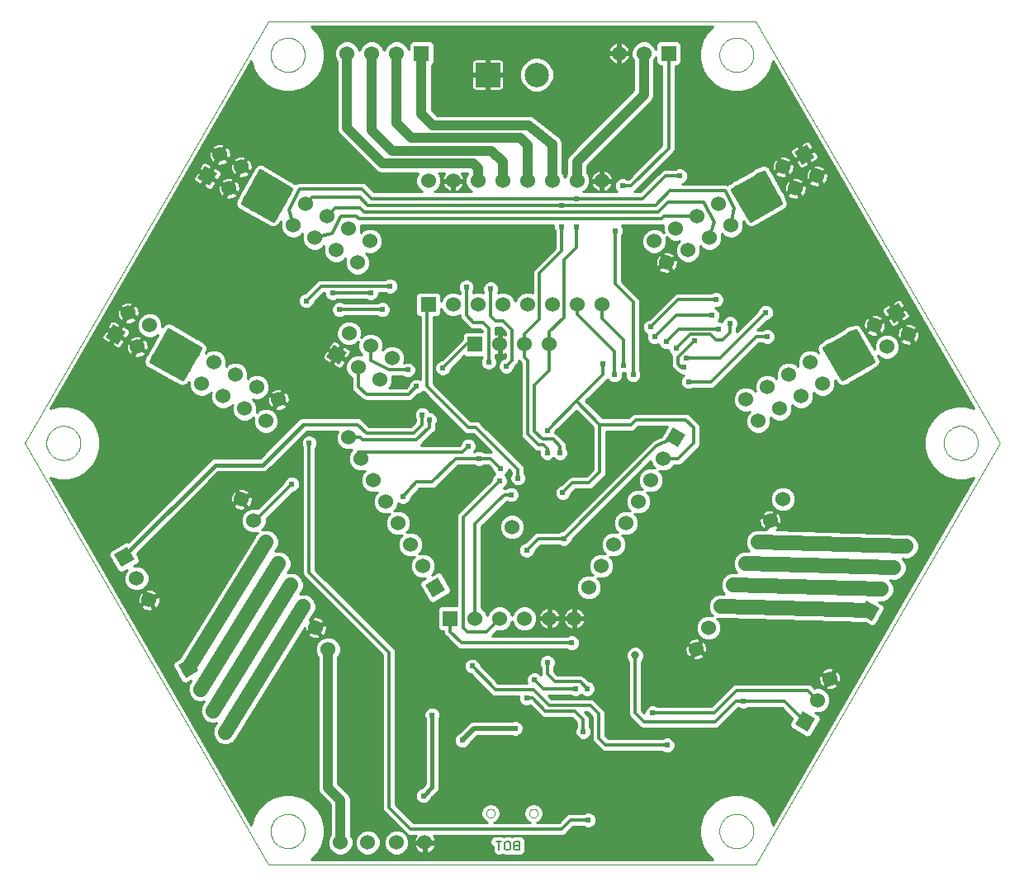
<source format=gbl>
G75*
%MOIN*%
%OFA0B0*%
%FSLAX24Y24*%
%IPPOS*%
%LPD*%
%AMOC8*
5,1,8,0,0,1.08239X$1,22.5*
%
%ADD10C,0.0000*%
%ADD11C,0.0060*%
%ADD12R,0.0600X0.0600*%
%ADD13C,0.0600*%
%ADD14R,0.0600X0.0600*%
%ADD15C,0.0984*%
%ADD16R,0.0984X0.0984*%
%ADD17C,0.0100*%
%ADD18C,0.0356*%
%ADD19C,0.0240*%
%ADD20C,0.0591*%
%ADD21C,0.0317*%
%ADD22C,0.0160*%
%ADD23C,0.0394*%
%ADD24C,0.0118*%
%ADD25C,0.0197*%
%ADD26C,0.0591*%
%ADD27C,0.0157*%
D10*
X009993Y000744D02*
X000150Y017792D01*
X009993Y034839D01*
X029678Y034839D01*
X039520Y017792D01*
X029678Y000744D01*
X009993Y000744D01*
X010091Y002108D02*
X010093Y002160D01*
X010099Y002212D01*
X010109Y002263D01*
X010122Y002313D01*
X010140Y002363D01*
X010161Y002410D01*
X010185Y002456D01*
X010214Y002500D01*
X010245Y002542D01*
X010279Y002581D01*
X010316Y002618D01*
X010356Y002651D01*
X010399Y002682D01*
X010443Y002709D01*
X010489Y002733D01*
X010538Y002753D01*
X010587Y002769D01*
X010638Y002782D01*
X010689Y002791D01*
X010741Y002796D01*
X010793Y002797D01*
X010845Y002794D01*
X010897Y002787D01*
X010948Y002776D01*
X010998Y002762D01*
X011047Y002743D01*
X011094Y002721D01*
X011139Y002696D01*
X011183Y002667D01*
X011224Y002635D01*
X011263Y002600D01*
X011298Y002562D01*
X011331Y002521D01*
X011361Y002479D01*
X011387Y002434D01*
X011410Y002387D01*
X011429Y002338D01*
X011445Y002288D01*
X011457Y002238D01*
X011465Y002186D01*
X011469Y002134D01*
X011469Y002082D01*
X011465Y002030D01*
X011457Y001978D01*
X011445Y001928D01*
X011429Y001878D01*
X011410Y001829D01*
X011387Y001782D01*
X011361Y001737D01*
X011331Y001695D01*
X011298Y001654D01*
X011263Y001616D01*
X011224Y001581D01*
X011183Y001549D01*
X011139Y001520D01*
X011094Y001495D01*
X011047Y001473D01*
X010998Y001454D01*
X010948Y001440D01*
X010897Y001429D01*
X010845Y001422D01*
X010793Y001419D01*
X010741Y001420D01*
X010689Y001425D01*
X010638Y001434D01*
X010587Y001447D01*
X010538Y001463D01*
X010489Y001483D01*
X010443Y001507D01*
X010399Y001534D01*
X010356Y001565D01*
X010316Y001598D01*
X010279Y001635D01*
X010245Y001674D01*
X010214Y001716D01*
X010185Y001760D01*
X010161Y001806D01*
X010140Y001853D01*
X010122Y001903D01*
X010109Y001953D01*
X010099Y002004D01*
X010093Y002056D01*
X010091Y002108D01*
X018792Y002831D02*
X018794Y002857D01*
X018800Y002883D01*
X018810Y002908D01*
X018823Y002931D01*
X018839Y002951D01*
X018859Y002969D01*
X018881Y002984D01*
X018904Y002996D01*
X018930Y003004D01*
X018956Y003008D01*
X018982Y003008D01*
X019008Y003004D01*
X019034Y002996D01*
X019058Y002984D01*
X019079Y002969D01*
X019099Y002951D01*
X019115Y002931D01*
X019128Y002908D01*
X019138Y002883D01*
X019144Y002857D01*
X019146Y002831D01*
X019144Y002805D01*
X019138Y002779D01*
X019128Y002754D01*
X019115Y002731D01*
X019099Y002711D01*
X019079Y002693D01*
X019057Y002678D01*
X019034Y002666D01*
X019008Y002658D01*
X018982Y002654D01*
X018956Y002654D01*
X018930Y002658D01*
X018904Y002666D01*
X018880Y002678D01*
X018859Y002693D01*
X018839Y002711D01*
X018823Y002731D01*
X018810Y002754D01*
X018800Y002779D01*
X018794Y002805D01*
X018792Y002831D01*
X020524Y002831D02*
X020526Y002857D01*
X020532Y002883D01*
X020542Y002908D01*
X020555Y002931D01*
X020571Y002951D01*
X020591Y002969D01*
X020613Y002984D01*
X020636Y002996D01*
X020662Y003004D01*
X020688Y003008D01*
X020714Y003008D01*
X020740Y003004D01*
X020766Y002996D01*
X020790Y002984D01*
X020811Y002969D01*
X020831Y002951D01*
X020847Y002931D01*
X020860Y002908D01*
X020870Y002883D01*
X020876Y002857D01*
X020878Y002831D01*
X020876Y002805D01*
X020870Y002779D01*
X020860Y002754D01*
X020847Y002731D01*
X020831Y002711D01*
X020811Y002693D01*
X020789Y002678D01*
X020766Y002666D01*
X020740Y002658D01*
X020714Y002654D01*
X020688Y002654D01*
X020662Y002658D01*
X020636Y002666D01*
X020612Y002678D01*
X020591Y002693D01*
X020571Y002711D01*
X020555Y002731D01*
X020542Y002754D01*
X020532Y002779D01*
X020526Y002805D01*
X020524Y002831D01*
X028201Y002108D02*
X028203Y002160D01*
X028209Y002212D01*
X028219Y002263D01*
X028232Y002313D01*
X028250Y002363D01*
X028271Y002410D01*
X028295Y002456D01*
X028324Y002500D01*
X028355Y002542D01*
X028389Y002581D01*
X028426Y002618D01*
X028466Y002651D01*
X028509Y002682D01*
X028553Y002709D01*
X028599Y002733D01*
X028648Y002753D01*
X028697Y002769D01*
X028748Y002782D01*
X028799Y002791D01*
X028851Y002796D01*
X028903Y002797D01*
X028955Y002794D01*
X029007Y002787D01*
X029058Y002776D01*
X029108Y002762D01*
X029157Y002743D01*
X029204Y002721D01*
X029249Y002696D01*
X029293Y002667D01*
X029334Y002635D01*
X029373Y002600D01*
X029408Y002562D01*
X029441Y002521D01*
X029471Y002479D01*
X029497Y002434D01*
X029520Y002387D01*
X029539Y002338D01*
X029555Y002288D01*
X029567Y002238D01*
X029575Y002186D01*
X029579Y002134D01*
X029579Y002082D01*
X029575Y002030D01*
X029567Y001978D01*
X029555Y001928D01*
X029539Y001878D01*
X029520Y001829D01*
X029497Y001782D01*
X029471Y001737D01*
X029441Y001695D01*
X029408Y001654D01*
X029373Y001616D01*
X029334Y001581D01*
X029293Y001549D01*
X029249Y001520D01*
X029204Y001495D01*
X029157Y001473D01*
X029108Y001454D01*
X029058Y001440D01*
X029007Y001429D01*
X028955Y001422D01*
X028903Y001419D01*
X028851Y001420D01*
X028799Y001425D01*
X028748Y001434D01*
X028697Y001447D01*
X028648Y001463D01*
X028599Y001483D01*
X028553Y001507D01*
X028509Y001534D01*
X028466Y001565D01*
X028426Y001598D01*
X028389Y001635D01*
X028355Y001674D01*
X028324Y001716D01*
X028295Y001760D01*
X028271Y001806D01*
X028250Y001853D01*
X028232Y001903D01*
X028219Y001953D01*
X028209Y002004D01*
X028203Y002056D01*
X028201Y002108D01*
X037256Y017792D02*
X037258Y017844D01*
X037264Y017896D01*
X037274Y017947D01*
X037287Y017997D01*
X037305Y018047D01*
X037326Y018094D01*
X037350Y018140D01*
X037379Y018184D01*
X037410Y018226D01*
X037444Y018265D01*
X037481Y018302D01*
X037521Y018335D01*
X037564Y018366D01*
X037608Y018393D01*
X037654Y018417D01*
X037703Y018437D01*
X037752Y018453D01*
X037803Y018466D01*
X037854Y018475D01*
X037906Y018480D01*
X037958Y018481D01*
X038010Y018478D01*
X038062Y018471D01*
X038113Y018460D01*
X038163Y018446D01*
X038212Y018427D01*
X038259Y018405D01*
X038304Y018380D01*
X038348Y018351D01*
X038389Y018319D01*
X038428Y018284D01*
X038463Y018246D01*
X038496Y018205D01*
X038526Y018163D01*
X038552Y018118D01*
X038575Y018071D01*
X038594Y018022D01*
X038610Y017972D01*
X038622Y017922D01*
X038630Y017870D01*
X038634Y017818D01*
X038634Y017766D01*
X038630Y017714D01*
X038622Y017662D01*
X038610Y017612D01*
X038594Y017562D01*
X038575Y017513D01*
X038552Y017466D01*
X038526Y017421D01*
X038496Y017379D01*
X038463Y017338D01*
X038428Y017300D01*
X038389Y017265D01*
X038348Y017233D01*
X038304Y017204D01*
X038259Y017179D01*
X038212Y017157D01*
X038163Y017138D01*
X038113Y017124D01*
X038062Y017113D01*
X038010Y017106D01*
X037958Y017103D01*
X037906Y017104D01*
X037854Y017109D01*
X037803Y017118D01*
X037752Y017131D01*
X037703Y017147D01*
X037654Y017167D01*
X037608Y017191D01*
X037564Y017218D01*
X037521Y017249D01*
X037481Y017282D01*
X037444Y017319D01*
X037410Y017358D01*
X037379Y017400D01*
X037350Y017444D01*
X037326Y017490D01*
X037305Y017537D01*
X037287Y017587D01*
X037274Y017637D01*
X037264Y017688D01*
X037258Y017740D01*
X037256Y017792D01*
X028201Y033476D02*
X028203Y033528D01*
X028209Y033580D01*
X028219Y033631D01*
X028232Y033681D01*
X028250Y033731D01*
X028271Y033778D01*
X028295Y033824D01*
X028324Y033868D01*
X028355Y033910D01*
X028389Y033949D01*
X028426Y033986D01*
X028466Y034019D01*
X028509Y034050D01*
X028553Y034077D01*
X028599Y034101D01*
X028648Y034121D01*
X028697Y034137D01*
X028748Y034150D01*
X028799Y034159D01*
X028851Y034164D01*
X028903Y034165D01*
X028955Y034162D01*
X029007Y034155D01*
X029058Y034144D01*
X029108Y034130D01*
X029157Y034111D01*
X029204Y034089D01*
X029249Y034064D01*
X029293Y034035D01*
X029334Y034003D01*
X029373Y033968D01*
X029408Y033930D01*
X029441Y033889D01*
X029471Y033847D01*
X029497Y033802D01*
X029520Y033755D01*
X029539Y033706D01*
X029555Y033656D01*
X029567Y033606D01*
X029575Y033554D01*
X029579Y033502D01*
X029579Y033450D01*
X029575Y033398D01*
X029567Y033346D01*
X029555Y033296D01*
X029539Y033246D01*
X029520Y033197D01*
X029497Y033150D01*
X029471Y033105D01*
X029441Y033063D01*
X029408Y033022D01*
X029373Y032984D01*
X029334Y032949D01*
X029293Y032917D01*
X029249Y032888D01*
X029204Y032863D01*
X029157Y032841D01*
X029108Y032822D01*
X029058Y032808D01*
X029007Y032797D01*
X028955Y032790D01*
X028903Y032787D01*
X028851Y032788D01*
X028799Y032793D01*
X028748Y032802D01*
X028697Y032815D01*
X028648Y032831D01*
X028599Y032851D01*
X028553Y032875D01*
X028509Y032902D01*
X028466Y032933D01*
X028426Y032966D01*
X028389Y033003D01*
X028355Y033042D01*
X028324Y033084D01*
X028295Y033128D01*
X028271Y033174D01*
X028250Y033221D01*
X028232Y033271D01*
X028219Y033321D01*
X028209Y033372D01*
X028203Y033424D01*
X028201Y033476D01*
X010091Y033476D02*
X010093Y033528D01*
X010099Y033580D01*
X010109Y033631D01*
X010122Y033681D01*
X010140Y033731D01*
X010161Y033778D01*
X010185Y033824D01*
X010214Y033868D01*
X010245Y033910D01*
X010279Y033949D01*
X010316Y033986D01*
X010356Y034019D01*
X010399Y034050D01*
X010443Y034077D01*
X010489Y034101D01*
X010538Y034121D01*
X010587Y034137D01*
X010638Y034150D01*
X010689Y034159D01*
X010741Y034164D01*
X010793Y034165D01*
X010845Y034162D01*
X010897Y034155D01*
X010948Y034144D01*
X010998Y034130D01*
X011047Y034111D01*
X011094Y034089D01*
X011139Y034064D01*
X011183Y034035D01*
X011224Y034003D01*
X011263Y033968D01*
X011298Y033930D01*
X011331Y033889D01*
X011361Y033847D01*
X011387Y033802D01*
X011410Y033755D01*
X011429Y033706D01*
X011445Y033656D01*
X011457Y033606D01*
X011465Y033554D01*
X011469Y033502D01*
X011469Y033450D01*
X011465Y033398D01*
X011457Y033346D01*
X011445Y033296D01*
X011429Y033246D01*
X011410Y033197D01*
X011387Y033150D01*
X011361Y033105D01*
X011331Y033063D01*
X011298Y033022D01*
X011263Y032984D01*
X011224Y032949D01*
X011183Y032917D01*
X011139Y032888D01*
X011094Y032863D01*
X011047Y032841D01*
X010998Y032822D01*
X010948Y032808D01*
X010897Y032797D01*
X010845Y032790D01*
X010793Y032787D01*
X010741Y032788D01*
X010689Y032793D01*
X010638Y032802D01*
X010587Y032815D01*
X010538Y032831D01*
X010489Y032851D01*
X010443Y032875D01*
X010399Y032902D01*
X010356Y032933D01*
X010316Y032966D01*
X010279Y033003D01*
X010245Y033042D01*
X010214Y033084D01*
X010185Y033128D01*
X010161Y033174D01*
X010140Y033221D01*
X010122Y033271D01*
X010109Y033321D01*
X010099Y033372D01*
X010093Y033424D01*
X010091Y033476D01*
X001036Y017792D02*
X001038Y017844D01*
X001044Y017896D01*
X001054Y017947D01*
X001067Y017997D01*
X001085Y018047D01*
X001106Y018094D01*
X001130Y018140D01*
X001159Y018184D01*
X001190Y018226D01*
X001224Y018265D01*
X001261Y018302D01*
X001301Y018335D01*
X001344Y018366D01*
X001388Y018393D01*
X001434Y018417D01*
X001483Y018437D01*
X001532Y018453D01*
X001583Y018466D01*
X001634Y018475D01*
X001686Y018480D01*
X001738Y018481D01*
X001790Y018478D01*
X001842Y018471D01*
X001893Y018460D01*
X001943Y018446D01*
X001992Y018427D01*
X002039Y018405D01*
X002084Y018380D01*
X002128Y018351D01*
X002169Y018319D01*
X002208Y018284D01*
X002243Y018246D01*
X002276Y018205D01*
X002306Y018163D01*
X002332Y018118D01*
X002355Y018071D01*
X002374Y018022D01*
X002390Y017972D01*
X002402Y017922D01*
X002410Y017870D01*
X002414Y017818D01*
X002414Y017766D01*
X002410Y017714D01*
X002402Y017662D01*
X002390Y017612D01*
X002374Y017562D01*
X002355Y017513D01*
X002332Y017466D01*
X002306Y017421D01*
X002276Y017379D01*
X002243Y017338D01*
X002208Y017300D01*
X002169Y017265D01*
X002128Y017233D01*
X002084Y017204D01*
X002039Y017179D01*
X001992Y017157D01*
X001943Y017138D01*
X001893Y017124D01*
X001842Y017113D01*
X001790Y017106D01*
X001738Y017103D01*
X001686Y017104D01*
X001634Y017109D01*
X001583Y017118D01*
X001532Y017131D01*
X001483Y017147D01*
X001434Y017167D01*
X001388Y017191D01*
X001344Y017218D01*
X001301Y017249D01*
X001261Y017282D01*
X001224Y017319D01*
X001190Y017358D01*
X001159Y017400D01*
X001130Y017444D01*
X001106Y017490D01*
X001085Y017537D01*
X001067Y017587D01*
X001054Y017637D01*
X001044Y017688D01*
X001038Y017740D01*
X001036Y017792D01*
D11*
X019183Y001682D02*
X019406Y001682D01*
X019295Y001682D02*
X019295Y001349D01*
X019546Y001404D02*
X019546Y001627D01*
X019602Y001682D01*
X019713Y001682D01*
X019769Y001627D01*
X019769Y001404D01*
X019713Y001349D01*
X019602Y001349D01*
X019546Y001404D01*
X019909Y001404D02*
X019964Y001349D01*
X020131Y001349D01*
X020131Y001682D01*
X019964Y001682D01*
X019909Y001627D01*
X019909Y001571D01*
X019964Y001515D01*
X020131Y001515D01*
X019964Y001515D02*
X019909Y001460D01*
X019909Y001404D01*
D12*
G36*
X031551Y006948D02*
X032069Y006648D01*
X031769Y006130D01*
X031251Y006430D01*
X031551Y006948D01*
G37*
G36*
X034134Y011421D02*
X034652Y011121D01*
X034352Y010603D01*
X033834Y010903D01*
X034134Y011421D01*
G37*
G36*
X026025Y017915D02*
X026325Y018433D01*
X026843Y018133D01*
X026543Y017615D01*
X026025Y017915D01*
G37*
G36*
X034922Y023156D02*
X035440Y023456D01*
X035740Y022938D01*
X035222Y022638D01*
X034922Y023156D01*
G37*
G36*
X031225Y029559D02*
X031743Y029859D01*
X032043Y029341D01*
X031525Y029041D01*
X031225Y029559D01*
G37*
G36*
X012865Y020954D02*
X012347Y021254D01*
X012647Y021772D01*
X013165Y021472D01*
X012865Y020954D01*
G37*
G36*
X007645Y028175D02*
X007127Y028475D01*
X007427Y028993D01*
X007945Y028693D01*
X007645Y028175D01*
G37*
G36*
X003948Y021772D02*
X003430Y022072D01*
X003730Y022590D01*
X004248Y022290D01*
X003948Y021772D01*
G37*
G36*
X004587Y013076D02*
X004069Y012776D01*
X003769Y013294D01*
X004287Y013594D01*
X004587Y013076D01*
G37*
G36*
X007169Y008595D02*
X006651Y008295D01*
X006351Y008813D01*
X006869Y009113D01*
X007169Y008595D01*
G37*
G36*
X016845Y012370D02*
X017145Y011852D01*
X016627Y011552D01*
X016327Y012070D01*
X016845Y012370D01*
G37*
D13*
X016236Y012827D03*
X015736Y013693D03*
X015236Y014560D03*
X014736Y015426D03*
X014236Y016292D03*
X013736Y017158D03*
X013236Y018024D03*
X014488Y020363D03*
X014988Y021229D03*
X014122Y021729D03*
X013256Y022229D03*
X013622Y020863D03*
X010401Y019547D03*
X009901Y018681D03*
X009035Y019181D03*
X008169Y019681D03*
X007303Y020181D03*
X006437Y020681D03*
X005571Y021181D03*
X004705Y021681D03*
X005205Y022547D03*
X006071Y022047D03*
X006937Y021547D03*
X007803Y021047D03*
X008669Y020547D03*
X009535Y020047D03*
X008906Y015524D03*
X009406Y014658D03*
X009906Y013792D03*
X010406Y012926D03*
X010906Y012060D03*
X011406Y011193D03*
X011906Y010327D03*
X012406Y009461D03*
X008260Y006106D03*
X007760Y006972D03*
X007260Y007838D03*
X005178Y011453D03*
X004678Y012319D03*
X004339Y023047D03*
X009268Y027584D03*
X010134Y027084D03*
X011000Y026584D03*
X011866Y026084D03*
X012732Y025584D03*
X013598Y025084D03*
X014098Y025950D03*
X013232Y026450D03*
X012366Y026950D03*
X011500Y027450D03*
X010634Y027950D03*
X009768Y028450D03*
X008902Y028950D03*
X008402Y028084D03*
X008036Y029450D03*
X013178Y033540D03*
X014178Y033540D03*
X015178Y033540D03*
X016453Y028391D03*
X017453Y028391D03*
X018453Y028391D03*
X019453Y028391D03*
X020453Y028391D03*
X021453Y028391D03*
X022453Y028391D03*
X023453Y028391D03*
X025572Y025950D03*
X026438Y026450D03*
X026938Y025584D03*
X026072Y025084D03*
X027804Y026084D03*
X028670Y026584D03*
X029536Y027084D03*
X029036Y027950D03*
X029902Y028450D03*
X030768Y028950D03*
X031268Y028084D03*
X030402Y027584D03*
X032134Y028584D03*
X028170Y027450D03*
X027304Y026950D03*
X023453Y023391D03*
X022453Y023391D03*
X021453Y023391D03*
X020453Y023391D03*
X019453Y023391D03*
X018453Y023391D03*
X017453Y023391D03*
X019335Y021784D03*
X020335Y021784D03*
X021335Y021784D03*
X025934Y017158D03*
X025434Y016292D03*
X024934Y015426D03*
X024434Y014560D03*
X023934Y013693D03*
X023434Y012827D03*
X022934Y011961D03*
X022335Y010705D03*
X021335Y010705D03*
X020335Y010705D03*
X019335Y010705D03*
X018335Y010705D03*
X019835Y014406D03*
X027264Y009461D03*
X027764Y010327D03*
X028264Y011193D03*
X028764Y012060D03*
X029264Y012926D03*
X029764Y013792D03*
X030264Y014658D03*
X030764Y015524D03*
X029769Y018681D03*
X029269Y019547D03*
X030135Y020047D03*
X030635Y019181D03*
X031501Y019681D03*
X032367Y020181D03*
X033233Y020681D03*
X034099Y021181D03*
X034965Y021681D03*
X035831Y022181D03*
X034465Y022547D03*
X033599Y022047D03*
X032733Y021547D03*
X031867Y021047D03*
X031001Y020547D03*
X035743Y013610D03*
X035243Y012744D03*
X034743Y011878D03*
X032660Y008271D03*
X032160Y007405D03*
X016308Y001650D03*
X015172Y001650D03*
X014011Y001650D03*
X012911Y001650D03*
X024150Y033540D03*
X025150Y033540D03*
D14*
X026150Y033540D03*
X016178Y033540D03*
X016453Y023391D03*
X018335Y021784D03*
X017335Y010705D03*
D15*
X020819Y032674D03*
D16*
X018851Y032674D03*
D17*
X007750Y006184D02*
X007094Y006184D01*
X007038Y006282D02*
X007777Y006282D01*
X007777Y006286D02*
X007774Y006265D01*
X007750Y006208D01*
X007750Y006118D01*
X007745Y006088D01*
X007750Y006067D01*
X007750Y006005D01*
X007784Y005922D01*
X007791Y005892D01*
X007803Y005875D01*
X007827Y005817D01*
X007891Y005754D01*
X007909Y005729D01*
X007927Y005718D01*
X007971Y005674D01*
X008054Y005639D01*
X008080Y005623D01*
X008100Y005620D01*
X008158Y005596D01*
X008248Y005596D01*
X008278Y005591D01*
X008299Y005596D01*
X008361Y005596D01*
X008444Y005630D01*
X008474Y005637D01*
X008491Y005650D01*
X008549Y005674D01*
X008612Y005737D01*
X008637Y005755D01*
X008648Y005773D01*
X008692Y005817D01*
X008727Y005900D01*
X011456Y010314D01*
X011456Y010292D01*
X011467Y010222D01*
X011489Y010155D01*
X011493Y010147D01*
X011838Y010346D01*
X011663Y010648D01*
X011794Y010860D01*
X011839Y010905D01*
X011873Y010987D01*
X011889Y011013D01*
X011892Y011034D01*
X011916Y011092D01*
X011916Y011182D01*
X011921Y011212D01*
X011916Y011232D01*
X011916Y011295D01*
X011882Y011378D01*
X011875Y011407D01*
X011863Y011424D01*
X011839Y011482D01*
X011775Y011546D01*
X011757Y011570D01*
X011739Y011581D01*
X011695Y011626D01*
X011612Y011660D01*
X011586Y011676D01*
X011566Y011679D01*
X011508Y011703D01*
X011418Y011703D01*
X011388Y011708D01*
X011367Y011703D01*
X011305Y011703D01*
X011272Y011690D01*
X011294Y011726D01*
X011339Y011771D01*
X011373Y011853D01*
X011389Y011879D01*
X011392Y011900D01*
X011416Y011958D01*
X011416Y012048D01*
X011421Y012078D01*
X011416Y012098D01*
X011416Y012161D01*
X011382Y012244D01*
X011375Y012273D01*
X011363Y012290D01*
X011339Y012348D01*
X011275Y012412D01*
X011257Y012436D01*
X011239Y012448D01*
X011195Y012492D01*
X011112Y012526D01*
X011086Y012542D01*
X011066Y012545D01*
X011008Y012570D01*
X010918Y012570D01*
X010888Y012574D01*
X010867Y012570D01*
X010805Y012570D01*
X010772Y012556D01*
X010794Y012592D01*
X010839Y012637D01*
X010873Y012720D01*
X010889Y012745D01*
X010892Y012766D01*
X010916Y012824D01*
X010916Y012914D01*
X010921Y012944D01*
X010916Y012964D01*
X010916Y013027D01*
X010882Y013110D01*
X010875Y013139D01*
X010863Y013156D01*
X010839Y013214D01*
X010775Y013278D01*
X010757Y013302D01*
X010739Y013314D01*
X010695Y013358D01*
X010612Y013392D01*
X010586Y013408D01*
X010566Y013412D01*
X010508Y013436D01*
X010418Y013436D01*
X010388Y013440D01*
X010367Y013436D01*
X010305Y013436D01*
X010272Y013422D01*
X010294Y013458D01*
X010339Y013503D01*
X010373Y013586D01*
X010389Y013611D01*
X010392Y013632D01*
X010416Y013690D01*
X010416Y013780D01*
X010421Y013810D01*
X010416Y013830D01*
X010416Y013893D01*
X010382Y013976D01*
X010375Y014005D01*
X010363Y014022D01*
X010339Y014080D01*
X010275Y014144D01*
X010257Y014168D01*
X010239Y014180D01*
X010195Y014224D01*
X010112Y014258D01*
X010086Y014274D01*
X010066Y014278D01*
X010008Y014302D01*
X009918Y014302D01*
X009888Y014306D01*
X009867Y014302D01*
X009805Y014302D01*
X009748Y014278D01*
X009839Y014369D01*
X009916Y014556D01*
X009916Y014736D01*
X010988Y015808D01*
X011003Y015808D01*
X011124Y015858D01*
X011217Y015951D01*
X011267Y016073D01*
X011267Y016204D01*
X011217Y016325D01*
X011124Y016418D01*
X011003Y016468D01*
X010872Y016468D01*
X010750Y016418D01*
X010658Y016325D01*
X010607Y016204D01*
X010607Y016189D01*
X009563Y015145D01*
X009508Y015168D01*
X009305Y015168D01*
X009117Y015090D01*
X008974Y014946D01*
X008896Y014759D01*
X008896Y014556D01*
X008974Y014369D01*
X009117Y014225D01*
X009305Y014148D01*
X009508Y014148D01*
X009565Y014171D01*
X009554Y014160D01*
X009529Y014143D01*
X009518Y014125D01*
X009474Y014080D01*
X009440Y013998D01*
X006402Y009087D01*
X006170Y008952D01*
X006125Y008784D01*
X006289Y008500D01*
X006291Y008490D01*
X006307Y008468D01*
X006512Y008114D01*
X006680Y008069D01*
X006880Y008185D01*
X006872Y008171D01*
X006827Y008127D01*
X006793Y008044D01*
X006777Y008018D01*
X006774Y007998D01*
X006750Y007940D01*
X006750Y007850D01*
X006745Y007820D01*
X006750Y007799D01*
X006750Y007737D01*
X006784Y007654D01*
X006791Y007624D01*
X006803Y007607D01*
X006827Y007549D01*
X006891Y007486D01*
X006909Y007461D01*
X006927Y007450D01*
X006971Y007406D01*
X007054Y007371D01*
X007080Y007356D01*
X007100Y007352D01*
X007158Y007328D01*
X007248Y007328D01*
X007278Y007323D01*
X007299Y007328D01*
X007361Y007328D01*
X007394Y007342D01*
X007372Y007305D01*
X007327Y007261D01*
X007293Y007178D01*
X007277Y007152D01*
X007274Y007132D01*
X007250Y007074D01*
X007250Y006984D01*
X007245Y006954D01*
X007250Y006933D01*
X007250Y006871D01*
X007284Y006788D01*
X007291Y006758D01*
X007303Y006741D01*
X007327Y006683D01*
X007391Y006620D01*
X007409Y006595D01*
X007427Y006584D01*
X007471Y006540D01*
X007554Y006505D01*
X007580Y006490D01*
X007600Y006486D01*
X007658Y006462D01*
X007748Y006462D01*
X007778Y006457D01*
X007799Y006462D01*
X007861Y006462D01*
X007894Y006476D01*
X007872Y006439D01*
X007827Y006395D01*
X007793Y006312D01*
X007777Y006286D01*
X007822Y006381D02*
X006981Y006381D01*
X006924Y006479D02*
X007617Y006479D01*
X007433Y006578D02*
X006867Y006578D01*
X006810Y006676D02*
X007334Y006676D01*
X007287Y006775D02*
X006753Y006775D01*
X006696Y006873D02*
X007250Y006873D01*
X007248Y006972D02*
X006639Y006972D01*
X006583Y007070D02*
X007250Y007070D01*
X007287Y007169D02*
X006526Y007169D01*
X006469Y007267D02*
X007334Y007267D01*
X007063Y007366D02*
X006412Y007366D01*
X006355Y007464D02*
X006906Y007464D01*
X006822Y007563D02*
X006298Y007563D01*
X006241Y007661D02*
X006781Y007661D01*
X006750Y007760D02*
X006185Y007760D01*
X006128Y007858D02*
X006750Y007858D01*
X006757Y007957D02*
X006071Y007957D01*
X006014Y008055D02*
X006798Y008055D01*
X006826Y008154D02*
X006854Y008154D01*
X006489Y008154D02*
X005957Y008154D01*
X005900Y008252D02*
X006432Y008252D01*
X006375Y008351D02*
X005843Y008351D01*
X005786Y008449D02*
X006318Y008449D01*
X006261Y008548D02*
X005730Y008548D01*
X005673Y008646D02*
X006204Y008646D01*
X006148Y008745D02*
X005616Y008745D01*
X005559Y008843D02*
X006140Y008843D01*
X006167Y008942D02*
X005502Y008942D01*
X005445Y009040D02*
X006322Y009040D01*
X006435Y009139D02*
X005388Y009139D01*
X005331Y009237D02*
X006495Y009237D01*
X006556Y009336D02*
X005275Y009336D01*
X005218Y009434D02*
X006617Y009434D01*
X006678Y009533D02*
X005161Y009533D01*
X005104Y009631D02*
X006739Y009631D01*
X006800Y009730D02*
X005047Y009730D01*
X004990Y009828D02*
X006861Y009828D01*
X006922Y009927D02*
X004933Y009927D01*
X004877Y010025D02*
X006983Y010025D01*
X007044Y010124D02*
X004820Y010124D01*
X004763Y010222D02*
X007105Y010222D01*
X007166Y010321D02*
X004706Y010321D01*
X004649Y010419D02*
X007226Y010419D01*
X007287Y010518D02*
X004592Y010518D01*
X004535Y010616D02*
X007348Y010616D01*
X007409Y010715D02*
X004478Y010715D01*
X004422Y010813D02*
X007470Y010813D01*
X007531Y010912D02*
X004365Y010912D01*
X004308Y011010D02*
X005098Y011010D01*
X005072Y011014D02*
X005142Y011003D01*
X005213Y011003D01*
X005283Y011014D01*
X005350Y011036D01*
X005358Y011040D01*
X005159Y011385D01*
X004815Y011186D01*
X004834Y011160D01*
X004884Y011110D01*
X004942Y011068D01*
X005005Y011036D01*
X005072Y011014D01*
X005257Y011010D02*
X007592Y011010D01*
X007653Y011109D02*
X005469Y011109D01*
X005471Y011110D02*
X005521Y011160D01*
X005562Y011217D01*
X005595Y011281D01*
X005616Y011348D01*
X005628Y011418D01*
X005628Y011489D01*
X005616Y011559D01*
X005595Y011626D01*
X005591Y011634D01*
X005246Y011435D01*
X005196Y011522D01*
X005540Y011720D01*
X005521Y011746D01*
X005471Y011797D01*
X005413Y011838D01*
X005350Y011870D01*
X005283Y011892D01*
X005213Y011903D01*
X005142Y011903D01*
X005072Y011892D01*
X005005Y011870D01*
X004997Y011866D01*
X005196Y011522D01*
X005109Y011472D01*
X004911Y011816D01*
X004884Y011797D01*
X004834Y011746D01*
X004793Y011689D01*
X004761Y011626D01*
X004739Y011559D01*
X004728Y011489D01*
X004728Y011418D01*
X004739Y011348D01*
X004761Y011281D01*
X004765Y011273D01*
X005109Y011472D01*
X005159Y011385D01*
X005246Y011435D01*
X005444Y011091D01*
X005471Y011110D01*
X005434Y011109D02*
X005319Y011109D01*
X005262Y011207D02*
X005377Y011207D01*
X005320Y011306D02*
X005205Y011306D01*
X005193Y011404D02*
X005264Y011404D01*
X005207Y011503D02*
X005363Y011503D01*
X005334Y011601D02*
X005534Y011601D01*
X005603Y011601D02*
X007957Y011601D01*
X007897Y011503D02*
X005625Y011503D01*
X005625Y011404D02*
X007836Y011404D01*
X007775Y011306D02*
X005603Y011306D01*
X005555Y011207D02*
X007714Y011207D01*
X008018Y011700D02*
X005504Y011700D01*
X005468Y011798D02*
X008079Y011798D01*
X008140Y011897D02*
X005254Y011897D01*
X005101Y011897D02*
X004976Y011897D01*
X004966Y011887D02*
X005110Y012030D01*
X005188Y012218D01*
X005188Y012421D01*
X005110Y012608D01*
X004966Y012752D01*
X004779Y012829D01*
X004581Y012829D01*
X004768Y012937D01*
X004813Y013105D01*
X004683Y013330D01*
X007970Y016617D01*
X009834Y016617D01*
X009941Y016661D01*
X011551Y018271D01*
X012787Y018271D01*
X012726Y018125D01*
X012726Y017922D01*
X012804Y017735D01*
X012947Y017591D01*
X013135Y017514D01*
X013338Y017514D01*
X013379Y017531D01*
X013371Y017514D01*
X013304Y017446D01*
X013226Y017259D01*
X013226Y017056D01*
X013304Y016869D01*
X013447Y016725D01*
X013635Y016648D01*
X013838Y016648D01*
X013895Y016671D01*
X013804Y016580D01*
X013726Y016393D01*
X013726Y016190D01*
X013804Y016003D01*
X013947Y015859D01*
X014135Y015782D01*
X014338Y015782D01*
X014395Y015805D01*
X014304Y015714D01*
X014226Y015527D01*
X014226Y015324D01*
X014304Y015137D01*
X014447Y014993D01*
X014635Y014916D01*
X014838Y014916D01*
X014895Y014939D01*
X014804Y014848D01*
X014726Y014661D01*
X014726Y014458D01*
X014804Y014271D01*
X014947Y014127D01*
X015135Y014050D01*
X015338Y014050D01*
X015395Y014073D01*
X015304Y013982D01*
X015226Y013795D01*
X015226Y013592D01*
X015304Y013405D01*
X015447Y013261D01*
X015635Y013183D01*
X015838Y013183D01*
X015895Y013207D01*
X015804Y013116D01*
X015726Y012929D01*
X015726Y012726D01*
X015804Y012539D01*
X015947Y012395D01*
X016135Y012317D01*
X016333Y012317D01*
X016146Y012210D01*
X016101Y012042D01*
X016488Y011371D01*
X016656Y011326D01*
X017326Y011713D01*
X017371Y011881D01*
X016985Y012552D01*
X016816Y012597D01*
X016604Y012474D01*
X016669Y012539D01*
X016746Y012726D01*
X016746Y012929D01*
X016669Y013116D01*
X016525Y013260D01*
X016338Y013337D01*
X016135Y013337D01*
X016078Y013314D01*
X016169Y013405D01*
X016246Y013592D01*
X016246Y013795D01*
X016169Y013982D01*
X016025Y014126D01*
X015838Y014203D01*
X015635Y014203D01*
X015578Y014180D01*
X015669Y014271D01*
X015746Y014458D01*
X017597Y014458D01*
X017597Y014556D02*
X015746Y014556D01*
X015746Y014458D02*
X015746Y014661D01*
X015669Y014848D01*
X015525Y014992D01*
X015338Y015070D01*
X015135Y015070D01*
X015078Y015046D01*
X015169Y015137D01*
X015246Y015324D01*
X015246Y015343D01*
X015360Y015296D01*
X015491Y015296D01*
X015613Y015347D01*
X015705Y015439D01*
X015756Y015561D01*
X015756Y015586D01*
X016094Y015948D01*
X016660Y015948D01*
X016759Y015989D01*
X016835Y016065D01*
X017663Y016893D01*
X018299Y016893D01*
X018310Y016882D01*
X018431Y016832D01*
X018562Y016832D01*
X018683Y016882D01*
X018694Y016893D01*
X018857Y016893D01*
X019033Y016718D01*
X019033Y016702D01*
X019083Y016581D01*
X019132Y016532D01*
X019043Y016443D01*
X018993Y016322D01*
X018993Y016307D01*
X017638Y014952D01*
X017597Y014853D01*
X017597Y011215D01*
X016948Y011215D01*
X016825Y011092D01*
X016825Y010318D01*
X016948Y010195D01*
X017066Y010195D01*
X017066Y010120D01*
X017107Y010021D01*
X017183Y009946D01*
X017635Y009493D01*
X017734Y009452D01*
X022039Y009452D01*
X022050Y009441D01*
X022171Y009391D01*
X022302Y009391D01*
X022424Y009441D01*
X022516Y009534D01*
X022567Y009655D01*
X022567Y009787D01*
X022516Y009908D01*
X022424Y010001D01*
X022302Y010051D01*
X022171Y010051D01*
X022050Y010001D01*
X022039Y009990D01*
X019028Y009990D01*
X019040Y010002D01*
X019233Y010195D01*
X019234Y010195D01*
X019436Y010195D01*
X019624Y010273D01*
X019767Y010416D01*
X019835Y010580D01*
X019903Y010416D01*
X020046Y010273D01*
X020234Y010195D01*
X020436Y010195D01*
X020624Y010273D01*
X020767Y010416D01*
X020845Y010604D01*
X020845Y010807D01*
X020767Y010994D01*
X020624Y011137D01*
X020436Y011215D01*
X020234Y011215D01*
X020046Y011137D01*
X019903Y010994D01*
X019835Y010831D01*
X019767Y010994D01*
X019624Y011137D01*
X019436Y011215D01*
X019234Y011215D01*
X019046Y011137D01*
X018903Y010994D01*
X018835Y010831D01*
X018767Y010994D01*
X018624Y011137D01*
X018604Y011146D01*
X018604Y014409D01*
X019433Y015238D01*
X019492Y015297D01*
X019617Y015422D01*
X019730Y015375D01*
X019861Y015375D01*
X019983Y015425D01*
X020075Y015518D01*
X020126Y015639D01*
X020126Y015771D01*
X020075Y015892D01*
X019983Y015985D01*
X019861Y016035D01*
X019730Y016035D01*
X019609Y015985D01*
X019598Y015974D01*
X019504Y015974D01*
X019510Y015977D01*
X019603Y016069D01*
X019653Y016191D01*
X019653Y016322D01*
X019603Y016443D01*
X019554Y016493D01*
X019642Y016581D01*
X019693Y016702D01*
X019693Y016727D01*
X019802Y016617D01*
X019802Y016572D01*
X019791Y016561D01*
X019741Y016440D01*
X019741Y016309D01*
X019791Y016187D01*
X019884Y016095D01*
X020006Y016044D01*
X020137Y016044D01*
X020258Y016095D01*
X020351Y016187D01*
X020401Y016309D01*
X020401Y016440D01*
X020351Y016561D01*
X020340Y016572D01*
X020340Y016782D01*
X020299Y016881D01*
X018606Y018574D01*
X018531Y018650D01*
X018432Y018691D01*
X018175Y018691D01*
X016679Y020187D01*
X016679Y022881D01*
X016840Y022881D01*
X016963Y023004D01*
X016963Y023241D01*
X017021Y023102D01*
X017164Y022958D01*
X017352Y022881D01*
X017555Y022881D01*
X017716Y022947D01*
X017716Y022896D01*
X017757Y022797D01*
X017832Y022721D01*
X018108Y022446D01*
X018207Y022405D01*
X018542Y022405D01*
X018621Y022326D01*
X018621Y022294D01*
X017948Y022294D01*
X017825Y022171D01*
X017825Y021989D01*
X017772Y021936D01*
X016989Y021153D01*
X016974Y021153D01*
X016853Y021103D01*
X016760Y021010D01*
X016710Y020889D01*
X016710Y020758D01*
X016760Y020636D01*
X016853Y020543D01*
X016974Y020493D01*
X017105Y020493D01*
X017227Y020543D01*
X017320Y020636D01*
X017370Y020758D01*
X017370Y020773D01*
X017909Y021312D01*
X017948Y021274D01*
X018621Y021274D01*
X018621Y021257D01*
X018610Y021246D01*
X018560Y021125D01*
X018560Y020994D01*
X018610Y020873D01*
X018703Y020780D01*
X018825Y020729D01*
X018956Y020729D01*
X019077Y020780D01*
X019170Y020873D01*
X019220Y020994D01*
X019220Y021125D01*
X019170Y021246D01*
X019159Y021257D01*
X019159Y021368D01*
X019162Y021367D01*
X019230Y021345D01*
X019285Y021336D01*
X019285Y021734D01*
X019385Y021734D01*
X019385Y021336D01*
X019440Y021345D01*
X019508Y021367D01*
X019566Y021396D01*
X019566Y021250D01*
X019548Y021232D01*
X019533Y021232D01*
X019412Y021182D01*
X019319Y021089D01*
X019269Y020968D01*
X019269Y020836D01*
X019319Y020715D01*
X019412Y020622D01*
X019533Y020572D01*
X019664Y020572D01*
X019786Y020622D01*
X019879Y020715D01*
X019929Y020836D01*
X019929Y020851D01*
X020063Y020986D01*
X020104Y021085D01*
X020104Y021123D01*
X020107Y021116D01*
X020196Y021027D01*
X020196Y018093D01*
X020237Y017994D01*
X020313Y017918D01*
X020746Y017485D01*
X020845Y017444D01*
X020922Y017444D01*
X020922Y017332D01*
X020973Y017211D01*
X021065Y017118D01*
X021187Y017068D01*
X021318Y017068D01*
X021439Y017118D01*
X021508Y017187D01*
X021577Y017118D01*
X021699Y017068D01*
X021830Y017068D01*
X021951Y017118D01*
X022044Y017211D01*
X022094Y017332D01*
X022094Y017464D01*
X022044Y017585D01*
X022033Y017596D01*
X022033Y017727D01*
X021992Y017826D01*
X021717Y018102D01*
X021641Y018177D01*
X021570Y018207D01*
X021582Y018238D01*
X021582Y018253D01*
X022433Y019104D01*
X023109Y018428D01*
X023109Y016722D01*
X022834Y016447D01*
X022222Y016447D01*
X022124Y016406D01*
X022048Y016330D01*
X021832Y016114D01*
X021817Y016114D01*
X021695Y016064D01*
X021603Y015971D01*
X021552Y015849D01*
X021552Y015718D01*
X021603Y015597D01*
X021695Y015504D01*
X021817Y015454D01*
X021948Y015454D01*
X022069Y015504D01*
X022162Y015597D01*
X022212Y015718D01*
X022212Y015733D01*
X022387Y015909D01*
X022999Y015909D01*
X023098Y015949D01*
X023531Y016383D01*
X023606Y016458D01*
X023647Y016557D01*
X023647Y018271D01*
X024692Y018271D01*
X024791Y018312D01*
X024866Y018387D01*
X024946Y018468D01*
X026101Y018468D01*
X025871Y018069D01*
X025571Y017936D01*
X025524Y017917D01*
X025522Y017914D01*
X025519Y017913D01*
X025484Y017877D01*
X021871Y014263D01*
X021856Y014263D01*
X021735Y014213D01*
X021724Y014203D01*
X020845Y014203D01*
X020746Y014162D01*
X020670Y014086D01*
X020670Y014086D01*
X020375Y013791D01*
X020360Y013791D01*
X020239Y013741D01*
X020146Y013648D01*
X020096Y013527D01*
X020096Y013395D01*
X020146Y013274D01*
X020239Y013181D01*
X020360Y013131D01*
X020491Y013131D01*
X020613Y013181D01*
X020705Y013274D01*
X020756Y013395D01*
X020756Y013411D01*
X021009Y013664D01*
X021724Y013664D01*
X021735Y013654D01*
X021856Y013603D01*
X021987Y013603D01*
X022109Y013654D01*
X022201Y013747D01*
X022252Y013868D01*
X022252Y013883D01*
X025424Y017055D01*
X025501Y016869D01*
X025592Y016778D01*
X025535Y016802D01*
X025332Y016802D01*
X025145Y016724D01*
X025001Y016580D01*
X024924Y016393D01*
X024924Y016190D01*
X025001Y016003D01*
X025092Y015912D01*
X025035Y015936D01*
X024832Y015936D01*
X024645Y015858D01*
X024501Y015714D01*
X024424Y015527D01*
X024424Y015324D01*
X024501Y015137D01*
X024592Y015046D01*
X024535Y015070D01*
X024332Y015070D01*
X024145Y014992D01*
X024001Y014848D01*
X023924Y014661D01*
X023924Y014458D01*
X024001Y014271D01*
X024092Y014180D01*
X024035Y014203D01*
X023832Y014203D01*
X023645Y014126D01*
X023501Y013982D01*
X023424Y013795D01*
X023424Y013592D01*
X023501Y013405D01*
X023592Y013314D01*
X023535Y013337D01*
X023332Y013337D01*
X023145Y013260D01*
X023001Y013116D01*
X022924Y012929D01*
X022924Y012726D01*
X023001Y012539D01*
X023092Y012448D01*
X023035Y012471D01*
X022832Y012471D01*
X022645Y012394D01*
X022501Y012250D01*
X022424Y012063D01*
X022424Y011860D01*
X022501Y011673D01*
X022645Y011529D01*
X022832Y011451D01*
X023035Y011451D01*
X023223Y011529D01*
X023366Y011673D01*
X023444Y011860D01*
X023444Y012063D01*
X023366Y012250D01*
X023275Y012341D01*
X023332Y012317D01*
X023535Y012317D01*
X023723Y012395D01*
X023866Y012539D01*
X023944Y012726D01*
X023944Y012929D01*
X023866Y013116D01*
X023775Y013207D01*
X023832Y013183D01*
X024035Y013183D01*
X024223Y013261D01*
X024366Y013405D01*
X024444Y013592D01*
X024444Y013795D01*
X024366Y013982D01*
X024275Y014073D01*
X024332Y014050D01*
X024535Y014050D01*
X024723Y014127D01*
X024866Y014271D01*
X024944Y014458D01*
X024944Y014661D01*
X024866Y014848D01*
X024775Y014939D01*
X024832Y014916D01*
X025035Y014916D01*
X025223Y014993D01*
X025366Y015137D01*
X025444Y015324D01*
X025444Y015527D01*
X025366Y015714D01*
X025275Y015805D01*
X025332Y015782D01*
X025535Y015782D01*
X025723Y015859D01*
X025866Y016003D01*
X025944Y016190D01*
X025944Y016393D01*
X025866Y016580D01*
X025775Y016671D01*
X025832Y016648D01*
X026035Y016648D01*
X026223Y016725D01*
X026366Y016869D01*
X026374Y016889D01*
X026577Y016889D01*
X026676Y016929D01*
X026752Y017005D01*
X026752Y017005D01*
X027386Y017639D01*
X027427Y017738D01*
X027427Y018475D01*
X027386Y018574D01*
X026995Y018965D01*
X026896Y019006D01*
X024782Y019006D01*
X024683Y018965D01*
X024607Y018889D01*
X024527Y018809D01*
X023490Y018809D01*
X022814Y019485D01*
X023690Y020360D01*
X023782Y020268D01*
X023903Y020218D01*
X024035Y020218D01*
X024156Y020268D01*
X024249Y020361D01*
X024299Y020482D01*
X024299Y020611D01*
X024387Y020611D01*
X024387Y020482D01*
X024437Y020361D01*
X024530Y020268D01*
X024651Y020218D01*
X024783Y020218D01*
X024904Y020268D01*
X024997Y020361D01*
X025047Y020482D01*
X025047Y020613D01*
X024997Y020735D01*
X024986Y020745D01*
X024986Y023554D01*
X024945Y023653D01*
X024277Y024321D01*
X024277Y026177D01*
X024288Y026187D01*
X024338Y026309D01*
X024338Y026440D01*
X024288Y026561D01*
X024272Y026578D01*
X025912Y026578D01*
X025944Y026591D01*
X025928Y026552D01*
X025928Y026349D01*
X025952Y026292D01*
X025861Y026383D01*
X025674Y026460D01*
X025471Y026460D01*
X025283Y026383D01*
X025140Y026239D01*
X025062Y026052D01*
X025062Y025849D01*
X025140Y025661D01*
X025283Y025518D01*
X025471Y025440D01*
X025674Y025440D01*
X025861Y025518D01*
X026004Y025661D01*
X026082Y025849D01*
X026082Y026052D01*
X026058Y026109D01*
X026149Y026018D01*
X026337Y025940D01*
X026540Y025940D01*
X026596Y025964D01*
X026506Y025873D01*
X026428Y025686D01*
X026428Y025483D01*
X026506Y025295D01*
X026649Y025152D01*
X026837Y025074D01*
X027040Y025074D01*
X027227Y025152D01*
X027370Y025295D01*
X027448Y025483D01*
X027448Y025686D01*
X027425Y025743D01*
X027515Y025652D01*
X027703Y025574D01*
X027906Y025574D01*
X028093Y025652D01*
X028236Y025795D01*
X028314Y025983D01*
X028314Y026186D01*
X028291Y026243D01*
X028381Y026152D01*
X028569Y026074D01*
X028772Y026074D01*
X028959Y026152D01*
X029102Y026295D01*
X029180Y026483D01*
X029180Y026686D01*
X029157Y026743D01*
X029218Y026681D01*
X029231Y026660D01*
X029257Y026614D01*
X029261Y026611D01*
X029264Y026607D01*
X029306Y026576D01*
X029348Y026543D01*
X029353Y026542D01*
X029357Y026539D01*
X029408Y026527D01*
X029459Y026513D01*
X029464Y026513D01*
X029469Y026512D01*
X029521Y026520D01*
X029573Y026527D01*
X029578Y026529D01*
X029583Y026530D01*
X029628Y026558D01*
X029711Y026605D01*
X029825Y026652D01*
X029865Y026692D01*
X030638Y027130D01*
X030691Y027152D01*
X030710Y027171D01*
X030801Y027223D01*
X030849Y027248D01*
X030851Y027251D01*
X030855Y027253D01*
X030888Y027295D01*
X030922Y027337D01*
X030923Y027341D01*
X030926Y027344D01*
X030940Y027396D01*
X030956Y027447D01*
X030956Y027451D01*
X030957Y027455D01*
X030950Y027508D01*
X030945Y027562D01*
X030943Y027565D01*
X030943Y027570D01*
X030916Y027616D01*
X030912Y027624D01*
X030912Y027686D01*
X030835Y027873D01*
X030717Y027990D01*
X030388Y028611D01*
X030335Y028739D01*
X030302Y028771D01*
X030274Y028825D01*
X030274Y028829D01*
X030247Y028876D01*
X030222Y028924D01*
X030219Y028926D01*
X030217Y028929D01*
X030174Y028963D01*
X030133Y028997D01*
X030129Y028998D01*
X030126Y029000D01*
X030074Y029015D01*
X030022Y029031D01*
X030019Y029030D01*
X030015Y029031D01*
X029961Y029025D01*
X029907Y029020D01*
X029904Y029018D01*
X029901Y029018D01*
X029853Y028991D01*
X029806Y028966D01*
X029803Y028963D01*
X029793Y028957D01*
X029613Y028883D01*
X029552Y028822D01*
X028840Y028421D01*
X028747Y028383D01*
X028716Y028351D01*
X028636Y028306D01*
X028630Y028305D01*
X028586Y028278D01*
X028540Y028252D01*
X028537Y028248D01*
X028532Y028245D01*
X028526Y028237D01*
X028506Y028243D01*
X028471Y028258D01*
X028455Y028258D01*
X028440Y028262D01*
X028402Y028258D01*
X026693Y028258D01*
X026794Y028299D01*
X026886Y028392D01*
X026937Y028513D01*
X026937Y028645D01*
X026886Y028766D01*
X026794Y028859D01*
X026672Y028909D01*
X026541Y028909D01*
X026420Y028859D01*
X026409Y028848D01*
X025963Y028848D01*
X025864Y028807D01*
X025788Y028732D01*
X024999Y027943D01*
X024755Y027943D01*
X024791Y027957D01*
X024866Y028033D01*
X026302Y029469D01*
X026378Y029545D01*
X026419Y029644D01*
X026419Y033030D01*
X026537Y033030D01*
X026660Y033153D01*
X026660Y033927D01*
X026537Y034050D01*
X025763Y034050D01*
X025640Y033927D01*
X025640Y033689D01*
X025582Y033829D01*
X025439Y033972D01*
X025251Y034050D01*
X025049Y034050D01*
X024861Y033972D01*
X024718Y033829D01*
X024640Y033641D01*
X024640Y033438D01*
X024718Y033251D01*
X024747Y033221D01*
X024747Y032043D01*
X022108Y029404D01*
X022046Y029255D01*
X022046Y028705D01*
X022021Y028679D01*
X021953Y028516D01*
X021886Y028679D01*
X021860Y028705D01*
X021860Y029818D01*
X021867Y029841D01*
X021860Y029898D01*
X021860Y029955D01*
X021851Y029978D01*
X021848Y030002D01*
X021820Y030052D01*
X021798Y030105D01*
X021781Y030122D01*
X021769Y030143D01*
X021724Y030179D01*
X021684Y030219D01*
X021661Y030229D01*
X020775Y030931D01*
X020735Y030971D01*
X020713Y030981D01*
X020694Y030995D01*
X020638Y031011D01*
X020585Y031033D01*
X020561Y031033D01*
X020538Y031040D01*
X020481Y031033D01*
X016815Y031033D01*
X016584Y031263D01*
X016584Y033050D01*
X016688Y033153D01*
X016688Y033927D01*
X016565Y034050D01*
X015791Y034050D01*
X015668Y033927D01*
X015668Y033689D01*
X015610Y033829D01*
X015466Y033972D01*
X015279Y034050D01*
X015076Y034050D01*
X014889Y033972D01*
X014745Y033829D01*
X014678Y033665D01*
X014610Y033829D01*
X014466Y033972D01*
X014279Y034050D01*
X014076Y034050D01*
X013889Y033972D01*
X013745Y033829D01*
X013678Y033665D01*
X013610Y033829D01*
X013466Y033972D01*
X013279Y034050D01*
X013076Y034050D01*
X012889Y033972D01*
X012745Y033829D01*
X012668Y033641D01*
X012668Y033438D01*
X012745Y033251D01*
X012771Y033225D01*
X012771Y030431D01*
X012833Y030282D01*
X014368Y028746D01*
X014518Y028684D01*
X016025Y028684D01*
X016021Y028679D01*
X015943Y028492D01*
X015943Y028289D01*
X016021Y028102D01*
X016164Y027958D01*
X016202Y027943D01*
X014277Y027943D01*
X014000Y028220D01*
X013924Y028295D01*
X013826Y028336D01*
X011264Y028336D01*
X011223Y028340D01*
X011211Y028336D01*
X011199Y028336D01*
X011161Y028321D01*
X011121Y028308D01*
X011111Y028300D01*
X011100Y028295D01*
X011083Y028279D01*
X011040Y028305D01*
X011038Y028306D01*
X010944Y028361D01*
X010923Y028383D01*
X010874Y028403D01*
X009871Y028999D01*
X009867Y029003D01*
X009821Y029028D01*
X009776Y029055D01*
X009771Y029056D01*
X009766Y029058D01*
X009714Y029064D01*
X009662Y029071D01*
X009657Y029070D01*
X009651Y029070D01*
X009601Y029056D01*
X009550Y029043D01*
X009546Y029039D01*
X009540Y029038D01*
X009500Y029005D01*
X009458Y028974D01*
X009455Y028969D01*
X009451Y028965D01*
X009426Y028919D01*
X009399Y028874D01*
X009398Y028869D01*
X008878Y027916D01*
X008836Y027873D01*
X008775Y027726D01*
X008714Y027616D01*
X008687Y027566D01*
X008687Y027565D01*
X008681Y027508D01*
X008674Y027451D01*
X008674Y027451D01*
X008674Y027450D01*
X008691Y027396D01*
X008707Y027340D01*
X008707Y027340D01*
X008707Y027340D01*
X008743Y027295D01*
X008779Y027250D01*
X008779Y027250D01*
X008779Y027250D01*
X008830Y027222D01*
X009815Y026682D01*
X009845Y026652D01*
X009947Y026610D01*
X010044Y026557D01*
X010087Y026530D01*
X010094Y026529D01*
X010101Y026525D01*
X010151Y026520D01*
X010201Y026512D01*
X010208Y026514D01*
X010215Y026513D01*
X010264Y026527D01*
X010313Y026539D01*
X010319Y026543D01*
X010326Y026545D01*
X010365Y026577D01*
X010406Y026607D01*
X010410Y026613D01*
X010416Y026617D01*
X010440Y026662D01*
X010452Y026681D01*
X010514Y026743D01*
X010490Y026686D01*
X010490Y026483D01*
X010568Y026295D01*
X010711Y026152D01*
X010898Y026074D01*
X011101Y026074D01*
X011289Y026152D01*
X011380Y026243D01*
X011356Y026186D01*
X011356Y025983D01*
X011434Y025795D01*
X011577Y025652D01*
X011765Y025574D01*
X011967Y025574D01*
X012155Y025652D01*
X012246Y025743D01*
X012222Y025686D01*
X012222Y025483D01*
X012300Y025295D01*
X012443Y025152D01*
X012631Y025074D01*
X012833Y025074D01*
X013021Y025152D01*
X013112Y025243D01*
X013088Y025186D01*
X013088Y024983D01*
X013166Y024795D01*
X013309Y024652D01*
X013497Y024574D01*
X013699Y024574D01*
X013887Y024652D01*
X014030Y024795D01*
X014108Y024983D01*
X014108Y025186D01*
X014030Y025373D01*
X013940Y025464D01*
X013997Y025440D01*
X014199Y025440D01*
X014387Y025518D01*
X014530Y025661D01*
X014608Y025849D01*
X014608Y026052D01*
X014530Y026239D01*
X014387Y026383D01*
X014199Y026460D01*
X013997Y026460D01*
X013809Y026383D01*
X013718Y026292D01*
X013742Y026349D01*
X013742Y026552D01*
X013731Y026578D01*
X021513Y026578D01*
X021513Y026466D01*
X021563Y026345D01*
X021574Y026334D01*
X021574Y025659D01*
X020709Y024795D01*
X020668Y024696D01*
X020668Y023853D01*
X020555Y023901D01*
X020352Y023901D01*
X020164Y023823D01*
X020021Y023679D01*
X019953Y023516D01*
X019886Y023679D01*
X019742Y023823D01*
X019555Y023901D01*
X019352Y023901D01*
X019265Y023865D01*
X019299Y023947D01*
X019299Y024078D01*
X019249Y024199D01*
X019156Y024292D01*
X019035Y024342D01*
X018903Y024342D01*
X018782Y024292D01*
X018689Y024199D01*
X018639Y024078D01*
X018639Y023947D01*
X018679Y023849D01*
X018555Y023901D01*
X018352Y023901D01*
X018254Y023860D01*
X018254Y023893D01*
X018264Y023904D01*
X018315Y024025D01*
X018315Y024157D01*
X018264Y024278D01*
X018172Y024371D01*
X018050Y024421D01*
X017919Y024421D01*
X017798Y024371D01*
X017705Y024278D01*
X017655Y024157D01*
X017655Y024025D01*
X017705Y023904D01*
X017716Y023893D01*
X017716Y023834D01*
X017555Y023901D01*
X017352Y023901D01*
X017164Y023823D01*
X017021Y023679D01*
X016963Y023540D01*
X016963Y023778D01*
X016840Y023901D01*
X016066Y023901D01*
X015943Y023778D01*
X015943Y023004D01*
X016066Y022881D01*
X016141Y022881D01*
X016141Y020364D01*
X016042Y020405D01*
X015911Y020405D01*
X015790Y020355D01*
X015697Y020262D01*
X015647Y020141D01*
X015647Y020126D01*
X015550Y020029D01*
X014876Y020029D01*
X014920Y020074D01*
X014998Y020261D01*
X014998Y020464D01*
X014993Y020475D01*
X015425Y020475D01*
X015436Y020465D01*
X015557Y020414D01*
X015688Y020414D01*
X015809Y020465D01*
X015902Y020558D01*
X015952Y020679D01*
X015952Y020810D01*
X015902Y020931D01*
X015809Y021024D01*
X015688Y021074D01*
X015557Y021074D01*
X015460Y021034D01*
X015498Y021127D01*
X015498Y021330D01*
X015420Y021518D01*
X015277Y021661D01*
X015090Y021739D01*
X014887Y021739D01*
X014699Y021661D01*
X014608Y021570D01*
X014632Y021627D01*
X014632Y021830D01*
X014554Y022018D01*
X014411Y022161D01*
X014223Y022239D01*
X014021Y022239D01*
X013833Y022161D01*
X013742Y022070D01*
X013766Y022127D01*
X013766Y022330D01*
X013688Y022518D01*
X013545Y022661D01*
X013357Y022739D01*
X013155Y022739D01*
X012967Y022661D01*
X012824Y022518D01*
X012746Y022330D01*
X012746Y022127D01*
X012824Y021940D01*
X012967Y021796D01*
X013155Y021719D01*
X013357Y021719D01*
X013545Y021796D01*
X013636Y021887D01*
X013612Y021830D01*
X013612Y021627D01*
X013690Y021440D01*
X013780Y021349D01*
X013723Y021373D01*
X013521Y021373D01*
X013333Y021295D01*
X013190Y021152D01*
X013112Y020964D01*
X013112Y020761D01*
X013190Y020574D01*
X013333Y020430D01*
X013353Y020422D01*
X013353Y020113D01*
X013350Y020105D01*
X013353Y020060D01*
X013353Y020014D01*
X013356Y020006D01*
X013357Y019998D01*
X013377Y019957D01*
X013394Y019915D01*
X013400Y019909D01*
X013404Y019902D01*
X013438Y019872D01*
X013470Y019840D01*
X013477Y019836D01*
X013784Y019564D01*
X013816Y019532D01*
X013824Y019529D01*
X013830Y019523D01*
X013873Y019509D01*
X013915Y019491D01*
X013924Y019491D01*
X013932Y019488D01*
X013977Y019491D01*
X015715Y019491D01*
X015814Y019532D01*
X016027Y019745D01*
X016042Y019745D01*
X016164Y019795D01*
X016236Y019868D01*
X016257Y019847D01*
X017911Y018194D01*
X018010Y018153D01*
X018267Y018153D01*
X018989Y017431D01*
X018694Y017431D01*
X018683Y017442D01*
X018562Y017492D01*
X018431Y017492D01*
X018310Y017442D01*
X018299Y017431D01*
X018287Y017431D01*
X018343Y017487D01*
X018393Y017608D01*
X018393Y017739D01*
X018343Y017861D01*
X018250Y017953D01*
X018129Y018004D01*
X017998Y018004D01*
X017876Y017953D01*
X017784Y017861D01*
X017733Y017739D01*
X017733Y017724D01*
X017716Y017706D01*
X016154Y017706D01*
X016205Y017757D01*
X016205Y017757D01*
X016641Y018194D01*
X016717Y018269D01*
X016758Y018368D01*
X016758Y018539D01*
X016768Y018550D01*
X016819Y018671D01*
X016819Y018802D01*
X016768Y018924D01*
X016676Y019016D01*
X016554Y019067D01*
X016515Y019067D01*
X016493Y019120D01*
X016400Y019213D01*
X016279Y019263D01*
X016147Y019263D01*
X016026Y019213D01*
X015933Y019120D01*
X015883Y018999D01*
X015883Y018868D01*
X015933Y018747D01*
X015944Y018736D01*
X015944Y018651D01*
X015747Y018454D01*
X014080Y018454D01*
X013767Y018768D01*
X013668Y018809D01*
X011518Y018809D01*
X011468Y018830D01*
X011352Y018830D01*
X011246Y018786D01*
X009657Y017197D01*
X007792Y017197D01*
X007686Y017153D01*
X007604Y017071D01*
X004333Y013800D01*
X004258Y013820D01*
X003587Y013433D01*
X003542Y013265D01*
X003929Y012595D01*
X004097Y012550D01*
X004310Y012673D01*
X004245Y012608D01*
X004168Y012421D01*
X004168Y012218D01*
X004245Y012030D01*
X004389Y011887D01*
X004576Y011809D01*
X004779Y011809D01*
X004966Y011887D01*
X004921Y011798D02*
X005036Y011798D01*
X004978Y011700D02*
X005093Y011700D01*
X005150Y011601D02*
X005034Y011601D01*
X005091Y011503D02*
X005163Y011503D01*
X005148Y011404D02*
X004993Y011404D01*
X005022Y011306D02*
X004822Y011306D01*
X004752Y011306D02*
X004137Y011306D01*
X004080Y011404D02*
X004730Y011404D01*
X004730Y011503D02*
X004023Y011503D01*
X003967Y011601D02*
X004752Y011601D01*
X004800Y011700D02*
X003910Y011700D01*
X003853Y011798D02*
X004887Y011798D01*
X005075Y011995D02*
X008201Y011995D01*
X008262Y012094D02*
X005136Y012094D01*
X005177Y012192D02*
X008323Y012192D01*
X008384Y012291D02*
X005188Y012291D01*
X005188Y012389D02*
X008445Y012389D01*
X008506Y012488D02*
X005160Y012488D01*
X005119Y012586D02*
X008567Y012586D01*
X008628Y012685D02*
X005033Y012685D01*
X004890Y012783D02*
X008688Y012783D01*
X008749Y012882D02*
X004672Y012882D01*
X004779Y012980D02*
X008810Y012980D01*
X008871Y013079D02*
X004806Y013079D01*
X004771Y013177D02*
X008932Y013177D01*
X008993Y013276D02*
X004714Y013276D01*
X004728Y013374D02*
X009054Y013374D01*
X009115Y013473D02*
X004826Y013473D01*
X004925Y013571D02*
X009176Y013571D01*
X009237Y013670D02*
X005023Y013670D01*
X005122Y013768D02*
X009298Y013768D01*
X009359Y013867D02*
X005220Y013867D01*
X005319Y013965D02*
X009420Y013965D01*
X009467Y014064D02*
X005417Y014064D01*
X005516Y014162D02*
X009269Y014162D01*
X009082Y014261D02*
X005614Y014261D01*
X005713Y014359D02*
X008983Y014359D01*
X008937Y014458D02*
X005811Y014458D01*
X005910Y014556D02*
X008896Y014556D01*
X008896Y014655D02*
X006008Y014655D01*
X006107Y014753D02*
X008896Y014753D01*
X008935Y014852D02*
X006205Y014852D01*
X006304Y014950D02*
X008978Y014950D01*
X008942Y015074D02*
X009012Y015085D01*
X009079Y015107D01*
X009087Y015111D01*
X008888Y015455D01*
X008974Y015505D01*
X009173Y015161D01*
X009199Y015180D01*
X009249Y015230D01*
X009291Y015288D01*
X009323Y015351D01*
X009345Y015418D01*
X009356Y015488D01*
X009356Y015559D01*
X009345Y015629D01*
X009323Y015696D01*
X009319Y015704D01*
X008975Y015505D01*
X008925Y015592D01*
X009269Y015791D01*
X009249Y015817D01*
X009199Y015867D01*
X009142Y015908D01*
X009079Y015941D01*
X009012Y015963D01*
X008942Y015974D01*
X008871Y015974D01*
X008801Y015963D01*
X008733Y015941D01*
X008725Y015937D01*
X008924Y015592D01*
X008838Y015542D01*
X008639Y015886D01*
X008613Y015867D01*
X008563Y015817D01*
X008521Y015759D01*
X008489Y015696D01*
X008467Y015629D01*
X008456Y015559D01*
X008456Y015488D01*
X008467Y015418D01*
X008489Y015351D01*
X008493Y015343D01*
X008838Y015542D01*
X008888Y015455D01*
X008544Y015257D01*
X008563Y015230D01*
X008613Y015180D01*
X008670Y015139D01*
X008733Y015107D01*
X008801Y015085D01*
X008871Y015074D01*
X008942Y015074D01*
X009076Y015049D02*
X006402Y015049D01*
X006501Y015147D02*
X008659Y015147D01*
X008552Y015246D02*
X006599Y015246D01*
X006698Y015344D02*
X008493Y015344D01*
X008496Y015344D02*
X008696Y015344D01*
X008666Y015443D02*
X008866Y015443D01*
X008895Y015443D02*
X009011Y015443D01*
X009037Y015541D02*
X008954Y015541D01*
X009007Y015640D02*
X009207Y015640D01*
X009178Y015738D02*
X010157Y015738D01*
X010058Y015640D02*
X009342Y015640D01*
X009356Y015541D02*
X009960Y015541D01*
X009861Y015443D02*
X009349Y015443D01*
X009320Y015344D02*
X009763Y015344D01*
X009664Y015246D02*
X009261Y015246D01*
X009256Y015147D02*
X009066Y015147D01*
X009009Y015246D02*
X009124Y015246D01*
X009067Y015344D02*
X008952Y015344D01*
X008838Y015541D02*
X008837Y015541D01*
X008781Y015640D02*
X008897Y015640D01*
X008840Y015738D02*
X008725Y015738D01*
X008668Y015837D02*
X008783Y015837D01*
X008726Y015935D02*
X007289Y015935D01*
X007387Y016034D02*
X010452Y016034D01*
X010354Y015935D02*
X009090Y015935D01*
X009229Y015837D02*
X010255Y015837D01*
X010551Y016132D02*
X007486Y016132D01*
X007584Y016231D02*
X010619Y016231D01*
X010662Y016329D02*
X007683Y016329D01*
X007781Y016428D02*
X010774Y016428D01*
X011101Y016428D02*
X011377Y016428D01*
X011377Y016526D02*
X007880Y016526D01*
X007453Y016920D02*
X002942Y016920D01*
X002917Y016877D02*
X003113Y017217D01*
X003214Y017596D01*
X003214Y017988D01*
X003113Y018367D01*
X002917Y018706D01*
X002639Y018984D01*
X002300Y019180D01*
X001921Y019281D01*
X001529Y019281D01*
X001202Y019194D01*
X009304Y033227D01*
X009392Y032901D01*
X009588Y032561D01*
X009865Y032284D01*
X010205Y032088D01*
X010584Y031986D01*
X010976Y031986D01*
X011355Y032088D01*
X011695Y032284D01*
X011972Y032561D01*
X012168Y032901D01*
X012269Y033279D01*
X012269Y033672D01*
X012168Y034051D01*
X011972Y034390D01*
X011733Y034629D01*
X027937Y034629D01*
X027698Y034390D01*
X027502Y034051D01*
X027401Y033672D01*
X027401Y033279D01*
X027502Y032901D01*
X027698Y032561D01*
X027976Y032284D01*
X028315Y032088D01*
X028694Y031986D01*
X029086Y031986D01*
X029465Y032088D01*
X029805Y032284D01*
X030082Y032561D01*
X030278Y032901D01*
X030366Y033227D01*
X038468Y019194D01*
X038141Y019281D01*
X037749Y019281D01*
X037370Y019180D01*
X037031Y018984D01*
X036753Y018706D01*
X036557Y018367D01*
X036456Y017988D01*
X036456Y017596D01*
X036557Y017217D01*
X036753Y016877D01*
X037031Y016600D01*
X037370Y016404D01*
X037749Y016302D01*
X038141Y016302D01*
X038468Y016390D01*
X030366Y002356D01*
X030278Y002683D01*
X030082Y003022D01*
X029805Y003300D01*
X029465Y003496D01*
X029086Y003597D01*
X028694Y003597D01*
X028315Y003496D01*
X027976Y003300D01*
X027698Y003022D01*
X027502Y002683D01*
X027401Y002304D01*
X027401Y001912D01*
X027502Y001533D01*
X027698Y001193D01*
X027937Y000954D01*
X011733Y000954D01*
X011972Y001193D01*
X012168Y001533D01*
X012269Y001912D01*
X012269Y002304D01*
X012168Y002683D01*
X011972Y003022D01*
X011695Y003300D01*
X011355Y003496D01*
X010976Y003597D01*
X010584Y003597D01*
X010205Y003496D01*
X009865Y003300D01*
X009588Y003022D01*
X009392Y002683D01*
X009304Y002356D01*
X001202Y016390D01*
X001529Y016302D01*
X001921Y016302D01*
X002300Y016404D01*
X002639Y016600D01*
X002917Y016877D01*
X002861Y016822D02*
X007355Y016822D01*
X007256Y016723D02*
X002763Y016723D01*
X002664Y016625D02*
X007158Y016625D01*
X007059Y016526D02*
X002512Y016526D01*
X002341Y016428D02*
X006961Y016428D01*
X006862Y016329D02*
X002022Y016329D01*
X001428Y016329D02*
X001237Y016329D01*
X001294Y016231D02*
X006764Y016231D01*
X006665Y016132D02*
X001351Y016132D01*
X001407Y016034D02*
X006567Y016034D01*
X006468Y015935D02*
X001464Y015935D01*
X001521Y015837D02*
X006370Y015837D01*
X006271Y015738D02*
X001578Y015738D01*
X001635Y015640D02*
X006173Y015640D01*
X006074Y015541D02*
X001692Y015541D01*
X001749Y015443D02*
X005976Y015443D01*
X005877Y015344D02*
X001806Y015344D01*
X001862Y015246D02*
X005779Y015246D01*
X005680Y015147D02*
X001919Y015147D01*
X001976Y015049D02*
X005582Y015049D01*
X005483Y014950D02*
X002033Y014950D01*
X002090Y014852D02*
X005385Y014852D01*
X005286Y014753D02*
X002147Y014753D01*
X002204Y014655D02*
X005188Y014655D01*
X005089Y014556D02*
X002261Y014556D01*
X002317Y014458D02*
X004991Y014458D01*
X004892Y014359D02*
X002374Y014359D01*
X002431Y014261D02*
X004794Y014261D01*
X004695Y014162D02*
X002488Y014162D01*
X002545Y014064D02*
X004597Y014064D01*
X004498Y013965D02*
X002602Y013965D01*
X002659Y013867D02*
X004400Y013867D01*
X004167Y013768D02*
X002715Y013768D01*
X002772Y013670D02*
X003997Y013670D01*
X003826Y013571D02*
X002829Y013571D01*
X002886Y013473D02*
X003655Y013473D01*
X003572Y013374D02*
X002943Y013374D01*
X003000Y013276D02*
X003545Y013276D01*
X003593Y013177D02*
X003057Y013177D01*
X003114Y013079D02*
X003650Y013079D01*
X003707Y012980D02*
X003170Y012980D01*
X003227Y012882D02*
X003764Y012882D01*
X003821Y012783D02*
X003284Y012783D01*
X003341Y012685D02*
X003878Y012685D01*
X003963Y012586D02*
X003398Y012586D01*
X003455Y012488D02*
X004195Y012488D01*
X004168Y012389D02*
X003512Y012389D01*
X003569Y012291D02*
X004168Y012291D01*
X004178Y012192D02*
X003625Y012192D01*
X003682Y012094D02*
X004219Y012094D01*
X004280Y011995D02*
X003739Y011995D01*
X003796Y011897D02*
X004379Y011897D01*
X004236Y012586D02*
X004160Y012586D01*
X004194Y011207D02*
X004851Y011207D01*
X004886Y011109D02*
X004251Y011109D01*
X006796Y015443D02*
X008463Y015443D01*
X008456Y015541D02*
X006895Y015541D01*
X006993Y015640D02*
X008471Y015640D01*
X008511Y015738D02*
X007092Y015738D01*
X007190Y015837D02*
X008583Y015837D01*
X009557Y015147D02*
X009566Y015147D01*
X009933Y014753D02*
X011377Y014753D01*
X011377Y014655D02*
X009916Y014655D01*
X009916Y014556D02*
X011377Y014556D01*
X011377Y014458D02*
X009875Y014458D01*
X009829Y014359D02*
X011377Y014359D01*
X011377Y014261D02*
X010108Y014261D01*
X010262Y014162D02*
X011377Y014162D01*
X011377Y014064D02*
X010345Y014064D01*
X010386Y013965D02*
X011377Y013965D01*
X011377Y013867D02*
X010416Y013867D01*
X010416Y013768D02*
X011377Y013768D01*
X011377Y013670D02*
X010408Y013670D01*
X010367Y013571D02*
X011377Y013571D01*
X011377Y013473D02*
X010309Y013473D01*
X010656Y013374D02*
X011377Y013374D01*
X011377Y013276D02*
X010777Y013276D01*
X010854Y013177D02*
X011377Y013177D01*
X011377Y013079D02*
X010895Y013079D01*
X010916Y012980D02*
X011377Y012980D01*
X011377Y012882D02*
X010916Y012882D01*
X010899Y012783D02*
X011377Y012783D01*
X011377Y012685D02*
X010858Y012685D01*
X010790Y012586D02*
X011377Y012586D01*
X011377Y012502D02*
X011418Y012403D01*
X011494Y012327D01*
X014605Y009216D01*
X014605Y003014D01*
X014646Y002915D01*
X015588Y001973D01*
X015687Y001932D01*
X015957Y001932D01*
X015923Y001886D01*
X015891Y001823D01*
X015869Y001755D01*
X015861Y001700D01*
X016258Y001700D01*
X016258Y001600D01*
X015861Y001600D01*
X015869Y001545D01*
X015891Y001477D01*
X015923Y001414D01*
X015965Y001357D01*
X016015Y001307D01*
X016072Y001265D01*
X016136Y001233D01*
X016203Y001211D01*
X016258Y001202D01*
X016258Y001600D01*
X016358Y001600D01*
X016358Y001202D01*
X016414Y001211D01*
X016481Y001233D01*
X016544Y001265D01*
X016601Y001307D01*
X016652Y001357D01*
X019055Y001357D01*
X019055Y001301D02*
X019091Y001213D01*
X019159Y001145D01*
X019247Y001109D01*
X019343Y001109D01*
X019431Y001145D01*
X019448Y001163D01*
X019466Y001145D01*
X019554Y001109D01*
X019761Y001109D01*
X019839Y001141D01*
X019916Y001109D01*
X020179Y001109D01*
X020267Y001145D01*
X020335Y001213D01*
X020371Y001301D01*
X020371Y001563D01*
X020371Y001635D01*
X020371Y001730D01*
X020335Y001818D01*
X020267Y001886D01*
X020179Y001922D01*
X019916Y001922D01*
X019839Y001890D01*
X019761Y001922D01*
X019554Y001922D01*
X019504Y001902D01*
X019454Y001922D01*
X019136Y001922D01*
X019048Y001886D01*
X018980Y001818D01*
X018943Y001730D01*
X018943Y001635D01*
X018980Y001547D01*
X019048Y001479D01*
X019055Y001476D01*
X019055Y001301D01*
X019072Y001259D02*
X016532Y001259D01*
X016652Y001357D02*
X016693Y001414D01*
X016725Y001477D01*
X016747Y001545D01*
X016756Y001600D01*
X016358Y001600D01*
X016358Y001700D01*
X016756Y001700D01*
X016747Y001755D01*
X016725Y001823D01*
X016693Y001886D01*
X016660Y001932D01*
X021896Y001932D01*
X021995Y001973D01*
X022071Y002049D01*
X022309Y002286D01*
X022708Y002286D01*
X022719Y002276D01*
X022840Y002226D01*
X022972Y002226D01*
X023093Y002276D01*
X023186Y002369D01*
X023236Y002490D01*
X023236Y002621D01*
X023186Y002742D01*
X023093Y002835D01*
X022972Y002886D01*
X022840Y002886D01*
X022719Y002835D01*
X022708Y002825D01*
X022144Y002825D01*
X022045Y002784D01*
X021731Y002470D01*
X020842Y002470D01*
X020920Y002503D01*
X021029Y002612D01*
X021088Y002754D01*
X021088Y002908D01*
X021029Y003050D01*
X020920Y003159D01*
X020778Y003218D01*
X020624Y003218D01*
X020482Y003159D01*
X020373Y003050D01*
X020314Y002908D01*
X020314Y002754D01*
X020373Y002612D01*
X020482Y002503D01*
X020561Y002470D01*
X019109Y002470D01*
X019188Y002503D01*
X019297Y002612D01*
X019356Y002754D01*
X019356Y002908D01*
X019297Y003050D01*
X019188Y003159D01*
X019046Y003218D01*
X018892Y003218D01*
X018750Y003159D01*
X018641Y003050D01*
X018582Y002908D01*
X018582Y002754D01*
X018641Y002612D01*
X018750Y002503D01*
X018828Y002470D01*
X015852Y002470D01*
X015143Y003179D01*
X015143Y009381D01*
X015103Y009480D01*
X011915Y012667D01*
X011915Y017594D01*
X011926Y017605D01*
X011976Y017726D01*
X011976Y017857D01*
X011926Y017979D01*
X011833Y018071D01*
X011712Y018122D01*
X011580Y018122D01*
X011459Y018071D01*
X011366Y017979D01*
X011316Y017857D01*
X011316Y017726D01*
X011366Y017605D01*
X011377Y017594D01*
X011377Y012502D01*
X011383Y012488D02*
X011199Y012488D01*
X011298Y012389D02*
X011432Y012389D01*
X011362Y012291D02*
X011530Y012291D01*
X011629Y012192D02*
X011403Y012192D01*
X011417Y012094D02*
X011727Y012094D01*
X011826Y011995D02*
X011416Y011995D01*
X011392Y011897D02*
X011924Y011897D01*
X012023Y011798D02*
X011350Y011798D01*
X011296Y011700D02*
X011278Y011700D01*
X011517Y011700D02*
X012121Y011700D01*
X012220Y011601D02*
X011720Y011601D01*
X011818Y011503D02*
X012318Y011503D01*
X012417Y011404D02*
X011876Y011404D01*
X011912Y011306D02*
X012515Y011306D01*
X012614Y011207D02*
X011920Y011207D01*
X011916Y011109D02*
X012712Y011109D01*
X012811Y011010D02*
X011887Y011010D01*
X011842Y010912D02*
X012909Y010912D01*
X013008Y010813D02*
X011765Y010813D01*
X011801Y010766D02*
X011733Y010744D01*
X011725Y010740D01*
X011924Y010396D01*
X011838Y010346D01*
X011888Y010259D01*
X011974Y010309D01*
X012173Y009965D01*
X012199Y009984D01*
X012249Y010034D01*
X012291Y010092D01*
X012323Y010155D01*
X012345Y010222D01*
X012356Y010292D01*
X012356Y010363D01*
X012345Y010433D01*
X012323Y010500D01*
X012319Y010508D01*
X011975Y010309D01*
X011925Y010396D01*
X012269Y010594D01*
X012249Y010621D01*
X012199Y010671D01*
X012142Y010712D01*
X012079Y010744D01*
X012012Y010766D01*
X011942Y010777D01*
X011871Y010777D01*
X011801Y010766D01*
X011740Y010715D02*
X011704Y010715D01*
X011682Y010616D02*
X011797Y010616D01*
X011739Y010518D02*
X011854Y010518D01*
X011911Y010419D02*
X011795Y010419D01*
X011795Y010321D02*
X011852Y010321D01*
X011888Y010259D02*
X011544Y010061D01*
X011563Y010034D01*
X011613Y009984D01*
X011670Y009943D01*
X011733Y009910D01*
X011801Y009889D01*
X011871Y009877D01*
X011942Y009877D01*
X012012Y009889D01*
X012079Y009910D01*
X012087Y009914D01*
X011888Y010259D01*
X011909Y010222D02*
X012025Y010222D01*
X011995Y010321D02*
X011968Y010321D01*
X011965Y010419D02*
X012165Y010419D01*
X012136Y010518D02*
X013303Y010518D01*
X013205Y010616D02*
X012253Y010616D01*
X012137Y010715D02*
X013106Y010715D01*
X013402Y010419D02*
X012347Y010419D01*
X012356Y010321D02*
X013500Y010321D01*
X013599Y010222D02*
X012345Y010222D01*
X012307Y010124D02*
X013697Y010124D01*
X013796Y010025D02*
X012240Y010025D01*
X012305Y009971D02*
X012117Y009894D01*
X011974Y009750D01*
X011896Y009563D01*
X011896Y009360D01*
X011974Y009173D01*
X011999Y009147D01*
X011999Y003770D01*
X012061Y003620D01*
X012505Y003177D01*
X012505Y001964D01*
X012479Y001939D01*
X012401Y001751D01*
X012226Y001751D01*
X012200Y001653D02*
X012401Y001653D01*
X012401Y001751D02*
X012401Y001549D01*
X012479Y001361D01*
X012623Y001218D01*
X012810Y001140D01*
X013013Y001140D01*
X013200Y001218D01*
X013344Y001361D01*
X013421Y001549D01*
X013421Y001751D01*
X013501Y001751D01*
X013501Y001549D01*
X013579Y001361D01*
X013723Y001218D01*
X013910Y001140D01*
X014113Y001140D01*
X014300Y001218D01*
X014444Y001361D01*
X014521Y001549D01*
X014521Y001751D01*
X014662Y001751D01*
X014662Y001549D01*
X014740Y001361D01*
X014883Y001218D01*
X015071Y001140D01*
X015273Y001140D01*
X015461Y001218D01*
X015604Y001361D01*
X015682Y001549D01*
X015682Y001751D01*
X015869Y001751D01*
X015905Y001850D02*
X015641Y001850D01*
X015604Y001939D02*
X015461Y002082D01*
X015273Y002160D01*
X015071Y002160D01*
X014883Y002082D01*
X014740Y001939D01*
X014662Y001751D01*
X014662Y001653D02*
X014521Y001653D01*
X014521Y001751D02*
X014444Y001939D01*
X014300Y002082D01*
X014113Y002160D01*
X013910Y002160D01*
X013723Y002082D01*
X013579Y001939D01*
X013501Y001751D01*
X013421Y001751D02*
X013344Y001939D01*
X013318Y001964D01*
X013318Y003426D01*
X013256Y003576D01*
X012813Y004019D01*
X012813Y009147D01*
X012839Y009173D01*
X012916Y009360D01*
X012916Y009563D01*
X012839Y009750D01*
X012695Y009894D01*
X012508Y009971D01*
X012305Y009971D01*
X012197Y009927D02*
X012080Y009927D01*
X012052Y009828D02*
X011156Y009828D01*
X011095Y009730D02*
X011965Y009730D01*
X011925Y009631D02*
X011034Y009631D01*
X010973Y009533D02*
X011896Y009533D01*
X011896Y009434D02*
X010912Y009434D01*
X010851Y009336D02*
X011906Y009336D01*
X011947Y009237D02*
X010790Y009237D01*
X010730Y009139D02*
X011999Y009139D01*
X011999Y009040D02*
X010669Y009040D01*
X010608Y008942D02*
X011999Y008942D01*
X011999Y008843D02*
X010547Y008843D01*
X010486Y008745D02*
X011999Y008745D01*
X011999Y008646D02*
X010425Y008646D01*
X010364Y008548D02*
X011999Y008548D01*
X011999Y008449D02*
X010303Y008449D01*
X010242Y008351D02*
X011999Y008351D01*
X011999Y008252D02*
X010181Y008252D01*
X010120Y008154D02*
X011999Y008154D01*
X011999Y008055D02*
X010059Y008055D01*
X009998Y007957D02*
X011999Y007957D01*
X011999Y007858D02*
X009938Y007858D01*
X009877Y007760D02*
X011999Y007760D01*
X011999Y007661D02*
X009816Y007661D01*
X009755Y007563D02*
X011999Y007563D01*
X011999Y007464D02*
X009694Y007464D01*
X009633Y007366D02*
X011999Y007366D01*
X011999Y007267D02*
X009572Y007267D01*
X009511Y007169D02*
X011999Y007169D01*
X011999Y007070D02*
X009450Y007070D01*
X009389Y006972D02*
X011999Y006972D01*
X011999Y006873D02*
X009328Y006873D01*
X009267Y006775D02*
X011999Y006775D01*
X011999Y006676D02*
X009207Y006676D01*
X009146Y006578D02*
X011999Y006578D01*
X011999Y006479D02*
X009085Y006479D01*
X009024Y006381D02*
X011999Y006381D01*
X011999Y006282D02*
X008963Y006282D01*
X008902Y006184D02*
X011999Y006184D01*
X011999Y006085D02*
X008841Y006085D01*
X008780Y005987D02*
X011999Y005987D01*
X011999Y005888D02*
X008722Y005888D01*
X008665Y005790D02*
X011999Y005790D01*
X011999Y005691D02*
X008566Y005691D01*
X008284Y005593D02*
X011999Y005593D01*
X011999Y005494D02*
X007493Y005494D01*
X007549Y005396D02*
X011999Y005396D01*
X011999Y005297D02*
X007606Y005297D01*
X007663Y005199D02*
X011999Y005199D01*
X011999Y005100D02*
X007720Y005100D01*
X007777Y005002D02*
X011999Y005002D01*
X011999Y004903D02*
X007834Y004903D01*
X007891Y004805D02*
X011999Y004805D01*
X011999Y004706D02*
X007947Y004706D01*
X008004Y004608D02*
X011999Y004608D01*
X011999Y004509D02*
X008061Y004509D01*
X008118Y004411D02*
X011999Y004411D01*
X011999Y004312D02*
X008175Y004312D01*
X008232Y004214D02*
X011999Y004214D01*
X011999Y004115D02*
X008289Y004115D01*
X008346Y004017D02*
X011999Y004017D01*
X011999Y003918D02*
X008402Y003918D01*
X008459Y003820D02*
X011999Y003820D01*
X012019Y003721D02*
X008516Y003721D01*
X008573Y003623D02*
X012060Y003623D01*
X012157Y003524D02*
X011249Y003524D01*
X011476Y003426D02*
X012256Y003426D01*
X012354Y003327D02*
X011647Y003327D01*
X011766Y003229D02*
X012453Y003229D01*
X012505Y003130D02*
X011864Y003130D01*
X011963Y003032D02*
X012505Y003032D01*
X012505Y002933D02*
X012023Y002933D01*
X012080Y002835D02*
X012505Y002835D01*
X012505Y002736D02*
X012137Y002736D01*
X012180Y002638D02*
X012505Y002638D01*
X012505Y002539D02*
X012206Y002539D01*
X012233Y002441D02*
X012505Y002441D01*
X012505Y002342D02*
X012259Y002342D01*
X012269Y002244D02*
X012505Y002244D01*
X012505Y002145D02*
X012269Y002145D01*
X012269Y002047D02*
X012505Y002047D01*
X012488Y001948D02*
X012269Y001948D01*
X012253Y001850D02*
X012442Y001850D01*
X012401Y001554D02*
X012174Y001554D01*
X012123Y001456D02*
X012440Y001456D01*
X012483Y001357D02*
X012066Y001357D01*
X012010Y001259D02*
X012581Y001259D01*
X012761Y001160D02*
X011939Y001160D01*
X011840Y001062D02*
X027830Y001062D01*
X027731Y001160D02*
X020282Y001160D01*
X020354Y001259D02*
X027660Y001259D01*
X027604Y001357D02*
X020371Y001357D01*
X020371Y001456D02*
X027547Y001456D01*
X027496Y001554D02*
X020371Y001554D01*
X020371Y001653D02*
X027470Y001653D01*
X027444Y001751D02*
X020362Y001751D01*
X020303Y001850D02*
X027417Y001850D01*
X027401Y001948D02*
X021935Y001948D01*
X022069Y002047D02*
X027401Y002047D01*
X027401Y002145D02*
X022167Y002145D01*
X022266Y002244D02*
X022796Y002244D01*
X023015Y002244D02*
X027401Y002244D01*
X027411Y002342D02*
X023159Y002342D01*
X023216Y002441D02*
X027437Y002441D01*
X027464Y002539D02*
X023236Y002539D01*
X023229Y002638D02*
X027490Y002638D01*
X027533Y002736D02*
X023188Y002736D01*
X023093Y002835D02*
X027590Y002835D01*
X027647Y002933D02*
X021078Y002933D01*
X021088Y002835D02*
X022718Y002835D01*
X021997Y002736D02*
X021081Y002736D01*
X021040Y002638D02*
X021899Y002638D01*
X021800Y002539D02*
X020957Y002539D01*
X021037Y003032D02*
X027707Y003032D01*
X027806Y003130D02*
X020950Y003130D01*
X020453Y003130D02*
X019217Y003130D01*
X019305Y003032D02*
X020365Y003032D01*
X020324Y002933D02*
X019346Y002933D01*
X019356Y002835D02*
X020314Y002835D01*
X020321Y002736D02*
X019349Y002736D01*
X019308Y002638D02*
X020362Y002638D01*
X020446Y002539D02*
X019225Y002539D01*
X018713Y002539D02*
X015783Y002539D01*
X015685Y002638D02*
X018630Y002638D01*
X018589Y002736D02*
X015586Y002736D01*
X015488Y002835D02*
X018582Y002835D01*
X018592Y002933D02*
X015389Y002933D01*
X015291Y003032D02*
X018633Y003032D01*
X018720Y003130D02*
X015192Y003130D01*
X015143Y003229D02*
X016141Y003229D01*
X016187Y003210D02*
X016318Y003210D01*
X016439Y003260D01*
X016532Y003353D01*
X016573Y003452D01*
X016851Y003731D01*
X016895Y003837D01*
X016895Y003952D01*
X016895Y006642D01*
X016937Y006742D01*
X016937Y006873D01*
X016886Y006994D01*
X016794Y007087D01*
X016672Y007137D01*
X016541Y007137D01*
X016420Y007087D01*
X016327Y006994D01*
X016277Y006873D01*
X016277Y006742D01*
X016318Y006642D01*
X016318Y004014D01*
X016165Y003861D01*
X016065Y003820D01*
X015973Y003727D01*
X015922Y003605D01*
X015922Y003474D01*
X015973Y003353D01*
X016065Y003260D01*
X016187Y003210D01*
X016364Y003229D02*
X027904Y003229D01*
X028023Y003327D02*
X016506Y003327D01*
X016562Y003426D02*
X028194Y003426D01*
X028421Y003524D02*
X016645Y003524D01*
X016744Y003623D02*
X031097Y003623D01*
X031154Y003721D02*
X016842Y003721D01*
X016888Y003820D02*
X031211Y003820D01*
X031268Y003918D02*
X016895Y003918D01*
X016895Y004017D02*
X031325Y004017D01*
X031381Y004115D02*
X016895Y004115D01*
X016895Y004214D02*
X031438Y004214D01*
X031495Y004312D02*
X016895Y004312D01*
X016895Y004411D02*
X031552Y004411D01*
X031609Y004509D02*
X016895Y004509D01*
X016895Y004608D02*
X031666Y004608D01*
X031723Y004706D02*
X016895Y004706D01*
X016895Y004805D02*
X031779Y004805D01*
X031836Y004903D02*
X016895Y004903D01*
X016895Y005002D02*
X031893Y005002D01*
X031950Y005100D02*
X016895Y005100D01*
X016895Y005199D02*
X032007Y005199D01*
X032064Y005297D02*
X026258Y005297D01*
X026282Y005307D02*
X026375Y005400D01*
X026425Y005521D01*
X026425Y005653D01*
X026375Y005774D01*
X026282Y005867D01*
X026161Y005917D01*
X026029Y005917D01*
X025908Y005867D01*
X025897Y005856D01*
X023726Y005856D01*
X023608Y005974D01*
X023608Y006900D01*
X023567Y006999D01*
X023213Y007354D01*
X023137Y007429D01*
X023038Y007470D01*
X021443Y007470D01*
X021311Y007601D01*
X022196Y007601D01*
X022207Y007591D01*
X022328Y007540D01*
X022460Y007540D01*
X022581Y007591D01*
X022630Y007640D01*
X022680Y007591D01*
X022801Y007540D01*
X022932Y007540D01*
X023053Y007591D01*
X023146Y007684D01*
X023197Y007805D01*
X023197Y007936D01*
X023146Y008057D01*
X023053Y008150D01*
X022932Y008200D01*
X022917Y008200D01*
X022743Y008374D01*
X022644Y008415D01*
X021679Y008415D01*
X021529Y008564D01*
X021529Y008728D01*
X021540Y008739D01*
X021590Y008860D01*
X021590Y008991D01*
X021540Y009112D01*
X021447Y009205D01*
X021326Y009255D01*
X021195Y009255D01*
X021073Y009205D01*
X020981Y009112D01*
X020930Y008991D01*
X020930Y008860D01*
X020981Y008739D01*
X020991Y008728D01*
X020991Y008441D01*
X020927Y008505D01*
X020806Y008555D01*
X020675Y008555D01*
X020554Y008505D01*
X020461Y008412D01*
X020411Y008290D01*
X020411Y008159D01*
X020435Y008100D01*
X019277Y008100D01*
X018551Y008826D01*
X018551Y008842D01*
X018501Y008963D01*
X018408Y009056D01*
X018287Y009106D01*
X018155Y009106D01*
X018034Y009056D01*
X017941Y008963D01*
X017891Y008842D01*
X017891Y008710D01*
X017941Y008589D01*
X018034Y008496D01*
X018155Y008446D01*
X018170Y008446D01*
X019013Y007603D01*
X019112Y007562D01*
X020104Y007562D01*
X020096Y007542D01*
X020096Y007411D01*
X020146Y007290D01*
X020239Y007197D01*
X020360Y007147D01*
X020491Y007147D01*
X020576Y007182D01*
X020946Y006813D01*
X021021Y006737D01*
X021120Y006696D01*
X022243Y006696D01*
X022440Y006499D01*
X022440Y006336D01*
X022429Y006325D01*
X022379Y006204D01*
X022379Y006073D01*
X022429Y005951D01*
X022522Y005858D01*
X022643Y005808D01*
X022775Y005808D01*
X022896Y005858D01*
X022989Y005951D01*
X023039Y006073D01*
X023039Y006204D01*
X022989Y006325D01*
X022978Y006336D01*
X022978Y006664D01*
X022937Y006763D01*
X022768Y006932D01*
X022873Y006932D01*
X023070Y006735D01*
X023070Y005809D01*
X023111Y005710D01*
X023462Y005359D01*
X023561Y005318D01*
X025897Y005318D01*
X025908Y005307D01*
X026029Y005257D01*
X026161Y005257D01*
X026282Y005307D01*
X026370Y005396D02*
X032121Y005396D01*
X032178Y005494D02*
X026414Y005494D01*
X026425Y005593D02*
X032234Y005593D01*
X032291Y005691D02*
X026409Y005691D01*
X026359Y005790D02*
X032348Y005790D01*
X032405Y005888D02*
X026230Y005888D01*
X025960Y005888D02*
X023694Y005888D01*
X023608Y005987D02*
X031597Y005987D01*
X031740Y005904D02*
X031908Y005949D01*
X032295Y006619D01*
X032250Y006787D01*
X032064Y006895D01*
X032262Y006895D01*
X032449Y006973D01*
X032593Y007116D01*
X032670Y007304D01*
X032670Y007507D01*
X032593Y007694D01*
X032449Y007837D01*
X032262Y007915D01*
X032059Y007915D01*
X032039Y007907D01*
X031926Y008020D01*
X031827Y008061D01*
X028837Y008061D01*
X028738Y008020D01*
X028662Y007944D01*
X027873Y007155D01*
X025702Y007155D01*
X025691Y007166D01*
X025570Y007216D01*
X025439Y007216D01*
X025317Y007166D01*
X025225Y007073D01*
X025174Y006952D01*
X025174Y006888D01*
X025065Y006998D01*
X025065Y008957D01*
X025108Y009000D01*
X025164Y009136D01*
X025164Y009282D01*
X025108Y009418D01*
X025004Y009521D01*
X024869Y009577D01*
X024722Y009577D01*
X024587Y009521D01*
X024483Y009418D01*
X024427Y009282D01*
X024427Y009136D01*
X024483Y009000D01*
X024527Y008957D01*
X024527Y006833D01*
X024568Y006734D01*
X024643Y006658D01*
X024998Y006304D01*
X025096Y006263D01*
X028078Y006263D01*
X028176Y006304D01*
X028252Y006379D01*
X028962Y007090D01*
X028968Y007090D01*
X028979Y007079D01*
X029100Y007029D01*
X029231Y007029D01*
X029353Y007079D01*
X029363Y007090D01*
X030729Y007090D01*
X031148Y006671D01*
X031025Y006459D01*
X031070Y006291D01*
X031740Y005904D01*
X031930Y005987D02*
X032462Y005987D01*
X032519Y006085D02*
X031987Y006085D01*
X032044Y006184D02*
X032576Y006184D01*
X032633Y006282D02*
X032101Y006282D01*
X032158Y006381D02*
X032689Y006381D01*
X032746Y006479D02*
X032215Y006479D01*
X032271Y006578D02*
X032803Y006578D01*
X032860Y006676D02*
X032280Y006676D01*
X032254Y006775D02*
X032917Y006775D01*
X032974Y006873D02*
X032102Y006873D01*
X032447Y006972D02*
X033031Y006972D01*
X033087Y007070D02*
X032547Y007070D01*
X032614Y007169D02*
X033144Y007169D01*
X033201Y007267D02*
X032655Y007267D01*
X032670Y007366D02*
X033258Y007366D01*
X033315Y007464D02*
X032670Y007464D01*
X032647Y007563D02*
X033372Y007563D01*
X033429Y007661D02*
X032606Y007661D01*
X032527Y007760D02*
X033486Y007760D01*
X033542Y007858D02*
X032841Y007858D01*
X032833Y007854D02*
X032896Y007886D01*
X032953Y007928D01*
X033003Y007978D01*
X033023Y008004D01*
X032679Y008203D01*
X032729Y008289D01*
X033073Y008090D01*
X033077Y008098D01*
X033099Y008166D01*
X033110Y008236D01*
X033110Y008307D01*
X033099Y008377D01*
X033077Y008444D01*
X033045Y008507D01*
X033003Y008564D01*
X032953Y008614D01*
X032927Y008633D01*
X032729Y008289D01*
X032642Y008339D01*
X032592Y008253D01*
X032247Y008452D01*
X032243Y008444D01*
X032221Y008377D01*
X032210Y008307D01*
X032210Y008236D01*
X032221Y008166D01*
X032243Y008098D01*
X032275Y008035D01*
X032317Y007978D01*
X032367Y007928D01*
X032393Y007909D01*
X032592Y008253D01*
X032679Y008203D01*
X032480Y007858D01*
X032399Y007858D01*
X032480Y007858D02*
X032487Y007854D01*
X032555Y007832D01*
X032625Y007821D01*
X032696Y007821D01*
X032766Y007832D01*
X032833Y007854D01*
X032982Y007957D02*
X033599Y007957D01*
X033656Y008055D02*
X032934Y008055D01*
X032964Y008154D02*
X032764Y008154D01*
X032793Y008252D02*
X032707Y008252D01*
X032642Y008339D02*
X032841Y008684D01*
X032833Y008688D01*
X032766Y008710D01*
X032696Y008721D01*
X032625Y008721D01*
X032555Y008710D01*
X032487Y008688D01*
X032424Y008656D01*
X032367Y008614D01*
X032317Y008564D01*
X032298Y008538D01*
X032642Y008339D01*
X032648Y008351D02*
X032764Y008351D01*
X032821Y008449D02*
X032705Y008449D01*
X032762Y008548D02*
X032878Y008548D01*
X032819Y008646D02*
X033997Y008646D01*
X033941Y008548D02*
X033016Y008548D01*
X033075Y008449D02*
X033884Y008449D01*
X033827Y008351D02*
X033103Y008351D01*
X033110Y008252D02*
X033770Y008252D01*
X033713Y008154D02*
X033095Y008154D01*
X032650Y008154D02*
X032535Y008154D01*
X032592Y008252D02*
X032593Y008252D01*
X032622Y008351D02*
X032422Y008351D01*
X032452Y008449D02*
X032252Y008449D01*
X032246Y008449D02*
X025065Y008449D01*
X025065Y008351D02*
X032217Y008351D01*
X032210Y008252D02*
X025065Y008252D01*
X025065Y008154D02*
X032225Y008154D01*
X032265Y008055D02*
X031841Y008055D01*
X031989Y007957D02*
X032338Y007957D01*
X032421Y007957D02*
X032536Y007957D01*
X032478Y008055D02*
X032593Y008055D01*
X032305Y008548D02*
X025065Y008548D01*
X025065Y008646D02*
X032411Y008646D01*
X034054Y008745D02*
X025065Y008745D01*
X025065Y008843D02*
X034111Y008843D01*
X034168Y008942D02*
X025065Y008942D01*
X025125Y009040D02*
X027104Y009040D01*
X027091Y009044D02*
X027159Y009023D01*
X027228Y009011D01*
X027299Y009011D01*
X027369Y009023D01*
X027437Y009044D01*
X027500Y009077D01*
X027557Y009118D01*
X027607Y009168D01*
X027626Y009195D01*
X027282Y009393D01*
X027083Y009048D01*
X027091Y009044D01*
X027135Y009139D02*
X027020Y009139D01*
X026997Y009099D02*
X027196Y009443D01*
X027282Y009393D01*
X027332Y009480D01*
X027246Y009530D01*
X027445Y009874D01*
X027437Y009878D01*
X027369Y009900D01*
X027299Y009911D01*
X027228Y009911D01*
X027159Y009900D01*
X027091Y009878D01*
X027028Y009846D01*
X026971Y009805D01*
X026921Y009755D01*
X026902Y009728D01*
X027246Y009530D01*
X027196Y009443D01*
X026851Y009642D01*
X026847Y009634D01*
X026825Y009567D01*
X026814Y009497D01*
X026814Y009426D01*
X026825Y009356D01*
X026847Y009289D01*
X026879Y009226D01*
X026921Y009168D01*
X026971Y009118D01*
X026997Y009099D01*
X026950Y009139D02*
X025164Y009139D01*
X025164Y009237D02*
X026873Y009237D01*
X026832Y009336D02*
X025142Y009336D01*
X025092Y009434D02*
X026814Y009434D01*
X026820Y009533D02*
X024977Y009533D01*
X024614Y009533D02*
X022515Y009533D01*
X022557Y009631D02*
X026846Y009631D01*
X026870Y009631D02*
X027070Y009631D01*
X027040Y009533D02*
X027240Y009533D01*
X027247Y009533D02*
X027363Y009533D01*
X027332Y009480D02*
X027531Y009824D01*
X027557Y009805D01*
X027607Y009755D01*
X027649Y009697D01*
X027681Y009634D01*
X027703Y009567D01*
X027714Y009497D01*
X027714Y009426D01*
X027703Y009356D01*
X027681Y009289D01*
X027677Y009281D01*
X027332Y009480D01*
X027306Y009434D02*
X027411Y009434D01*
X027382Y009336D02*
X027582Y009336D01*
X027552Y009237D02*
X034339Y009237D01*
X034395Y009336D02*
X027696Y009336D01*
X027714Y009434D02*
X034452Y009434D01*
X034509Y009533D02*
X027708Y009533D01*
X027682Y009631D02*
X034566Y009631D01*
X034623Y009730D02*
X027625Y009730D01*
X027662Y009817D02*
X027865Y009817D01*
X028053Y009895D01*
X028196Y010039D01*
X028274Y010226D01*
X028274Y010429D01*
X028196Y010616D01*
X030627Y010616D01*
X028908Y012561D02*
X028885Y012561D01*
X028865Y012570D01*
X028662Y012570D01*
X028475Y012492D01*
X028332Y012348D01*
X028254Y012161D01*
X028254Y011958D01*
X028332Y011771D01*
X028408Y011695D01*
X028385Y011695D01*
X028365Y011703D01*
X028162Y011703D01*
X027975Y011626D01*
X027832Y011482D01*
X027754Y011295D01*
X027754Y011092D01*
X027832Y010905D01*
X027922Y010814D01*
X027865Y010837D01*
X027662Y010837D01*
X027475Y010760D01*
X027332Y010616D01*
X027331Y010616D02*
X022777Y010616D01*
X022774Y010600D02*
X022783Y010655D01*
X022385Y010655D01*
X022385Y010257D01*
X022440Y010266D01*
X022508Y010288D01*
X022571Y010320D01*
X022628Y010362D01*
X022678Y010412D01*
X022720Y010469D01*
X022752Y010532D01*
X022774Y010600D01*
X022745Y010518D02*
X027291Y010518D01*
X027254Y010429D02*
X027332Y010616D01*
X027430Y010715D02*
X022385Y010715D01*
X022385Y010755D02*
X022783Y010755D01*
X022774Y010810D01*
X022752Y010878D01*
X022720Y010941D01*
X022678Y010998D01*
X022628Y011048D01*
X022571Y011090D01*
X022508Y011122D01*
X022440Y011144D01*
X022385Y011153D01*
X022385Y010755D01*
X022385Y010655D01*
X022285Y010655D01*
X022285Y010257D01*
X022230Y010266D01*
X022162Y010288D01*
X022099Y010320D01*
X022042Y010362D01*
X021992Y010412D01*
X021950Y010469D01*
X021918Y010532D01*
X021896Y010600D01*
X021887Y010655D01*
X022285Y010655D01*
X022285Y010755D01*
X021887Y010755D01*
X021896Y010810D01*
X021918Y010878D01*
X021950Y010941D01*
X021992Y010998D01*
X022042Y011048D01*
X022099Y011090D01*
X022162Y011122D01*
X022230Y011144D01*
X022285Y011153D01*
X022285Y010755D01*
X022385Y010755D01*
X022385Y010813D02*
X022285Y010813D01*
X022285Y010715D02*
X021385Y010715D01*
X021385Y010755D02*
X021783Y010755D01*
X021774Y010810D01*
X021752Y010878D01*
X021720Y010941D01*
X021678Y010998D01*
X021628Y011048D01*
X021571Y011090D01*
X021508Y011122D01*
X021440Y011144D01*
X021385Y011153D01*
X021385Y010755D01*
X021385Y010655D01*
X021385Y010257D01*
X021440Y010266D01*
X021508Y010288D01*
X021571Y010320D01*
X021628Y010362D01*
X021678Y010412D01*
X021720Y010469D01*
X021752Y010532D01*
X021774Y010600D01*
X021783Y010655D01*
X021385Y010655D01*
X021285Y010655D01*
X021285Y010257D01*
X021230Y010266D01*
X021162Y010288D01*
X021099Y010320D01*
X021042Y010362D01*
X020992Y010412D01*
X020950Y010469D01*
X020918Y010532D01*
X020896Y010600D01*
X020887Y010655D01*
X021285Y010655D01*
X021285Y010755D01*
X020887Y010755D01*
X020896Y010810D01*
X020918Y010878D01*
X020950Y010941D01*
X020992Y010998D01*
X021042Y011048D01*
X021099Y011090D01*
X021162Y011122D01*
X021230Y011144D01*
X021285Y011153D01*
X021285Y010755D01*
X021385Y010755D01*
X021385Y010813D02*
X021285Y010813D01*
X021285Y010715D02*
X020845Y010715D01*
X020842Y010813D02*
X020897Y010813D01*
X020935Y010912D02*
X020801Y010912D01*
X020751Y011010D02*
X021004Y011010D01*
X021136Y011109D02*
X020653Y011109D01*
X020456Y011207D02*
X027754Y011207D01*
X027754Y011109D02*
X022534Y011109D01*
X022385Y011109D02*
X022285Y011109D01*
X022285Y011010D02*
X022385Y011010D01*
X022385Y010912D02*
X022285Y010912D01*
X022136Y011109D02*
X021534Y011109D01*
X021385Y011109D02*
X021285Y011109D01*
X021285Y011010D02*
X021385Y011010D01*
X021385Y010912D02*
X021285Y010912D01*
X021285Y010616D02*
X021385Y010616D01*
X021385Y010518D02*
X021285Y010518D01*
X021285Y010419D02*
X021385Y010419D01*
X021385Y010321D02*
X021285Y010321D01*
X021099Y010321D02*
X020672Y010321D01*
X020769Y010419D02*
X020987Y010419D01*
X020925Y010518D02*
X020809Y010518D01*
X020845Y010616D02*
X020894Y010616D01*
X020502Y010222D02*
X027255Y010222D01*
X027254Y010226D02*
X027332Y010039D01*
X027475Y009895D01*
X027662Y009817D01*
X027636Y009828D02*
X027418Y009828D01*
X027443Y009927D02*
X022497Y009927D01*
X022549Y009828D02*
X027003Y009828D01*
X026903Y009730D02*
X022567Y009730D01*
X022407Y009434D02*
X024500Y009434D01*
X024449Y009336D02*
X015143Y009336D01*
X015143Y009237D02*
X021151Y009237D01*
X021007Y009139D02*
X015143Y009139D01*
X015143Y009040D02*
X018018Y009040D01*
X017932Y008942D02*
X015143Y008942D01*
X015143Y008843D02*
X017892Y008843D01*
X017891Y008745D02*
X015143Y008745D01*
X015143Y008646D02*
X017917Y008646D01*
X017982Y008548D02*
X015143Y008548D01*
X015143Y008449D02*
X018147Y008449D01*
X018266Y008351D02*
X015143Y008351D01*
X015143Y008252D02*
X018364Y008252D01*
X018463Y008154D02*
X015143Y008154D01*
X015143Y008055D02*
X018561Y008055D01*
X018660Y007957D02*
X015143Y007957D01*
X015143Y007858D02*
X018758Y007858D01*
X018857Y007760D02*
X015143Y007760D01*
X015143Y007661D02*
X018955Y007661D01*
X019111Y007563D02*
X015143Y007563D01*
X015143Y007464D02*
X020096Y007464D01*
X020114Y007366D02*
X015143Y007366D01*
X015143Y007267D02*
X020168Y007267D01*
X020307Y007169D02*
X015143Y007169D01*
X015143Y007070D02*
X016403Y007070D01*
X016318Y006972D02*
X015143Y006972D01*
X015143Y006873D02*
X016277Y006873D01*
X016277Y006775D02*
X015143Y006775D01*
X015143Y006676D02*
X016304Y006676D01*
X016318Y006578D02*
X015143Y006578D01*
X015143Y006479D02*
X016318Y006479D01*
X016318Y006381D02*
X015143Y006381D01*
X015143Y006282D02*
X016318Y006282D01*
X016318Y006184D02*
X015143Y006184D01*
X015143Y006085D02*
X016318Y006085D01*
X016318Y005987D02*
X015143Y005987D01*
X015143Y005888D02*
X016318Y005888D01*
X016318Y005790D02*
X015143Y005790D01*
X015143Y005691D02*
X016318Y005691D01*
X016318Y005593D02*
X015143Y005593D01*
X015143Y005494D02*
X016318Y005494D01*
X016318Y005396D02*
X015143Y005396D01*
X015143Y005297D02*
X016318Y005297D01*
X016318Y005199D02*
X015143Y005199D01*
X015143Y005100D02*
X016318Y005100D01*
X016318Y005002D02*
X015143Y005002D01*
X015143Y004903D02*
X016318Y004903D01*
X016318Y004805D02*
X015143Y004805D01*
X015143Y004706D02*
X016318Y004706D01*
X016318Y004608D02*
X015143Y004608D01*
X015143Y004509D02*
X016318Y004509D01*
X016318Y004411D02*
X015143Y004411D01*
X015143Y004312D02*
X016318Y004312D01*
X016318Y004214D02*
X015143Y004214D01*
X015143Y004115D02*
X016318Y004115D01*
X016318Y004017D02*
X015143Y004017D01*
X015143Y003918D02*
X016222Y003918D01*
X016066Y003820D02*
X015143Y003820D01*
X015143Y003721D02*
X015970Y003721D01*
X015930Y003623D02*
X015143Y003623D01*
X015143Y003524D02*
X015922Y003524D01*
X015942Y003426D02*
X015143Y003426D01*
X015143Y003327D02*
X015998Y003327D01*
X015121Y002441D02*
X013318Y002441D01*
X013318Y002539D02*
X015022Y002539D01*
X014924Y002638D02*
X013318Y002638D01*
X013318Y002736D02*
X014825Y002736D01*
X014727Y002835D02*
X013318Y002835D01*
X013318Y002933D02*
X014639Y002933D01*
X014605Y003032D02*
X013318Y003032D01*
X013318Y003130D02*
X014605Y003130D01*
X014605Y003229D02*
X013318Y003229D01*
X013318Y003327D02*
X014605Y003327D01*
X014605Y003426D02*
X013318Y003426D01*
X013278Y003524D02*
X014605Y003524D01*
X014605Y003623D02*
X013209Y003623D01*
X013111Y003721D02*
X014605Y003721D01*
X014605Y003820D02*
X013012Y003820D01*
X012914Y003918D02*
X014605Y003918D01*
X014605Y004017D02*
X012815Y004017D01*
X012813Y004115D02*
X014605Y004115D01*
X014605Y004214D02*
X012813Y004214D01*
X012813Y004312D02*
X014605Y004312D01*
X014605Y004411D02*
X012813Y004411D01*
X012813Y004509D02*
X014605Y004509D01*
X014605Y004608D02*
X012813Y004608D01*
X012813Y004706D02*
X014605Y004706D01*
X014605Y004805D02*
X012813Y004805D01*
X012813Y004903D02*
X014605Y004903D01*
X014605Y005002D02*
X012813Y005002D01*
X012813Y005100D02*
X014605Y005100D01*
X014605Y005199D02*
X012813Y005199D01*
X012813Y005297D02*
X014605Y005297D01*
X014605Y005396D02*
X012813Y005396D01*
X012813Y005494D02*
X014605Y005494D01*
X014605Y005593D02*
X012813Y005593D01*
X012813Y005691D02*
X014605Y005691D01*
X014605Y005790D02*
X012813Y005790D01*
X012813Y005888D02*
X014605Y005888D01*
X014605Y005987D02*
X012813Y005987D01*
X012813Y006085D02*
X014605Y006085D01*
X014605Y006184D02*
X012813Y006184D01*
X012813Y006282D02*
X014605Y006282D01*
X014605Y006381D02*
X012813Y006381D01*
X012813Y006479D02*
X014605Y006479D01*
X014605Y006578D02*
X012813Y006578D01*
X012813Y006676D02*
X014605Y006676D01*
X014605Y006775D02*
X012813Y006775D01*
X012813Y006873D02*
X014605Y006873D01*
X014605Y006972D02*
X012813Y006972D01*
X012813Y007070D02*
X014605Y007070D01*
X014605Y007169D02*
X012813Y007169D01*
X012813Y007267D02*
X014605Y007267D01*
X014605Y007366D02*
X012813Y007366D01*
X012813Y007464D02*
X014605Y007464D01*
X014605Y007563D02*
X012813Y007563D01*
X012813Y007661D02*
X014605Y007661D01*
X014605Y007760D02*
X012813Y007760D01*
X012813Y007858D02*
X014605Y007858D01*
X014605Y007957D02*
X012813Y007957D01*
X012813Y008055D02*
X014605Y008055D01*
X014605Y008154D02*
X012813Y008154D01*
X012813Y008252D02*
X014605Y008252D01*
X014605Y008351D02*
X012813Y008351D01*
X012813Y008449D02*
X014605Y008449D01*
X014605Y008548D02*
X012813Y008548D01*
X012813Y008646D02*
X014605Y008646D01*
X014605Y008745D02*
X012813Y008745D01*
X012813Y008843D02*
X014605Y008843D01*
X014605Y008942D02*
X012813Y008942D01*
X012813Y009040D02*
X014605Y009040D01*
X014605Y009139D02*
X012813Y009139D01*
X012865Y009237D02*
X014584Y009237D01*
X014485Y009336D02*
X012906Y009336D01*
X012916Y009434D02*
X014387Y009434D01*
X014288Y009533D02*
X012916Y009533D01*
X012888Y009631D02*
X014190Y009631D01*
X014091Y009730D02*
X012847Y009730D01*
X012761Y009828D02*
X013993Y009828D01*
X013894Y009927D02*
X012616Y009927D01*
X012138Y010025D02*
X012023Y010025D01*
X011966Y010124D02*
X012082Y010124D01*
X011824Y010222D02*
X011624Y010222D01*
X011653Y010124D02*
X011339Y010124D01*
X011400Y010222D02*
X011467Y010222D01*
X011572Y010025D02*
X011278Y010025D01*
X011217Y009927D02*
X011701Y009927D01*
X013178Y011404D02*
X016469Y011404D01*
X016412Y011503D02*
X013079Y011503D01*
X012981Y011601D02*
X016355Y011601D01*
X016299Y011700D02*
X012882Y011700D01*
X012784Y011798D02*
X016242Y011798D01*
X016185Y011897D02*
X012685Y011897D01*
X012587Y011995D02*
X016128Y011995D01*
X016115Y012094D02*
X012488Y012094D01*
X012390Y012192D02*
X016142Y012192D01*
X016287Y012291D02*
X012291Y012291D01*
X012193Y012389D02*
X015962Y012389D01*
X015855Y012488D02*
X012094Y012488D01*
X011996Y012586D02*
X015784Y012586D01*
X015743Y012685D02*
X011915Y012685D01*
X011915Y012783D02*
X015726Y012783D01*
X015726Y012882D02*
X011915Y012882D01*
X011915Y012980D02*
X015748Y012980D01*
X015788Y013079D02*
X011915Y013079D01*
X011915Y013177D02*
X015865Y013177D01*
X016138Y013374D02*
X017597Y013374D01*
X017597Y013276D02*
X016487Y013276D01*
X016608Y013177D02*
X017597Y013177D01*
X017597Y013079D02*
X016684Y013079D01*
X016725Y012980D02*
X017597Y012980D01*
X017597Y012882D02*
X016746Y012882D01*
X016746Y012783D02*
X017597Y012783D01*
X017597Y012685D02*
X016729Y012685D01*
X016688Y012586D02*
X016799Y012586D01*
X016855Y012586D02*
X017597Y012586D01*
X017597Y012488D02*
X017021Y012488D01*
X017078Y012389D02*
X017597Y012389D01*
X017597Y012291D02*
X017135Y012291D01*
X017192Y012192D02*
X017597Y012192D01*
X017597Y012094D02*
X017249Y012094D01*
X017306Y011995D02*
X017597Y011995D01*
X017597Y011897D02*
X017363Y011897D01*
X017349Y011798D02*
X017597Y011798D01*
X017597Y011700D02*
X017303Y011700D01*
X017132Y011601D02*
X017597Y011601D01*
X017597Y011503D02*
X016962Y011503D01*
X016791Y011404D02*
X017597Y011404D01*
X017597Y011306D02*
X013276Y011306D01*
X013375Y011207D02*
X016940Y011207D01*
X016842Y011109D02*
X013473Y011109D01*
X013572Y011010D02*
X016825Y011010D01*
X016825Y010912D02*
X013670Y010912D01*
X013769Y010813D02*
X016825Y010813D01*
X016825Y010715D02*
X013867Y010715D01*
X013966Y010616D02*
X016825Y010616D01*
X016825Y010518D02*
X014064Y010518D01*
X014163Y010419D02*
X016825Y010419D01*
X016825Y010321D02*
X014261Y010321D01*
X014360Y010222D02*
X016921Y010222D01*
X017066Y010124D02*
X014458Y010124D01*
X014557Y010025D02*
X017105Y010025D01*
X017201Y009927D02*
X014655Y009927D01*
X014754Y009828D02*
X017300Y009828D01*
X017398Y009730D02*
X014852Y009730D01*
X014951Y009631D02*
X017497Y009631D01*
X017595Y009533D02*
X015049Y009533D01*
X015121Y009434D02*
X022066Y009434D01*
X021514Y009139D02*
X024427Y009139D01*
X024427Y009237D02*
X021370Y009237D01*
X021570Y009040D02*
X024467Y009040D01*
X024527Y008942D02*
X021590Y008942D01*
X021583Y008843D02*
X024527Y008843D01*
X024527Y008745D02*
X021543Y008745D01*
X021529Y008646D02*
X024527Y008646D01*
X024527Y008548D02*
X021546Y008548D01*
X021645Y008449D02*
X024527Y008449D01*
X024527Y008351D02*
X022767Y008351D01*
X022865Y008252D02*
X024527Y008252D01*
X024527Y008154D02*
X023045Y008154D01*
X023147Y008055D02*
X024527Y008055D01*
X024527Y007957D02*
X023188Y007957D01*
X023197Y007858D02*
X024527Y007858D01*
X024527Y007760D02*
X023178Y007760D01*
X023124Y007661D02*
X024527Y007661D01*
X024527Y007563D02*
X022986Y007563D01*
X023053Y007464D02*
X024527Y007464D01*
X024527Y007366D02*
X023201Y007366D01*
X023213Y007354D02*
X023213Y007354D01*
X023299Y007267D02*
X024527Y007267D01*
X024527Y007169D02*
X023398Y007169D01*
X023496Y007070D02*
X024527Y007070D01*
X024527Y006972D02*
X023578Y006972D01*
X023608Y006873D02*
X024527Y006873D01*
X024551Y006775D02*
X023608Y006775D01*
X023608Y006676D02*
X024625Y006676D01*
X024724Y006578D02*
X023608Y006578D01*
X023608Y006479D02*
X024822Y006479D01*
X024921Y006381D02*
X023608Y006381D01*
X023608Y006282D02*
X025050Y006282D01*
X025091Y006972D02*
X025183Y006972D01*
X025223Y007070D02*
X025065Y007070D01*
X025065Y007169D02*
X025324Y007169D01*
X025065Y007267D02*
X027985Y007267D01*
X027887Y007169D02*
X025685Y007169D01*
X025065Y007366D02*
X028084Y007366D01*
X028182Y007464D02*
X025065Y007464D01*
X025065Y007563D02*
X028281Y007563D01*
X028379Y007661D02*
X025065Y007661D01*
X025065Y007760D02*
X028478Y007760D01*
X028576Y007858D02*
X025065Y007858D01*
X025065Y007957D02*
X028675Y007957D01*
X028823Y008055D02*
X025065Y008055D01*
X027077Y009237D02*
X027192Y009237D01*
X027134Y009336D02*
X027249Y009336D01*
X027211Y009434D02*
X027190Y009434D01*
X027304Y009631D02*
X027420Y009631D01*
X027477Y009730D02*
X027361Y009730D01*
X027345Y010025D02*
X022364Y010025D01*
X022109Y010025D02*
X019063Y010025D01*
X019162Y010124D02*
X027296Y010124D01*
X027254Y010226D02*
X027254Y010429D01*
X027254Y010419D02*
X022684Y010419D01*
X022572Y010321D02*
X027254Y010321D01*
X027604Y010813D02*
X022773Y010813D01*
X022735Y010912D02*
X027829Y010912D01*
X027788Y011010D02*
X022666Y011010D01*
X022385Y010616D02*
X022285Y010616D01*
X022285Y010518D02*
X022385Y010518D01*
X022385Y010419D02*
X022285Y010419D01*
X022285Y010321D02*
X022385Y010321D01*
X022099Y010321D02*
X021572Y010321D01*
X021684Y010419D02*
X021987Y010419D01*
X021925Y010518D02*
X021745Y010518D01*
X021777Y010616D02*
X021894Y010616D01*
X021897Y010813D02*
X021773Y010813D01*
X021735Y010912D02*
X021935Y010912D01*
X022004Y011010D02*
X021666Y011010D01*
X022490Y011700D02*
X018604Y011700D01*
X018604Y011798D02*
X022449Y011798D01*
X022424Y011897D02*
X018604Y011897D01*
X018604Y011995D02*
X022424Y011995D01*
X022437Y012094D02*
X018604Y012094D01*
X018604Y012192D02*
X022477Y012192D01*
X022542Y012291D02*
X018604Y012291D01*
X018604Y012389D02*
X022640Y012389D01*
X022982Y012586D02*
X018604Y012586D01*
X018604Y012488D02*
X023052Y012488D01*
X022941Y012685D02*
X018604Y012685D01*
X018604Y012783D02*
X022924Y012783D01*
X022924Y012882D02*
X018604Y012882D01*
X018604Y012980D02*
X022945Y012980D01*
X022986Y013079D02*
X018604Y013079D01*
X018604Y013177D02*
X020248Y013177D01*
X020145Y013276D02*
X018604Y013276D01*
X018604Y013374D02*
X020104Y013374D01*
X020096Y013473D02*
X018604Y013473D01*
X018604Y013571D02*
X020114Y013571D01*
X020168Y013670D02*
X018604Y013670D01*
X018604Y013768D02*
X020305Y013768D01*
X020451Y013867D02*
X018604Y013867D01*
X018604Y013965D02*
X019566Y013965D01*
X019546Y013974D02*
X019734Y013896D01*
X019936Y013896D01*
X020124Y013974D01*
X020267Y014117D01*
X020345Y014304D01*
X020345Y014507D01*
X020267Y014695D01*
X020124Y014838D01*
X019936Y014916D01*
X019734Y014916D01*
X019546Y014838D01*
X019403Y014695D01*
X019325Y014507D01*
X019325Y014304D01*
X019403Y014117D01*
X019546Y013974D01*
X019456Y014064D02*
X018604Y014064D01*
X018604Y014162D02*
X019384Y014162D01*
X019343Y014261D02*
X018604Y014261D01*
X018604Y014359D02*
X019325Y014359D01*
X019325Y014458D02*
X018653Y014458D01*
X018752Y014556D02*
X019345Y014556D01*
X019386Y014655D02*
X018850Y014655D01*
X018949Y014753D02*
X019461Y014753D01*
X019579Y014852D02*
X019047Y014852D01*
X019146Y014950D02*
X022558Y014950D01*
X022459Y014852D02*
X020091Y014852D01*
X020209Y014753D02*
X022361Y014753D01*
X022262Y014655D02*
X020284Y014655D01*
X020325Y014556D02*
X022164Y014556D01*
X022065Y014458D02*
X020345Y014458D01*
X020345Y014359D02*
X021967Y014359D01*
X021849Y014261D02*
X020327Y014261D01*
X020286Y014162D02*
X020747Y014162D01*
X020648Y014064D02*
X020214Y014064D01*
X020104Y013965D02*
X020549Y013965D01*
X020916Y013571D02*
X023432Y013571D01*
X023424Y013670D02*
X022125Y013670D01*
X022210Y013768D02*
X023424Y013768D01*
X023453Y013867D02*
X022251Y013867D01*
X022334Y013965D02*
X023494Y013965D01*
X023583Y014064D02*
X022432Y014064D01*
X022531Y014162D02*
X023733Y014162D01*
X024011Y014261D02*
X022629Y014261D01*
X022728Y014359D02*
X023965Y014359D01*
X023924Y014458D02*
X022826Y014458D01*
X022925Y014556D02*
X023924Y014556D01*
X023924Y014655D02*
X023023Y014655D01*
X023122Y014753D02*
X023962Y014753D01*
X024005Y014852D02*
X023220Y014852D01*
X023319Y014950D02*
X024103Y014950D01*
X024282Y015049D02*
X023417Y015049D01*
X023516Y015147D02*
X024497Y015147D01*
X024456Y015246D02*
X023614Y015246D01*
X023713Y015344D02*
X024424Y015344D01*
X024424Y015443D02*
X023811Y015443D01*
X023910Y015541D02*
X024430Y015541D01*
X024470Y015640D02*
X024008Y015640D01*
X024107Y015738D02*
X024525Y015738D01*
X024624Y015837D02*
X024205Y015837D01*
X024304Y015935D02*
X024832Y015935D01*
X024989Y016034D02*
X024402Y016034D01*
X024501Y016132D02*
X024948Y016132D01*
X024924Y016231D02*
X024599Y016231D01*
X024698Y016329D02*
X024924Y016329D01*
X024938Y016428D02*
X024796Y016428D01*
X024895Y016526D02*
X024979Y016526D01*
X024993Y016625D02*
X025046Y016625D01*
X025092Y016723D02*
X025144Y016723D01*
X025190Y016822D02*
X025548Y016822D01*
X025480Y016920D02*
X025289Y016920D01*
X025387Y017019D02*
X025439Y017019D01*
X025822Y016625D02*
X037006Y016625D01*
X036907Y016723D02*
X026218Y016723D01*
X026319Y016822D02*
X036809Y016822D01*
X036728Y016920D02*
X026654Y016920D01*
X026765Y017019D02*
X036672Y017019D01*
X036615Y017117D02*
X026864Y017117D01*
X026962Y017216D02*
X036558Y017216D01*
X036531Y017314D02*
X027061Y017314D01*
X027159Y017413D02*
X036505Y017413D01*
X036478Y017511D02*
X027258Y017511D01*
X027356Y017610D02*
X036456Y017610D01*
X036456Y017708D02*
X027415Y017708D01*
X027427Y017807D02*
X036456Y017807D01*
X036456Y017905D02*
X027427Y017905D01*
X027427Y018004D02*
X036460Y018004D01*
X036486Y018102D02*
X027427Y018102D01*
X027427Y018201D02*
X029596Y018201D01*
X029667Y018171D02*
X029480Y018249D01*
X029337Y018392D01*
X029259Y018580D01*
X029259Y018783D01*
X029337Y018970D01*
X029427Y019061D01*
X029370Y019037D01*
X029167Y019037D01*
X028980Y019115D01*
X028837Y019258D01*
X028759Y019446D01*
X028759Y019649D01*
X028837Y019836D01*
X028980Y019980D01*
X029167Y020057D01*
X029370Y020057D01*
X029558Y019980D01*
X029649Y019889D01*
X029625Y019946D01*
X029625Y020149D01*
X029703Y020336D01*
X029846Y020480D01*
X030033Y020557D01*
X030236Y020557D01*
X030424Y020480D01*
X030515Y020389D01*
X030491Y020446D01*
X030491Y020649D01*
X030569Y020836D01*
X030712Y020980D01*
X030900Y021057D01*
X031102Y021057D01*
X031290Y020980D01*
X031381Y020889D01*
X031357Y020946D01*
X031357Y021149D01*
X031435Y021336D01*
X031578Y021480D01*
X031766Y021557D01*
X031968Y021557D01*
X032156Y021480D01*
X032198Y021437D01*
X032183Y021464D01*
X032156Y021508D01*
X032155Y021514D01*
X032152Y021519D01*
X032146Y021571D01*
X032138Y021622D01*
X032139Y021628D01*
X032139Y021633D01*
X032153Y021684D01*
X032165Y021734D01*
X032168Y021739D01*
X032170Y021744D01*
X032202Y021785D01*
X032233Y021828D01*
X032238Y021831D01*
X032241Y021835D01*
X032287Y021861D01*
X032331Y021888D01*
X032337Y021889D01*
X032375Y021911D01*
X032444Y021980D01*
X032632Y022057D01*
X032636Y022057D01*
X033212Y022381D01*
X033310Y022480D01*
X033498Y022557D01*
X033525Y022557D01*
X033549Y022571D01*
X033598Y022599D01*
X033600Y022599D01*
X033601Y022600D01*
X033657Y022607D01*
X033712Y022614D01*
X033714Y022614D01*
X033716Y022614D01*
X033770Y022599D01*
X033823Y022585D01*
X033825Y022584D01*
X033827Y022583D01*
X033871Y022549D01*
X033915Y022515D01*
X033916Y022513D01*
X033918Y022512D01*
X033945Y022463D01*
X034002Y022366D01*
X034031Y022336D01*
X034062Y022261D01*
X034455Y021585D01*
X034455Y021783D01*
X034533Y021970D01*
X034676Y022114D01*
X034864Y022191D01*
X035067Y022191D01*
X035254Y022114D01*
X035397Y021970D01*
X035475Y021783D01*
X035475Y021580D01*
X035397Y021392D01*
X035254Y021249D01*
X035067Y021171D01*
X034864Y021171D01*
X034676Y021249D01*
X034614Y021311D01*
X034682Y021195D01*
X034697Y021080D01*
X034667Y020969D01*
X034597Y020877D01*
X034498Y020819D01*
X034498Y020819D01*
X034403Y020764D01*
X034388Y020749D01*
X034349Y020733D01*
X033531Y020258D01*
X033522Y020249D01*
X033500Y020240D01*
X033330Y020141D01*
X033284Y020113D01*
X033280Y020112D01*
X033277Y020110D01*
X033223Y020103D01*
X033170Y020095D01*
X033166Y020096D01*
X033163Y020095D01*
X033110Y020109D01*
X033058Y020122D01*
X033055Y020124D01*
X033051Y020125D01*
X033008Y020158D01*
X032964Y020189D01*
X032963Y020192D01*
X032960Y020195D01*
X032932Y020242D01*
X032902Y020290D01*
X032853Y020340D01*
X032877Y020283D01*
X032877Y020080D01*
X032799Y019892D01*
X032656Y019749D01*
X032468Y019671D01*
X032266Y019671D01*
X032078Y019749D01*
X031987Y019840D01*
X032011Y019783D01*
X032011Y019580D01*
X038245Y019580D01*
X038188Y019678D02*
X032486Y019678D01*
X032684Y019777D02*
X038132Y019777D01*
X038075Y019875D02*
X032782Y019875D01*
X032833Y019974D02*
X038018Y019974D01*
X037961Y020072D02*
X032874Y020072D01*
X032877Y020171D02*
X032990Y020171D01*
X032915Y020269D02*
X032877Y020269D01*
X032248Y019678D02*
X032011Y019678D01*
X032011Y019580D02*
X031933Y019392D01*
X031790Y019249D01*
X031602Y019171D01*
X031400Y019171D01*
X031212Y019249D01*
X031121Y019340D01*
X031145Y019283D01*
X031145Y019080D01*
X031067Y018892D01*
X030924Y018749D01*
X030736Y018671D01*
X030533Y018671D01*
X030346Y018749D01*
X030255Y018840D01*
X030279Y018783D01*
X030279Y018580D01*
X030201Y018392D01*
X030058Y018249D01*
X029870Y018171D01*
X029667Y018171D01*
X029430Y018299D02*
X027427Y018299D01*
X027427Y018398D02*
X029334Y018398D01*
X029293Y018496D02*
X027418Y018496D01*
X027365Y018595D02*
X029259Y018595D01*
X029259Y018693D02*
X027267Y018693D01*
X027168Y018792D02*
X029263Y018792D01*
X029303Y018890D02*
X027070Y018890D01*
X026937Y018989D02*
X029355Y018989D01*
X029047Y019087D02*
X023211Y019087D01*
X023113Y019186D02*
X028909Y019186D01*
X028826Y019284D02*
X023014Y019284D01*
X022916Y019383D02*
X028785Y019383D01*
X028759Y019481D02*
X022817Y019481D01*
X022909Y019580D02*
X028759Y019580D01*
X028771Y019678D02*
X023008Y019678D01*
X023106Y019777D02*
X028812Y019777D01*
X028876Y019875D02*
X023205Y019875D01*
X023303Y019974D02*
X026819Y019974D01*
X026774Y019992D02*
X026895Y019942D01*
X027027Y019942D01*
X027148Y019992D01*
X027159Y020003D01*
X027920Y020003D01*
X028019Y020044D01*
X028095Y020120D01*
X029796Y021821D01*
X029934Y021821D01*
X029944Y021810D01*
X030066Y021760D01*
X030197Y021760D01*
X030318Y021810D01*
X030411Y021903D01*
X030461Y022024D01*
X030461Y022155D01*
X030411Y022277D01*
X030318Y022370D01*
X030197Y022420D01*
X030066Y022420D01*
X029944Y022370D01*
X029934Y022359D01*
X029743Y022359D01*
X030122Y022737D01*
X030137Y022737D01*
X030258Y022788D01*
X030351Y022880D01*
X030401Y023002D01*
X030401Y023133D01*
X030351Y023254D01*
X030258Y023347D01*
X030137Y023397D01*
X030006Y023397D01*
X029884Y023347D01*
X029791Y023254D01*
X029741Y023133D01*
X029741Y023118D01*
X028903Y022280D01*
X028903Y022425D01*
X028914Y022436D01*
X028964Y022557D01*
X028964Y022688D01*
X028914Y022810D01*
X028821Y022903D01*
X028700Y022953D01*
X028569Y022953D01*
X028447Y022903D01*
X028355Y022810D01*
X028310Y022702D01*
X028247Y022728D01*
X028151Y022728D01*
X028186Y022762D01*
X028236Y022884D01*
X028236Y023015D01*
X028186Y023136D01*
X028093Y023229D01*
X028044Y023249D01*
X028129Y023249D01*
X028250Y023299D01*
X028343Y023392D01*
X028393Y023513D01*
X028393Y023645D01*
X028343Y023766D01*
X028250Y023859D01*
X028129Y023909D01*
X027998Y023909D01*
X027876Y023859D01*
X027866Y023848D01*
X026474Y023848D01*
X026376Y023807D01*
X025375Y022807D01*
X025360Y022807D01*
X025239Y022757D01*
X025146Y022664D01*
X025096Y022542D01*
X025096Y022411D01*
X025146Y022290D01*
X025239Y022197D01*
X025268Y022185D01*
X025253Y022149D01*
X025253Y022017D01*
X025303Y021896D01*
X025396Y021803D01*
X025517Y021753D01*
X025649Y021753D01*
X025738Y021790D01*
X025776Y021699D01*
X025869Y021606D01*
X025990Y021556D01*
X026119Y021556D01*
X026119Y021545D01*
X026169Y021424D01*
X026262Y021331D01*
X026267Y021329D01*
X026259Y021310D01*
X026259Y020927D01*
X026300Y020828D01*
X026376Y020753D01*
X026494Y020635D01*
X026548Y020612D01*
X026577Y020583D01*
X026699Y020533D01*
X026755Y020533D01*
X026681Y020459D01*
X026631Y020338D01*
X026631Y020206D01*
X026681Y020085D01*
X026774Y019992D01*
X026694Y020072D02*
X023402Y020072D01*
X023500Y020171D02*
X026646Y020171D01*
X026631Y020269D02*
X024905Y020269D01*
X025000Y020368D02*
X026643Y020368D01*
X026689Y020466D02*
X025040Y020466D01*
X025047Y020565D02*
X026621Y020565D01*
X026465Y020663D02*
X025026Y020663D01*
X024986Y020762D02*
X026366Y020762D01*
X026287Y020860D02*
X024986Y020860D01*
X024986Y020959D02*
X026259Y020959D01*
X026259Y021057D02*
X024986Y021057D01*
X024986Y021156D02*
X026259Y021156D01*
X026259Y021254D02*
X024986Y021254D01*
X024986Y021353D02*
X026240Y021353D01*
X026158Y021451D02*
X024986Y021451D01*
X024986Y021550D02*
X026119Y021550D01*
X025827Y021648D02*
X024986Y021648D01*
X024986Y021747D02*
X025756Y021747D01*
X025354Y021845D02*
X024986Y021845D01*
X024986Y021944D02*
X025284Y021944D01*
X025253Y022042D02*
X024986Y022042D01*
X024986Y022141D02*
X025253Y022141D01*
X025196Y022239D02*
X024986Y022239D01*
X024986Y022338D02*
X025126Y022338D01*
X025096Y022436D02*
X024986Y022436D01*
X024986Y022535D02*
X025096Y022535D01*
X025133Y022633D02*
X024986Y022633D01*
X024986Y022732D02*
X025214Y022732D01*
X025399Y022830D02*
X024986Y022830D01*
X024986Y022929D02*
X025497Y022929D01*
X025596Y023027D02*
X024986Y023027D01*
X024986Y023126D02*
X025694Y023126D01*
X025793Y023224D02*
X024986Y023224D01*
X024986Y023323D02*
X025891Y023323D01*
X025990Y023421D02*
X024986Y023421D01*
X024986Y023520D02*
X026088Y023520D01*
X026187Y023618D02*
X024959Y023618D01*
X024881Y023717D02*
X026285Y023717D01*
X026395Y023815D02*
X024783Y023815D01*
X024684Y023914D02*
X035743Y023914D01*
X035686Y024012D02*
X024586Y024012D01*
X024487Y024111D02*
X035629Y024111D01*
X035572Y024209D02*
X024389Y024209D01*
X024290Y024308D02*
X035516Y024308D01*
X035459Y024406D02*
X024277Y024406D01*
X024277Y024505D02*
X035402Y024505D01*
X035345Y024603D02*
X024277Y024603D01*
X024277Y024702D02*
X025833Y024702D01*
X025836Y024699D02*
X025899Y024667D01*
X025967Y024645D01*
X026037Y024634D01*
X026107Y024634D01*
X026177Y024645D01*
X026245Y024667D01*
X026253Y024671D01*
X026054Y025016D01*
X026140Y025066D01*
X026339Y024722D01*
X026365Y024741D01*
X026415Y024791D01*
X026457Y024848D01*
X026489Y024912D01*
X026511Y024979D01*
X026522Y025049D01*
X026522Y025120D01*
X026511Y025190D01*
X026489Y025257D01*
X026485Y025265D01*
X026140Y025066D01*
X026090Y025153D01*
X026004Y025103D01*
X025805Y025447D01*
X025779Y025428D01*
X025729Y025377D01*
X025687Y025320D01*
X025655Y025257D01*
X025633Y025190D01*
X025622Y025120D01*
X025622Y025049D01*
X025633Y024979D01*
X025655Y024912D01*
X025659Y024904D01*
X026004Y025103D01*
X026054Y025016D01*
X025710Y024817D01*
X025729Y024791D01*
X025779Y024741D01*
X025836Y024699D01*
X025722Y024800D02*
X024277Y024800D01*
X024277Y024899D02*
X025851Y024899D01*
X025821Y024997D02*
X026021Y024997D01*
X026065Y024997D02*
X026180Y024997D01*
X026192Y025096D02*
X026123Y025096D01*
X026090Y025153D02*
X026434Y025351D01*
X026415Y025377D01*
X026365Y025428D01*
X026308Y025469D01*
X026245Y025501D01*
X026177Y025523D01*
X026107Y025534D01*
X026037Y025534D01*
X025967Y025523D01*
X025899Y025501D01*
X025891Y025497D01*
X026090Y025153D01*
X026066Y025194D02*
X025951Y025194D01*
X025992Y025096D02*
X026008Y025096D01*
X026163Y025194D02*
X026362Y025194D01*
X026333Y025293D02*
X026508Y025293D01*
X026509Y025194D02*
X026607Y025194D01*
X026522Y025096D02*
X026785Y025096D01*
X026514Y024997D02*
X035117Y024997D01*
X035061Y025096D02*
X027091Y025096D01*
X027269Y025194D02*
X035004Y025194D01*
X034947Y025293D02*
X027368Y025293D01*
X027410Y025391D02*
X034890Y025391D01*
X034833Y025490D02*
X027448Y025490D01*
X027448Y025588D02*
X027669Y025588D01*
X027480Y025687D02*
X027448Y025687D01*
X027939Y025588D02*
X034776Y025588D01*
X034719Y025687D02*
X028128Y025687D01*
X028226Y025785D02*
X034662Y025785D01*
X034606Y025884D02*
X028273Y025884D01*
X028314Y025982D02*
X034549Y025982D01*
X034492Y026081D02*
X028787Y026081D01*
X028986Y026179D02*
X034435Y026179D01*
X034378Y026278D02*
X029085Y026278D01*
X029136Y026376D02*
X034321Y026376D01*
X034264Y026475D02*
X029177Y026475D01*
X029180Y026573D02*
X029309Y026573D01*
X029224Y026672D02*
X029180Y026672D01*
X029656Y026573D02*
X034208Y026573D01*
X034151Y026672D02*
X029845Y026672D01*
X030003Y026770D02*
X034094Y026770D01*
X034037Y026869D02*
X030177Y026869D01*
X030351Y026967D02*
X033980Y026967D01*
X033923Y027066D02*
X030525Y027066D01*
X030703Y027164D02*
X033866Y027164D01*
X033809Y027263D02*
X030863Y027263D01*
X030931Y027361D02*
X033753Y027361D01*
X033696Y027460D02*
X030956Y027460D01*
X030945Y027558D02*
X033639Y027558D01*
X033582Y027657D02*
X031409Y027657D01*
X031441Y027667D02*
X031449Y027671D01*
X031250Y028016D01*
X031337Y028066D01*
X031287Y028153D01*
X031631Y028351D01*
X031611Y028377D01*
X031561Y028428D01*
X031504Y028469D01*
X031441Y028501D01*
X031374Y028523D01*
X031304Y028534D01*
X031233Y028534D01*
X031163Y028523D01*
X031095Y028501D01*
X031088Y028497D01*
X031287Y028153D01*
X031200Y028103D01*
X031001Y028447D01*
X030975Y028428D01*
X030925Y028377D01*
X030883Y028320D01*
X030851Y028257D01*
X030829Y028190D01*
X030818Y028120D01*
X030818Y028049D01*
X030829Y027979D01*
X030851Y027912D01*
X030855Y027904D01*
X031200Y028103D01*
X031250Y028016D01*
X030906Y027817D01*
X030925Y027791D01*
X030975Y027741D01*
X031032Y027699D01*
X031095Y027667D01*
X031163Y027645D01*
X031233Y027634D01*
X031304Y027634D01*
X031374Y027645D01*
X031441Y027667D01*
X031400Y027755D02*
X031516Y027755D01*
X031535Y027722D02*
X031561Y027741D01*
X031611Y027791D01*
X031653Y027848D01*
X031685Y027912D01*
X031707Y027979D01*
X031718Y028049D01*
X031718Y028120D01*
X031707Y028190D01*
X031685Y028257D01*
X031681Y028265D01*
X031337Y028066D01*
X031535Y027722D01*
X031576Y027755D02*
X033525Y027755D01*
X033468Y027854D02*
X031656Y027854D01*
X031698Y027952D02*
X033411Y027952D01*
X033354Y028051D02*
X031718Y028051D01*
X031714Y028149D02*
X032017Y028149D01*
X032029Y028145D02*
X032099Y028134D01*
X032170Y028134D01*
X032240Y028145D01*
X032307Y028167D01*
X032315Y028171D01*
X032116Y028516D01*
X032203Y028566D01*
X032153Y028653D01*
X032497Y028851D01*
X032477Y028877D01*
X032427Y028928D01*
X032370Y028969D01*
X032307Y029001D01*
X032240Y029023D01*
X032170Y029034D01*
X032099Y029034D01*
X032029Y029023D01*
X031961Y029001D01*
X031954Y028997D01*
X032153Y028653D01*
X032066Y028603D01*
X031867Y028947D01*
X031841Y028928D01*
X031791Y028877D01*
X031749Y028820D01*
X031717Y028757D01*
X031695Y028690D01*
X031684Y028620D01*
X031684Y028549D01*
X031695Y028479D01*
X031717Y028412D01*
X031721Y028404D01*
X032066Y028603D01*
X032116Y028516D01*
X031772Y028317D01*
X031791Y028291D01*
X031841Y028241D01*
X031898Y028199D01*
X031961Y028167D01*
X032029Y028145D01*
X031834Y028248D02*
X031688Y028248D01*
X031651Y028248D02*
X031451Y028248D01*
X031481Y028149D02*
X031288Y028149D01*
X031281Y028149D02*
X031173Y028149D01*
X031230Y028051D02*
X031110Y028051D01*
X031140Y027952D02*
X030940Y027952D01*
X030838Y027952D02*
X030755Y027952D01*
X030818Y028051D02*
X030685Y028051D01*
X030633Y028149D02*
X030823Y028149D01*
X030848Y028248D02*
X030581Y028248D01*
X030528Y028346D02*
X030902Y028346D01*
X030999Y028445D02*
X030476Y028445D01*
X030424Y028543D02*
X030576Y028543D01*
X030595Y028533D02*
X030532Y028565D01*
X030475Y028607D01*
X030425Y028657D01*
X030406Y028683D01*
X030750Y028882D01*
X030837Y028932D01*
X030787Y029019D01*
X031131Y029217D01*
X031111Y029243D01*
X031061Y029294D01*
X031004Y029335D01*
X030941Y029367D01*
X030874Y029389D01*
X030804Y029400D01*
X030733Y029400D01*
X030663Y029389D01*
X030595Y029367D01*
X030588Y029363D01*
X030787Y029019D01*
X030700Y028969D01*
X030501Y029313D01*
X030475Y029294D01*
X030425Y029243D01*
X030383Y029186D01*
X030351Y029123D01*
X030329Y029056D01*
X030318Y028986D01*
X030318Y028915D01*
X030329Y028845D01*
X030351Y028778D01*
X030355Y028770D01*
X030700Y028969D01*
X030750Y028882D01*
X030949Y028537D01*
X030941Y028533D01*
X030874Y028511D01*
X030804Y028500D01*
X030733Y028500D01*
X030663Y028511D01*
X030595Y028533D01*
X030440Y028642D02*
X030375Y028642D01*
X030334Y028740D02*
X030504Y028740D01*
X030475Y028839D02*
X030675Y028839D01*
X030775Y028839D02*
X030890Y028839D01*
X030837Y028932D02*
X031035Y028588D01*
X031061Y028607D01*
X031111Y028657D01*
X031153Y028714D01*
X031185Y028778D01*
X031207Y028845D01*
X031218Y028915D01*
X031218Y028986D01*
X031207Y029056D01*
X031185Y029123D01*
X031181Y029131D01*
X030837Y028932D01*
X030833Y028937D02*
X030846Y028937D01*
X030816Y029036D02*
X031016Y029036D01*
X030987Y029134D02*
X031297Y029134D01*
X031270Y029182D02*
X031404Y028948D01*
X031432Y028920D01*
X031467Y028901D01*
X031505Y028891D01*
X031544Y028891D01*
X031582Y028901D01*
X031816Y029036D01*
X032786Y029036D01*
X032729Y029134D02*
X031987Y029134D01*
X031903Y029086D02*
X032136Y029220D01*
X032164Y029248D01*
X032184Y029283D01*
X032194Y029321D01*
X032194Y029360D01*
X032184Y029398D01*
X032049Y029632D01*
X031703Y029432D01*
X031653Y029519D01*
X031999Y029719D01*
X031864Y029952D01*
X031836Y029980D01*
X031802Y030000D01*
X031764Y030010D01*
X031724Y030010D01*
X031686Y030000D01*
X031453Y029865D01*
X031653Y029519D01*
X031566Y029469D01*
X031366Y029815D01*
X031132Y029680D01*
X031104Y029652D01*
X031085Y029618D01*
X031074Y029580D01*
X031074Y029540D01*
X031085Y029502D01*
X031220Y029269D01*
X031566Y029469D01*
X031616Y029382D01*
X031703Y029432D01*
X031903Y029086D01*
X031874Y029134D02*
X031759Y029134D01*
X031816Y029036D02*
X031616Y029382D01*
X031270Y029182D01*
X031357Y029233D02*
X031119Y029233D01*
X031183Y029331D02*
X031009Y029331D01*
X031126Y029430D02*
X026263Y029430D01*
X026362Y029528D02*
X031078Y029528D01*
X031090Y029627D02*
X026412Y029627D01*
X026419Y029725D02*
X031210Y029725D01*
X031418Y029725D02*
X031533Y029725D01*
X031475Y029627D02*
X031590Y029627D01*
X031532Y029528D02*
X031647Y029528D01*
X031669Y029528D02*
X031869Y029528D01*
X031840Y029627D02*
X032040Y029627D01*
X032052Y029627D02*
X032445Y029627D01*
X032501Y029528D02*
X032109Y029528D01*
X032166Y029430D02*
X032558Y029430D01*
X032615Y029331D02*
X032194Y029331D01*
X032148Y029233D02*
X032672Y029233D01*
X032843Y028937D02*
X032414Y028937D01*
X032475Y028839D02*
X032900Y028839D01*
X032956Y028740D02*
X032557Y028740D01*
X032551Y028757D02*
X032547Y028765D01*
X032203Y028566D01*
X032401Y028222D01*
X032427Y028241D01*
X032477Y028291D01*
X032519Y028348D01*
X032551Y028412D01*
X032573Y028479D01*
X032584Y028549D01*
X032584Y028620D01*
X032573Y028690D01*
X032551Y028757D01*
X032504Y028740D02*
X032304Y028740D01*
X032334Y028642D02*
X032159Y028642D01*
X032134Y028642D02*
X032043Y028642D01*
X031986Y028740D02*
X032102Y028740D01*
X032045Y028839D02*
X031930Y028839D01*
X031873Y028937D02*
X031988Y028937D01*
X031854Y028937D02*
X031646Y028937D01*
X031763Y028839D02*
X031205Y028839D01*
X031218Y028937D02*
X031416Y028937D01*
X031354Y029036D02*
X031210Y029036D01*
X031166Y028740D02*
X031712Y028740D01*
X031688Y028642D02*
X031096Y028642D01*
X031004Y028642D02*
X030889Y028642D01*
X030832Y028740D02*
X030947Y028740D01*
X030945Y028543D02*
X031685Y028543D01*
X031706Y028445D02*
X031538Y028445D01*
X031622Y028346D02*
X031822Y028346D01*
X031793Y028445D02*
X031993Y028445D01*
X031963Y028543D02*
X032100Y028543D01*
X032163Y028543D02*
X032216Y028543D01*
X032273Y028445D02*
X032157Y028445D01*
X032214Y028346D02*
X032329Y028346D01*
X032271Y028248D02*
X032386Y028248D01*
X032434Y028248D02*
X033241Y028248D01*
X033184Y028346D02*
X032518Y028346D01*
X032562Y028445D02*
X033127Y028445D01*
X033070Y028543D02*
X032583Y028543D01*
X032581Y028642D02*
X033013Y028642D01*
X033298Y028149D02*
X032252Y028149D01*
X031459Y027854D02*
X031344Y027854D01*
X031287Y027952D02*
X031402Y027952D01*
X031345Y028051D02*
X031310Y028051D01*
X031232Y028248D02*
X031116Y028248D01*
X031059Y028346D02*
X031175Y028346D01*
X031118Y028445D02*
X031002Y028445D01*
X030718Y028937D02*
X030646Y028937D01*
X030661Y029036D02*
X030777Y029036D01*
X030720Y029134D02*
X030604Y029134D01*
X030547Y029233D02*
X030663Y029233D01*
X030606Y029331D02*
X026165Y029331D01*
X026066Y029233D02*
X030417Y029233D01*
X030357Y029134D02*
X025968Y029134D01*
X025869Y029036D02*
X030326Y029036D01*
X030318Y028937D02*
X030207Y028937D01*
X030268Y028839D02*
X030331Y028839D01*
X029745Y028937D02*
X025771Y028937D01*
X025672Y028839D02*
X025940Y028839D01*
X025797Y028740D02*
X025574Y028740D01*
X025475Y028642D02*
X025698Y028642D01*
X025600Y028543D02*
X025377Y028543D01*
X025278Y028445D02*
X025501Y028445D01*
X025403Y028346D02*
X025180Y028346D01*
X025081Y028248D02*
X025304Y028248D01*
X025206Y028149D02*
X024983Y028149D01*
X024884Y028051D02*
X025107Y028051D01*
X025009Y027952D02*
X024778Y027952D01*
X024527Y028454D02*
X024481Y028454D01*
X024471Y028465D01*
X024349Y028515D01*
X024218Y028515D01*
X024097Y028465D01*
X024004Y028372D01*
X023954Y028251D01*
X023954Y028120D01*
X024004Y027999D01*
X024060Y027943D01*
X022705Y027943D01*
X022742Y027958D01*
X022886Y028102D01*
X022963Y028289D01*
X022963Y028492D01*
X022886Y028679D01*
X022860Y028705D01*
X022860Y029005D01*
X025384Y031529D01*
X025499Y031644D01*
X025561Y031793D01*
X025561Y033229D01*
X025582Y033251D01*
X025640Y033390D01*
X025640Y033153D01*
X025763Y033030D01*
X025881Y033030D01*
X025881Y029809D01*
X024527Y028454D01*
X024616Y028543D02*
X023877Y028543D01*
X023870Y028563D02*
X023838Y028626D01*
X023796Y028684D01*
X023746Y028734D01*
X023689Y028775D01*
X023626Y028808D01*
X023559Y028829D01*
X023503Y028838D01*
X023503Y028441D01*
X023403Y028441D01*
X023403Y028838D01*
X023348Y028829D01*
X023280Y028808D01*
X023217Y028775D01*
X023160Y028734D01*
X023110Y028684D01*
X023068Y028626D01*
X023036Y028563D01*
X023014Y028496D01*
X023005Y028441D01*
X023403Y028441D01*
X023403Y028341D01*
X023005Y028341D01*
X023014Y028285D01*
X023036Y028218D01*
X023068Y028155D01*
X023110Y028097D01*
X023160Y028047D01*
X023217Y028006D01*
X023280Y027974D01*
X023348Y027952D01*
X023403Y027943D01*
X023403Y028341D01*
X023503Y028341D01*
X023503Y028441D01*
X023901Y028441D01*
X023892Y028496D01*
X023870Y028563D01*
X023827Y028642D02*
X024714Y028642D01*
X024813Y028740D02*
X023737Y028740D01*
X023503Y028740D02*
X023403Y028740D01*
X023403Y028642D02*
X023503Y028642D01*
X023503Y028543D02*
X023403Y028543D01*
X023403Y028445D02*
X023503Y028445D01*
X023503Y028346D02*
X023993Y028346D01*
X023901Y028341D02*
X023503Y028341D01*
X023503Y027943D01*
X023559Y027952D01*
X023626Y027974D01*
X023689Y028006D01*
X023746Y028047D01*
X023796Y028097D01*
X023838Y028155D01*
X023870Y028218D01*
X023892Y028285D01*
X023901Y028341D01*
X023880Y028248D02*
X023954Y028248D01*
X023954Y028149D02*
X023834Y028149D01*
X023750Y028051D02*
X023982Y028051D01*
X024050Y027952D02*
X023560Y027952D01*
X023503Y027952D02*
X023403Y027952D01*
X023346Y027952D02*
X022728Y027952D01*
X022835Y028051D02*
X023157Y028051D01*
X023072Y028149D02*
X022905Y028149D01*
X022946Y028248D02*
X023026Y028248D01*
X022963Y028346D02*
X023403Y028346D01*
X023403Y028248D02*
X023503Y028248D01*
X023503Y028149D02*
X023403Y028149D01*
X023403Y028051D02*
X023503Y028051D01*
X023900Y028445D02*
X024077Y028445D01*
X024911Y028839D02*
X022860Y028839D01*
X022860Y028937D02*
X025010Y028937D01*
X025108Y029036D02*
X022891Y029036D01*
X022989Y029134D02*
X025207Y029134D01*
X025305Y029233D02*
X023088Y029233D01*
X023186Y029331D02*
X025404Y029331D01*
X025502Y029430D02*
X023285Y029430D01*
X023383Y029528D02*
X025601Y029528D01*
X025699Y029627D02*
X023482Y029627D01*
X023580Y029725D02*
X025798Y029725D01*
X025881Y029824D02*
X023679Y029824D01*
X023777Y029922D02*
X025881Y029922D01*
X025881Y030021D02*
X023876Y030021D01*
X023974Y030119D02*
X025881Y030119D01*
X025881Y030218D02*
X024073Y030218D01*
X024171Y030316D02*
X025881Y030316D01*
X025881Y030415D02*
X024270Y030415D01*
X024368Y030513D02*
X025881Y030513D01*
X025881Y030612D02*
X024467Y030612D01*
X024565Y030710D02*
X025881Y030710D01*
X025881Y030809D02*
X024664Y030809D01*
X024762Y030907D02*
X025881Y030907D01*
X025881Y031006D02*
X024861Y031006D01*
X024959Y031104D02*
X025881Y031104D01*
X025881Y031203D02*
X025058Y031203D01*
X025156Y031301D02*
X025881Y031301D01*
X025881Y031400D02*
X025255Y031400D01*
X025353Y031498D02*
X025881Y031498D01*
X025881Y031597D02*
X025452Y031597D01*
X025520Y031695D02*
X025881Y031695D01*
X025881Y031794D02*
X025561Y031794D01*
X025561Y031892D02*
X025881Y031892D01*
X025881Y031991D02*
X025561Y031991D01*
X025561Y032089D02*
X025881Y032089D01*
X025881Y032188D02*
X025561Y032188D01*
X025561Y032286D02*
X025881Y032286D01*
X025881Y032385D02*
X025561Y032385D01*
X025561Y032483D02*
X025881Y032483D01*
X025881Y032582D02*
X025561Y032582D01*
X025561Y032680D02*
X025881Y032680D01*
X025881Y032779D02*
X025561Y032779D01*
X025561Y032877D02*
X025881Y032877D01*
X025881Y032976D02*
X025561Y032976D01*
X025561Y033074D02*
X025718Y033074D01*
X025640Y033173D02*
X025561Y033173D01*
X025591Y033271D02*
X025640Y033271D01*
X025632Y033370D02*
X025640Y033370D01*
X025640Y033764D02*
X025609Y033764D01*
X025640Y033862D02*
X025549Y033862D01*
X025450Y033961D02*
X025674Y033961D01*
X024850Y033961D02*
X024310Y033961D01*
X024323Y033957D02*
X024255Y033979D01*
X024200Y033987D01*
X024200Y033590D01*
X024100Y033590D01*
X024100Y033987D01*
X024045Y033979D01*
X023977Y033957D01*
X023914Y033925D01*
X023857Y033883D01*
X023807Y033833D01*
X023765Y033776D01*
X023733Y033713D01*
X023711Y033645D01*
X023702Y033590D01*
X024100Y033590D01*
X024100Y033490D01*
X023702Y033490D01*
X023711Y033434D01*
X023733Y033367D01*
X023765Y033304D01*
X023807Y033247D01*
X023857Y033197D01*
X023914Y033155D01*
X023977Y033123D01*
X024045Y033101D01*
X024100Y033092D01*
X024100Y033490D01*
X024200Y033490D01*
X024200Y033590D01*
X024598Y033590D01*
X024589Y033645D01*
X024567Y033713D01*
X024535Y033776D01*
X024493Y033833D01*
X024443Y033883D01*
X024386Y033925D01*
X024323Y033957D01*
X024200Y033961D02*
X024100Y033961D01*
X024100Y033862D02*
X024200Y033862D01*
X024200Y033764D02*
X024100Y033764D01*
X024100Y033665D02*
X024200Y033665D01*
X024200Y033567D02*
X024640Y033567D01*
X024598Y033490D02*
X024200Y033490D01*
X024200Y033092D01*
X024255Y033101D01*
X024323Y033123D01*
X024386Y033155D01*
X024443Y033197D01*
X024493Y033247D01*
X024535Y033304D01*
X024567Y033367D01*
X024589Y033434D01*
X024598Y033490D01*
X024594Y033468D02*
X024640Y033468D01*
X024668Y033370D02*
X024568Y033370D01*
X024511Y033271D02*
X024709Y033271D01*
X024747Y033173D02*
X024410Y033173D01*
X024200Y033173D02*
X024100Y033173D01*
X024100Y033271D02*
X024200Y033271D01*
X024200Y033370D02*
X024100Y033370D01*
X024100Y033468D02*
X024200Y033468D01*
X024100Y033567D02*
X016688Y033567D01*
X016688Y033665D02*
X023718Y033665D01*
X023759Y033764D02*
X016688Y033764D01*
X016688Y033862D02*
X023836Y033862D01*
X023990Y033961D02*
X016654Y033961D01*
X016688Y033468D02*
X023706Y033468D01*
X023732Y033370D02*
X020973Y033370D01*
X020959Y033376D02*
X020680Y033376D01*
X020422Y033269D01*
X020224Y033071D01*
X020117Y032813D01*
X020117Y032534D01*
X020224Y032276D01*
X020422Y032078D01*
X020680Y031971D01*
X020959Y031971D01*
X021217Y032078D01*
X021415Y032276D01*
X021521Y032534D01*
X021521Y032813D01*
X021415Y033071D01*
X021217Y033269D01*
X020959Y033376D01*
X021211Y033271D02*
X023789Y033271D01*
X023890Y033173D02*
X021313Y033173D01*
X021412Y033074D02*
X024747Y033074D01*
X024747Y032976D02*
X021454Y032976D01*
X021495Y032877D02*
X024747Y032877D01*
X024747Y032779D02*
X021521Y032779D01*
X021521Y032680D02*
X024747Y032680D01*
X024747Y032582D02*
X021521Y032582D01*
X021500Y032483D02*
X024747Y032483D01*
X024747Y032385D02*
X021460Y032385D01*
X021419Y032286D02*
X024747Y032286D01*
X024747Y032188D02*
X021326Y032188D01*
X021228Y032089D02*
X024747Y032089D01*
X024695Y031991D02*
X021006Y031991D01*
X020633Y031991D02*
X016584Y031991D01*
X016584Y032089D02*
X018239Y032089D01*
X018267Y032061D01*
X018301Y032042D01*
X018339Y032031D01*
X018801Y032031D01*
X018801Y032624D01*
X018209Y032624D01*
X018209Y032162D01*
X018219Y032124D01*
X018239Y032089D01*
X018209Y032188D02*
X016584Y032188D01*
X016584Y032286D02*
X018209Y032286D01*
X018209Y032385D02*
X016584Y032385D01*
X016584Y032483D02*
X018209Y032483D01*
X018209Y032582D02*
X016584Y032582D01*
X016584Y032680D02*
X018801Y032680D01*
X018801Y032724D02*
X018801Y032624D01*
X018901Y032624D01*
X018901Y032724D01*
X018801Y032724D01*
X018801Y033316D01*
X018339Y033316D01*
X018301Y033306D01*
X018267Y033286D01*
X018239Y033258D01*
X018219Y033224D01*
X018209Y033185D01*
X018209Y032724D01*
X018801Y032724D01*
X018801Y032779D02*
X018901Y032779D01*
X018901Y032724D02*
X018901Y033316D01*
X019363Y033316D01*
X019401Y033306D01*
X019435Y033286D01*
X019463Y033258D01*
X019483Y033224D01*
X019493Y033185D01*
X019493Y032724D01*
X018901Y032724D01*
X018901Y032680D02*
X020117Y032680D01*
X020117Y032582D02*
X019493Y032582D01*
X019493Y032624D02*
X018901Y032624D01*
X018901Y032031D01*
X019363Y032031D01*
X019401Y032042D01*
X019435Y032061D01*
X019463Y032089D01*
X020411Y032089D01*
X020312Y032188D02*
X019493Y032188D01*
X019493Y032162D02*
X019493Y032624D01*
X019493Y032483D02*
X020138Y032483D01*
X020179Y032385D02*
X019493Y032385D01*
X019493Y032286D02*
X020220Y032286D01*
X020117Y032779D02*
X019493Y032779D01*
X019493Y032877D02*
X020144Y032877D01*
X020184Y032976D02*
X019493Y032976D01*
X019493Y033074D02*
X020227Y033074D01*
X020325Y033173D02*
X019493Y033173D01*
X019450Y033271D02*
X020427Y033271D01*
X020665Y033370D02*
X016688Y033370D01*
X016688Y033271D02*
X018252Y033271D01*
X018209Y033173D02*
X016688Y033173D01*
X016609Y033074D02*
X018209Y033074D01*
X018209Y032976D02*
X016584Y032976D01*
X016584Y032877D02*
X018209Y032877D01*
X018209Y032779D02*
X016584Y032779D01*
X016584Y031892D02*
X024596Y031892D01*
X024498Y031794D02*
X016584Y031794D01*
X016584Y031695D02*
X024399Y031695D01*
X024301Y031597D02*
X016584Y031597D01*
X016584Y031498D02*
X024202Y031498D01*
X024104Y031400D02*
X016584Y031400D01*
X016584Y031301D02*
X024005Y031301D01*
X023907Y031203D02*
X016645Y031203D01*
X016744Y031104D02*
X023808Y031104D01*
X023710Y031006D02*
X020658Y031006D01*
X020805Y030907D02*
X023611Y030907D01*
X023513Y030809D02*
X020929Y030809D01*
X021053Y030710D02*
X023414Y030710D01*
X023316Y030612D02*
X021178Y030612D01*
X021302Y030513D02*
X023217Y030513D01*
X023119Y030415D02*
X021426Y030415D01*
X021551Y030316D02*
X023020Y030316D01*
X022922Y030218D02*
X021685Y030218D01*
X021784Y030119D02*
X022823Y030119D01*
X022725Y030021D02*
X021837Y030021D01*
X021860Y029922D02*
X022626Y029922D01*
X022528Y029824D02*
X021862Y029824D01*
X021860Y029725D02*
X022429Y029725D01*
X022331Y029627D02*
X021860Y029627D01*
X021860Y029528D02*
X022232Y029528D01*
X022134Y029430D02*
X021860Y029430D01*
X021860Y029331D02*
X022078Y029331D01*
X022046Y029233D02*
X021860Y029233D01*
X021860Y029134D02*
X022046Y029134D01*
X022046Y029036D02*
X021860Y029036D01*
X021860Y028937D02*
X022046Y028937D01*
X022046Y028839D02*
X021860Y028839D01*
X021860Y028740D02*
X022046Y028740D01*
X022005Y028642D02*
X021901Y028642D01*
X021942Y028543D02*
X021964Y028543D01*
X022860Y028740D02*
X023169Y028740D01*
X023079Y028642D02*
X022901Y028642D01*
X022942Y028543D02*
X023030Y028543D01*
X023006Y028445D02*
X022963Y028445D01*
X024276Y026573D02*
X025937Y026573D01*
X025928Y026475D02*
X024324Y026475D01*
X024338Y026376D02*
X025277Y026376D01*
X025178Y026278D02*
X024325Y026278D01*
X024280Y026179D02*
X025115Y026179D01*
X025074Y026081D02*
X024277Y026081D01*
X024277Y025982D02*
X025062Y025982D01*
X025062Y025884D02*
X024277Y025884D01*
X024277Y025785D02*
X025088Y025785D01*
X025129Y025687D02*
X024277Y025687D01*
X024277Y025588D02*
X025213Y025588D01*
X025351Y025490D02*
X024277Y025490D01*
X024277Y025391D02*
X025743Y025391D01*
X025837Y025391D02*
X025953Y025391D01*
X026009Y025293D02*
X025894Y025293D01*
X025896Y025490D02*
X025793Y025490D01*
X025931Y025588D02*
X026428Y025588D01*
X026428Y025490D02*
X026268Y025490D01*
X026402Y025391D02*
X026466Y025391D01*
X026429Y025687D02*
X026015Y025687D01*
X026056Y025785D02*
X026469Y025785D01*
X026516Y025884D02*
X026082Y025884D01*
X026082Y025982D02*
X026235Y025982D01*
X026086Y026081D02*
X026070Y026081D01*
X025928Y026376D02*
X025867Y026376D01*
X025673Y025293D02*
X024277Y025293D01*
X024277Y025194D02*
X025635Y025194D01*
X025622Y025096D02*
X024277Y025096D01*
X024277Y024997D02*
X025630Y024997D01*
X026121Y024899D02*
X026237Y024899D01*
X026294Y024800D02*
X026178Y024800D01*
X026235Y024702D02*
X035288Y024702D01*
X035231Y024800D02*
X026422Y024800D01*
X026483Y024899D02*
X035174Y024899D01*
X035800Y023815D02*
X028294Y023815D01*
X028364Y023717D02*
X035857Y023717D01*
X035914Y023618D02*
X028393Y023618D01*
X028393Y023520D02*
X035250Y023520D01*
X035149Y023462D02*
X035349Y023115D01*
X035263Y023065D01*
X035313Y022979D01*
X035399Y023029D01*
X035599Y022682D01*
X035833Y022817D01*
X035861Y022845D01*
X035881Y022879D01*
X035891Y022918D01*
X035891Y022957D01*
X035881Y022995D01*
X035746Y023229D01*
X035399Y023029D01*
X035349Y023115D01*
X035696Y023315D01*
X035561Y023549D01*
X035533Y023577D01*
X035499Y023597D01*
X035461Y023607D01*
X035421Y023607D01*
X035383Y023597D01*
X035149Y023462D01*
X035173Y023421D02*
X028355Y023421D01*
X028274Y023323D02*
X029860Y023323D01*
X029779Y023224D02*
X028098Y023224D01*
X028190Y023126D02*
X029741Y023126D01*
X029651Y023027D02*
X028231Y023027D01*
X028236Y022929D02*
X028511Y022929D01*
X028375Y022830D02*
X028214Y022830D01*
X028155Y022732D02*
X028322Y022732D01*
X028758Y022929D02*
X029552Y022929D01*
X029454Y022830D02*
X028893Y022830D01*
X028946Y022732D02*
X029355Y022732D01*
X029257Y022633D02*
X028964Y022633D01*
X028955Y022535D02*
X029158Y022535D01*
X029060Y022436D02*
X028914Y022436D01*
X028903Y022338D02*
X028961Y022338D01*
X029623Y021648D02*
X032143Y021648D01*
X032149Y021550D02*
X031986Y021550D01*
X032184Y021451D02*
X032190Y021451D01*
X032172Y021747D02*
X029722Y021747D01*
X029525Y021550D02*
X031748Y021550D01*
X031550Y021451D02*
X029426Y021451D01*
X029328Y021353D02*
X031451Y021353D01*
X031401Y021254D02*
X029229Y021254D01*
X029131Y021156D02*
X031360Y021156D01*
X031357Y021057D02*
X029032Y021057D01*
X028934Y020959D02*
X030691Y020959D01*
X030593Y020860D02*
X028835Y020860D01*
X028737Y020762D02*
X030538Y020762D01*
X030497Y020663D02*
X028638Y020663D01*
X028540Y020565D02*
X030491Y020565D01*
X030491Y020466D02*
X030437Y020466D01*
X029833Y020466D02*
X028441Y020466D01*
X028343Y020368D02*
X029734Y020368D01*
X029675Y020269D02*
X028244Y020269D01*
X028146Y020171D02*
X029634Y020171D01*
X029625Y020072D02*
X028047Y020072D01*
X028095Y020120D02*
X028095Y020120D01*
X028974Y019974D02*
X027103Y019974D01*
X026061Y018398D02*
X024877Y018398D01*
X024761Y018299D02*
X026004Y018299D01*
X025947Y018201D02*
X023647Y018201D01*
X023647Y018102D02*
X025890Y018102D01*
X025724Y018004D02*
X023647Y018004D01*
X023647Y017905D02*
X025512Y017905D01*
X025414Y017807D02*
X023647Y017807D01*
X023647Y017708D02*
X025316Y017708D01*
X025217Y017610D02*
X023647Y017610D01*
X023647Y017511D02*
X025119Y017511D01*
X025020Y017413D02*
X023647Y017413D01*
X023647Y017314D02*
X024922Y017314D01*
X024823Y017216D02*
X023647Y017216D01*
X023647Y017117D02*
X024725Y017117D01*
X024626Y017019D02*
X023647Y017019D01*
X023647Y016920D02*
X024528Y016920D01*
X024429Y016822D02*
X023647Y016822D01*
X023647Y016723D02*
X024331Y016723D01*
X024232Y016625D02*
X023647Y016625D01*
X023635Y016526D02*
X024134Y016526D01*
X024035Y016428D02*
X023576Y016428D01*
X023477Y016329D02*
X023937Y016329D01*
X023838Y016231D02*
X023379Y016231D01*
X023280Y016132D02*
X023740Y016132D01*
X023641Y016034D02*
X023182Y016034D01*
X023063Y015935D02*
X023543Y015935D01*
X023444Y015837D02*
X022316Y015837D01*
X022217Y015738D02*
X023346Y015738D01*
X023247Y015640D02*
X022180Y015640D01*
X022106Y015541D02*
X023149Y015541D01*
X023050Y015443D02*
X020000Y015443D01*
X020085Y015541D02*
X021658Y015541D01*
X021585Y015640D02*
X020126Y015640D01*
X020126Y015738D02*
X021552Y015738D01*
X021552Y015837D02*
X020098Y015837D01*
X020032Y015935D02*
X021588Y015935D01*
X021665Y016034D02*
X019865Y016034D01*
X019847Y016132D02*
X019629Y016132D01*
X019653Y016231D02*
X019774Y016231D01*
X019741Y016329D02*
X019650Y016329D01*
X019609Y016428D02*
X019741Y016428D01*
X019777Y016526D02*
X019587Y016526D01*
X019660Y016625D02*
X019795Y016625D01*
X019696Y016723D02*
X019693Y016723D01*
X020063Y017117D02*
X021068Y017117D01*
X020971Y017216D02*
X019965Y017216D01*
X019866Y017314D02*
X020930Y017314D01*
X020922Y017413D02*
X019768Y017413D01*
X019669Y017511D02*
X020719Y017511D01*
X020621Y017610D02*
X019571Y017610D01*
X019472Y017708D02*
X020522Y017708D01*
X020424Y017807D02*
X019374Y017807D01*
X019275Y017905D02*
X020325Y017905D01*
X020233Y018004D02*
X019177Y018004D01*
X019078Y018102D02*
X020196Y018102D01*
X020196Y018201D02*
X018980Y018201D01*
X018881Y018299D02*
X020196Y018299D01*
X020196Y018398D02*
X018783Y018398D01*
X018684Y018496D02*
X020196Y018496D01*
X020196Y018595D02*
X018586Y018595D01*
X018172Y018693D02*
X020196Y018693D01*
X020196Y018792D02*
X018074Y018792D01*
X017975Y018890D02*
X020196Y018890D01*
X020196Y018989D02*
X017877Y018989D01*
X017778Y019087D02*
X020196Y019087D01*
X020196Y019186D02*
X017680Y019186D01*
X017581Y019284D02*
X020196Y019284D01*
X020196Y019383D02*
X017483Y019383D01*
X017384Y019481D02*
X020196Y019481D01*
X020196Y019580D02*
X017286Y019580D01*
X017187Y019678D02*
X020196Y019678D01*
X020196Y019777D02*
X017089Y019777D01*
X016990Y019875D02*
X020196Y019875D01*
X020196Y019974D02*
X016892Y019974D01*
X016793Y020072D02*
X020196Y020072D01*
X020196Y020171D02*
X016695Y020171D01*
X016679Y020269D02*
X020196Y020269D01*
X020196Y020368D02*
X016679Y020368D01*
X016679Y020466D02*
X020196Y020466D01*
X020196Y020565D02*
X017248Y020565D01*
X017331Y020663D02*
X019371Y020663D01*
X019300Y020762D02*
X019034Y020762D01*
X019158Y020860D02*
X019269Y020860D01*
X019269Y020959D02*
X019206Y020959D01*
X019220Y021057D02*
X019306Y021057D01*
X019386Y021156D02*
X019207Y021156D01*
X019162Y021254D02*
X019566Y021254D01*
X019566Y021353D02*
X019464Y021353D01*
X019385Y021353D02*
X019285Y021353D01*
X019206Y021353D02*
X019159Y021353D01*
X019285Y021451D02*
X019385Y021451D01*
X019385Y021550D02*
X019285Y021550D01*
X019285Y021648D02*
X019385Y021648D01*
X019385Y021834D02*
X019285Y021834D01*
X019285Y022232D01*
X019230Y022223D01*
X019162Y022201D01*
X019159Y022199D01*
X019159Y022444D01*
X019219Y022444D01*
X019369Y022444D01*
X019566Y022247D01*
X019566Y022171D01*
X019508Y022201D01*
X019440Y022223D01*
X019385Y022232D01*
X019385Y021834D01*
X019385Y021845D02*
X019285Y021845D01*
X019285Y021944D02*
X019385Y021944D01*
X019385Y022042D02*
X019285Y022042D01*
X019285Y022141D02*
X019385Y022141D01*
X019566Y022239D02*
X019159Y022239D01*
X019159Y022338D02*
X019475Y022338D01*
X019377Y022436D02*
X019159Y022436D01*
X018609Y022338D02*
X016679Y022338D01*
X016679Y022436D02*
X018130Y022436D01*
X018019Y022535D02*
X016679Y022535D01*
X016679Y022633D02*
X017920Y022633D01*
X017822Y022732D02*
X016679Y022732D01*
X016679Y022830D02*
X017743Y022830D01*
X017716Y022929D02*
X017671Y022929D01*
X017235Y022929D02*
X016888Y022929D01*
X016963Y023027D02*
X017095Y023027D01*
X017011Y023126D02*
X016963Y023126D01*
X016963Y023224D02*
X016970Y023224D01*
X016963Y023618D02*
X016995Y023618D01*
X016963Y023717D02*
X017058Y023717D01*
X017157Y023815D02*
X016925Y023815D01*
X016453Y023391D02*
X016410Y023347D01*
X015943Y023323D02*
X014899Y023323D01*
X014879Y023372D02*
X014786Y023465D01*
X014664Y023515D01*
X014533Y023515D01*
X014412Y023465D01*
X014401Y023454D01*
X013064Y023454D01*
X013053Y023465D01*
X012932Y023515D01*
X012801Y023515D01*
X012680Y023465D01*
X012587Y023372D01*
X012537Y023251D01*
X012537Y023120D01*
X012587Y022999D01*
X012680Y022906D01*
X012801Y022855D01*
X012932Y022855D01*
X013053Y022906D01*
X013064Y022916D01*
X014401Y022916D01*
X014412Y022906D01*
X014533Y022855D01*
X014664Y022855D01*
X014786Y022906D01*
X014879Y022999D01*
X014929Y023120D01*
X014929Y023251D01*
X014879Y023372D01*
X014830Y023421D02*
X015943Y023421D01*
X015943Y023520D02*
X011888Y023520D01*
X011858Y023489D02*
X012230Y023861D01*
X012261Y023861D01*
X012261Y023789D01*
X012311Y023668D01*
X012404Y023575D01*
X012525Y023525D01*
X012657Y023525D01*
X012778Y023575D01*
X012789Y023586D01*
X013929Y023586D01*
X013939Y023575D01*
X014061Y023525D01*
X014192Y023525D01*
X014313Y023575D01*
X014406Y023668D01*
X014456Y023789D01*
X014456Y023861D01*
X014716Y023861D01*
X014727Y023851D01*
X014848Y023800D01*
X014979Y023800D01*
X015101Y023851D01*
X015194Y023943D01*
X015244Y024065D01*
X015244Y024196D01*
X015194Y024317D01*
X015101Y024410D01*
X014979Y024460D01*
X014848Y024460D01*
X014727Y024410D01*
X014716Y024399D01*
X012065Y024399D01*
X011966Y024358D01*
X011477Y023870D01*
X011462Y023870D01*
X011341Y023820D01*
X011248Y023727D01*
X011198Y023605D01*
X011198Y023474D01*
X011248Y023353D01*
X011341Y023260D01*
X011462Y023210D01*
X011594Y023210D01*
X011715Y023260D01*
X011808Y023353D01*
X011858Y023474D01*
X011858Y023489D01*
X011836Y023421D02*
X012636Y023421D01*
X012566Y023323D02*
X011778Y023323D01*
X011629Y023224D02*
X012537Y023224D01*
X012537Y023126D02*
X004782Y023126D01*
X004778Y023153D02*
X004756Y023220D01*
X004724Y023283D01*
X004682Y023340D01*
X004632Y023390D01*
X004606Y023409D01*
X004407Y023065D01*
X004752Y022866D01*
X004756Y022874D01*
X004778Y022942D01*
X004789Y023012D01*
X004789Y023083D01*
X004778Y023153D01*
X004754Y023224D02*
X011427Y023224D01*
X011278Y023323D02*
X004695Y023323D01*
X004556Y023323D02*
X004440Y023323D01*
X004497Y023421D02*
X011220Y023421D01*
X011198Y023520D02*
X003700Y023520D01*
X003756Y023618D02*
X011203Y023618D01*
X011244Y023717D02*
X003813Y023717D01*
X003870Y023815D02*
X011337Y023815D01*
X011521Y023914D02*
X003927Y023914D01*
X003984Y024012D02*
X011620Y024012D01*
X011718Y024111D02*
X004041Y024111D01*
X004098Y024209D02*
X011817Y024209D01*
X011915Y024308D02*
X004155Y024308D01*
X004211Y024406D02*
X014723Y024406D01*
X015105Y024406D02*
X017884Y024406D01*
X017735Y024308D02*
X015197Y024308D01*
X015238Y024209D02*
X017676Y024209D01*
X017655Y024111D02*
X015244Y024111D01*
X015222Y024012D02*
X017660Y024012D01*
X017701Y023914D02*
X015164Y023914D01*
X015015Y023815D02*
X015981Y023815D01*
X015943Y023717D02*
X014426Y023717D01*
X014456Y023815D02*
X014812Y023815D01*
X014357Y023618D02*
X015943Y023618D01*
X015943Y023224D02*
X014929Y023224D01*
X014929Y023126D02*
X015943Y023126D01*
X015943Y023027D02*
X014890Y023027D01*
X014809Y022929D02*
X016018Y022929D01*
X016141Y022830D02*
X005640Y022830D01*
X005637Y022836D02*
X005494Y022980D01*
X005306Y023057D01*
X005104Y023057D01*
X004916Y022980D01*
X004773Y022836D01*
X004695Y022649D01*
X004695Y022446D01*
X004773Y022258D01*
X004916Y022115D01*
X005104Y022037D01*
X005306Y022037D01*
X005494Y022115D01*
X005524Y022144D01*
X005151Y021483D01*
X005139Y021470D01*
X005123Y021433D01*
X005044Y021291D01*
X005044Y021291D01*
X004987Y021191D01*
X004973Y021076D01*
X005004Y020965D01*
X005076Y020874D01*
X005261Y020770D01*
X005282Y020749D01*
X005345Y020723D01*
X006097Y020300D01*
X006148Y020249D01*
X006298Y020187D01*
X006384Y020138D01*
X006432Y020110D01*
X006434Y020110D01*
X006436Y020109D01*
X006491Y020102D01*
X006547Y020095D01*
X006549Y020096D01*
X006551Y020095D01*
X006604Y020110D01*
X006658Y020125D01*
X006660Y020126D01*
X006662Y020126D01*
X006706Y020161D01*
X006750Y020195D01*
X006751Y020196D01*
X006752Y020198D01*
X006780Y020246D01*
X006793Y020269D01*
X006793Y020269D01*
X006793Y020080D01*
X006871Y019892D01*
X007014Y019749D01*
X007202Y019671D01*
X007405Y019671D01*
X007592Y019749D01*
X007683Y019840D01*
X007659Y019783D01*
X007659Y019580D01*
X001425Y019580D01*
X001482Y019678D02*
X007185Y019678D01*
X006986Y019777D02*
X001539Y019777D01*
X001595Y019875D02*
X006888Y019875D01*
X006837Y019974D02*
X001652Y019974D01*
X001709Y020072D02*
X006796Y020072D01*
X006793Y020171D02*
X006718Y020171D01*
X006326Y020171D02*
X001766Y020171D01*
X001823Y020269D02*
X006128Y020269D01*
X005976Y020368D02*
X001880Y020368D01*
X001937Y020466D02*
X005801Y020466D01*
X005626Y020565D02*
X001993Y020565D01*
X002050Y020663D02*
X005451Y020663D01*
X005269Y020762D02*
X002107Y020762D01*
X002164Y020860D02*
X005101Y020860D01*
X005009Y020959D02*
X002221Y020959D01*
X002278Y021057D02*
X004979Y021057D01*
X004983Y021156D02*
X002335Y021156D01*
X002392Y021254D02*
X004563Y021254D01*
X004532Y021264D02*
X004600Y021242D01*
X004670Y021231D01*
X004740Y021231D01*
X004810Y021242D01*
X004878Y021264D01*
X004941Y021296D01*
X004998Y021338D01*
X005048Y021388D01*
X005067Y021414D01*
X004723Y021613D01*
X004524Y021268D01*
X004532Y021264D01*
X004573Y021353D02*
X004458Y021353D01*
X004438Y021319D02*
X004637Y021663D01*
X004723Y021613D01*
X004773Y021699D01*
X005118Y021500D01*
X005122Y021508D01*
X005144Y021576D01*
X005155Y021646D01*
X005155Y021717D01*
X005144Y021787D01*
X005122Y021854D01*
X005090Y021917D01*
X005048Y021974D01*
X004998Y022024D01*
X004972Y022043D01*
X004773Y021699D01*
X004687Y021749D01*
X004886Y022094D01*
X004878Y022098D01*
X004810Y022120D01*
X004740Y022131D01*
X004670Y022131D01*
X004600Y022120D01*
X004532Y022098D01*
X004469Y022066D01*
X004412Y022024D01*
X004362Y021974D01*
X004343Y021948D01*
X004687Y021749D01*
X004637Y021663D01*
X004292Y021862D01*
X004288Y021854D01*
X004266Y021787D01*
X004255Y021717D01*
X004255Y021646D01*
X004266Y021576D01*
X004288Y021508D01*
X004320Y021445D01*
X004362Y021388D01*
X004412Y021338D01*
X004438Y021319D01*
X004397Y021353D02*
X002448Y021353D01*
X002505Y021451D02*
X004317Y021451D01*
X004275Y021550D02*
X002562Y021550D01*
X002619Y021648D02*
X003862Y021648D01*
X003891Y021632D02*
X003929Y021621D01*
X003969Y021621D01*
X004007Y021632D01*
X004041Y021651D01*
X004069Y021679D01*
X004204Y021913D01*
X003857Y022113D01*
X003657Y021766D01*
X003891Y021632D01*
X004036Y021648D02*
X004255Y021648D01*
X004260Y021747D02*
X004108Y021747D01*
X004165Y021845D02*
X004285Y021845D01*
X004321Y021845D02*
X004521Y021845D01*
X004491Y021747D02*
X004685Y021747D01*
X004691Y021747D02*
X004801Y021747D01*
X004857Y021845D02*
X004742Y021845D01*
X004799Y021944D02*
X004914Y021944D01*
X004856Y022042D02*
X004971Y022042D01*
X004974Y022042D02*
X005091Y022042D01*
X005070Y021944D02*
X005411Y021944D01*
X005466Y022042D02*
X005319Y022042D01*
X005355Y021845D02*
X005125Y021845D01*
X005150Y021747D02*
X005300Y021747D01*
X005244Y021648D02*
X005155Y021648D01*
X005135Y021550D02*
X005189Y021550D01*
X005131Y021451D02*
X005003Y021451D01*
X005013Y021353D02*
X005078Y021353D01*
X005023Y021254D02*
X004847Y021254D01*
X004630Y021451D02*
X004515Y021451D01*
X004571Y021550D02*
X004687Y021550D01*
X004662Y021648D02*
X004628Y021648D01*
X004744Y021648D02*
X004862Y021648D01*
X004833Y021550D02*
X005033Y021550D01*
X004436Y022042D02*
X004278Y022042D01*
X004254Y021999D02*
X004389Y022233D01*
X004399Y022271D01*
X004399Y022311D01*
X004389Y022349D01*
X004369Y022383D01*
X004341Y022411D01*
X004107Y022546D01*
X003907Y022199D01*
X004254Y021999D01*
X004180Y022042D02*
X003980Y022042D01*
X004009Y022141D02*
X003873Y022141D01*
X003857Y022113D02*
X003907Y022199D01*
X003821Y022249D01*
X004021Y022596D01*
X003787Y022731D01*
X003749Y022741D01*
X003709Y022741D01*
X003671Y022731D01*
X003637Y022711D01*
X003609Y022683D01*
X003474Y022449D01*
X003821Y022249D01*
X003771Y022163D01*
X003857Y022113D01*
X003809Y022141D02*
X003758Y022141D01*
X003771Y022163D02*
X003571Y021816D01*
X003337Y021951D01*
X003309Y021979D01*
X003289Y022013D01*
X003279Y022052D01*
X003279Y022091D01*
X003289Y022129D01*
X003424Y022363D01*
X003771Y022163D01*
X003815Y022239D02*
X003638Y022239D01*
X003668Y022338D02*
X003468Y022338D01*
X003410Y022338D02*
X003017Y022338D01*
X003074Y022436D02*
X003497Y022436D01*
X003524Y022535D02*
X003131Y022535D01*
X003188Y022633D02*
X003580Y022633D01*
X003675Y022732D02*
X003245Y022732D01*
X003301Y022830D02*
X003944Y022830D01*
X003954Y022811D02*
X003996Y022754D01*
X004046Y022704D01*
X004072Y022685D01*
X004271Y023029D01*
X003926Y023228D01*
X003922Y023220D01*
X003900Y023153D01*
X003889Y023083D01*
X003889Y023012D01*
X003900Y022942D01*
X003922Y022874D01*
X003954Y022811D01*
X004018Y022732D02*
X003783Y022732D01*
X003956Y022633D02*
X004160Y022633D01*
X004158Y022634D02*
X004166Y022630D01*
X004234Y022608D01*
X004304Y022597D01*
X004374Y022597D01*
X004444Y022608D01*
X004512Y022630D01*
X004575Y022662D01*
X004632Y022704D01*
X004682Y022754D01*
X004701Y022780D01*
X004357Y022979D01*
X004158Y022634D01*
X004127Y022535D02*
X004695Y022535D01*
X004695Y022633D02*
X004518Y022633D01*
X004660Y022732D02*
X004729Y022732D01*
X004770Y022830D02*
X004615Y022830D01*
X004644Y022929D02*
X004444Y022929D01*
X004357Y022979D02*
X004407Y023065D01*
X004321Y023115D01*
X004271Y023029D01*
X004357Y022979D01*
X004385Y023027D02*
X004474Y023027D01*
X004442Y023126D02*
X004327Y023126D01*
X004321Y023115D02*
X004520Y023460D01*
X004512Y023464D01*
X004444Y023486D01*
X004374Y023497D01*
X004304Y023497D01*
X004234Y023486D01*
X004166Y023464D01*
X004103Y023432D01*
X004046Y023390D01*
X003996Y023340D01*
X003977Y023314D01*
X004321Y023115D01*
X004303Y023126D02*
X004103Y023126D01*
X004132Y023224D02*
X003932Y023224D01*
X003924Y023224D02*
X003529Y023224D01*
X003472Y023126D02*
X003896Y023126D01*
X003889Y023027D02*
X003415Y023027D01*
X003358Y022929D02*
X003904Y022929D01*
X004156Y022830D02*
X004271Y022830D01*
X004215Y022732D02*
X004099Y022732D01*
X004101Y022535D02*
X003985Y022535D01*
X003929Y022436D02*
X004044Y022436D01*
X003987Y022338D02*
X003872Y022338D01*
X003838Y022239D02*
X003930Y022239D01*
X003817Y022042D02*
X003701Y022042D01*
X003644Y021944D02*
X003760Y021944D01*
X003703Y021845D02*
X003587Y021845D01*
X003521Y021845D02*
X002733Y021845D01*
X002676Y021747D02*
X003691Y021747D01*
X003350Y021944D02*
X002790Y021944D01*
X002847Y022042D02*
X003282Y022042D01*
X003296Y022141D02*
X002903Y022141D01*
X002960Y022239D02*
X003353Y022239D01*
X004150Y021944D02*
X004350Y021944D01*
X004335Y022141D02*
X004890Y022141D01*
X004792Y022239D02*
X004390Y022239D01*
X004392Y022338D02*
X004740Y022338D01*
X004699Y022436D02*
X004297Y022436D01*
X004328Y022929D02*
X004213Y022929D01*
X004270Y023027D02*
X004273Y023027D01*
X004383Y023224D02*
X004499Y023224D01*
X004789Y023027D02*
X005031Y023027D01*
X004865Y022929D02*
X004774Y022929D01*
X005379Y023027D02*
X012575Y023027D01*
X012657Y022929D02*
X005545Y022929D01*
X005637Y022836D02*
X005715Y022649D01*
X005715Y022486D01*
X005726Y022504D01*
X005752Y022551D01*
X005755Y022553D01*
X005757Y022556D01*
X005800Y022589D01*
X005843Y022622D01*
X005846Y022623D01*
X005849Y022625D01*
X005902Y022639D01*
X005954Y022653D01*
X005958Y022653D01*
X005961Y022654D01*
X006015Y022646D01*
X006069Y022640D01*
X006072Y022638D01*
X006075Y022637D01*
X006122Y022610D01*
X006169Y022583D01*
X006171Y022580D01*
X006298Y022505D01*
X006360Y022480D01*
X006387Y022452D01*
X007085Y022038D01*
X007226Y021980D01*
X007288Y021917D01*
X007383Y021861D01*
X007432Y021832D01*
X007433Y021831D01*
X007434Y021831D01*
X007468Y021785D01*
X007502Y021741D01*
X007503Y021739D01*
X007503Y021738D01*
X007517Y021684D01*
X007532Y021629D01*
X007532Y021628D01*
X007532Y021626D01*
X007524Y021571D01*
X007516Y021515D01*
X007516Y021514D01*
X007515Y021512D01*
X007487Y021464D01*
X007470Y021436D01*
X007514Y021480D01*
X007702Y021557D01*
X007905Y021557D01*
X008092Y021480D01*
X008235Y021336D01*
X008313Y021149D01*
X008313Y020946D01*
X008290Y020889D01*
X008380Y020980D01*
X008568Y021057D01*
X008771Y021057D01*
X008958Y020980D01*
X009101Y020836D01*
X009179Y020649D01*
X009179Y020446D01*
X009156Y020389D01*
X009246Y020480D01*
X009434Y020557D01*
X009637Y020557D01*
X009824Y020480D01*
X009967Y020336D01*
X010045Y020149D01*
X010045Y019946D01*
X009967Y019758D01*
X009824Y019615D01*
X009637Y019537D01*
X009434Y019537D01*
X009377Y019561D01*
X009467Y019470D01*
X009545Y019283D01*
X009545Y019080D01*
X009522Y019023D01*
X009612Y019114D01*
X009800Y019191D01*
X010003Y019191D01*
X010190Y019114D01*
X010334Y018970D01*
X010411Y018783D01*
X010411Y018580D01*
X010334Y018392D01*
X010190Y018249D01*
X010003Y018171D01*
X009800Y018171D01*
X009612Y018249D01*
X009469Y018392D01*
X009391Y018580D01*
X009391Y018783D01*
X009415Y018840D01*
X009324Y018749D01*
X009137Y018671D01*
X008934Y018671D01*
X008746Y018749D01*
X008603Y018892D01*
X008525Y019080D01*
X008525Y019283D01*
X008549Y019340D01*
X008458Y019249D01*
X008271Y019171D01*
X008068Y019171D01*
X007880Y019249D01*
X007737Y019392D01*
X007659Y019580D01*
X007659Y019678D02*
X007422Y019678D01*
X007620Y019777D02*
X007659Y019777D01*
X007700Y019481D02*
X001368Y019481D01*
X001311Y019383D02*
X007746Y019383D01*
X007845Y019284D02*
X001254Y019284D01*
X002277Y019186D02*
X008032Y019186D01*
X008306Y019186D02*
X008525Y019186D01*
X008526Y019284D02*
X008493Y019284D01*
X008525Y019087D02*
X002460Y019087D01*
X002631Y018989D02*
X008563Y018989D01*
X008605Y018890D02*
X002733Y018890D01*
X002831Y018792D02*
X008703Y018792D01*
X008880Y018693D02*
X002924Y018693D01*
X002981Y018595D02*
X009391Y018595D01*
X009391Y018693D02*
X009190Y018693D01*
X009367Y018792D02*
X009395Y018792D01*
X009426Y018496D02*
X003038Y018496D01*
X003095Y018398D02*
X009467Y018398D01*
X009562Y018299D02*
X003131Y018299D01*
X003157Y018201D02*
X009728Y018201D01*
X010074Y018201D02*
X010661Y018201D01*
X010759Y018299D02*
X010240Y018299D01*
X010336Y018398D02*
X010858Y018398D01*
X010956Y018496D02*
X010377Y018496D01*
X010411Y018595D02*
X011055Y018595D01*
X011153Y018693D02*
X010411Y018693D01*
X010407Y018792D02*
X011260Y018792D01*
X011481Y018201D02*
X012758Y018201D01*
X012726Y018102D02*
X011759Y018102D01*
X011901Y018004D02*
X012726Y018004D01*
X012733Y017905D02*
X011956Y017905D01*
X011976Y017807D02*
X012774Y017807D01*
X012830Y017708D02*
X011969Y017708D01*
X011928Y017610D02*
X012929Y017610D01*
X013290Y017413D02*
X011915Y017413D01*
X011915Y017511D02*
X013369Y017511D01*
X013249Y017314D02*
X011915Y017314D01*
X011915Y017216D02*
X013226Y017216D01*
X013226Y017117D02*
X011915Y017117D01*
X011915Y017019D02*
X013242Y017019D01*
X013283Y016920D02*
X011915Y016920D01*
X011915Y016822D02*
X013351Y016822D01*
X013452Y016723D02*
X011915Y016723D01*
X011915Y016625D02*
X013848Y016625D01*
X013782Y016526D02*
X011915Y016526D01*
X011915Y016428D02*
X013741Y016428D01*
X013726Y016329D02*
X011915Y016329D01*
X011915Y016231D02*
X013726Y016231D01*
X013750Y016132D02*
X011915Y016132D01*
X011915Y016034D02*
X013791Y016034D01*
X013871Y015935D02*
X011915Y015935D01*
X011915Y015837D02*
X014002Y015837D01*
X014273Y015640D02*
X011915Y015640D01*
X011915Y015738D02*
X014328Y015738D01*
X014232Y015541D02*
X011915Y015541D01*
X011915Y015443D02*
X014226Y015443D01*
X014226Y015344D02*
X011915Y015344D01*
X011915Y015246D02*
X014259Y015246D01*
X014300Y015147D02*
X011915Y015147D01*
X011915Y015049D02*
X014392Y015049D01*
X014551Y014950D02*
X011915Y014950D01*
X011915Y014852D02*
X014807Y014852D01*
X014765Y014753D02*
X011915Y014753D01*
X011915Y014655D02*
X014726Y014655D01*
X014726Y014556D02*
X011915Y014556D01*
X011915Y014458D02*
X014726Y014458D01*
X014767Y014359D02*
X011915Y014359D01*
X011915Y014261D02*
X014814Y014261D01*
X014912Y014162D02*
X011915Y014162D01*
X011915Y014064D02*
X015101Y014064D01*
X015297Y013965D02*
X011915Y013965D01*
X011915Y013867D02*
X015256Y013867D01*
X015226Y013768D02*
X011915Y013768D01*
X011915Y013670D02*
X015226Y013670D01*
X015235Y013571D02*
X011915Y013571D01*
X011915Y013473D02*
X015276Y013473D01*
X015334Y013374D02*
X011915Y013374D01*
X011915Y013276D02*
X015433Y013276D01*
X016197Y013473D02*
X017597Y013473D01*
X017597Y013571D02*
X016238Y013571D01*
X016246Y013670D02*
X017597Y013670D01*
X017597Y013768D02*
X016246Y013768D01*
X016217Y013867D02*
X017597Y013867D01*
X017597Y013965D02*
X016176Y013965D01*
X016087Y014064D02*
X017597Y014064D01*
X017597Y014162D02*
X015937Y014162D01*
X015659Y014261D02*
X017597Y014261D01*
X017597Y014359D02*
X015705Y014359D01*
X015746Y014655D02*
X017597Y014655D01*
X017597Y014753D02*
X015708Y014753D01*
X015665Y014852D02*
X017597Y014852D01*
X017638Y014950D02*
X015567Y014950D01*
X015388Y015049D02*
X017735Y015049D01*
X017834Y015147D02*
X015173Y015147D01*
X015214Y015246D02*
X017932Y015246D01*
X018031Y015344D02*
X015607Y015344D01*
X015707Y015443D02*
X018129Y015443D01*
X018228Y015541D02*
X015748Y015541D01*
X015806Y015640D02*
X018326Y015640D01*
X018425Y015738D02*
X015898Y015738D01*
X015990Y015837D02*
X018523Y015837D01*
X018622Y015935D02*
X016082Y015935D01*
X016804Y016034D02*
X018720Y016034D01*
X018819Y016132D02*
X016903Y016132D01*
X017001Y016231D02*
X018917Y016231D01*
X018996Y016329D02*
X017100Y016329D01*
X017198Y016428D02*
X019037Y016428D01*
X019126Y016526D02*
X017297Y016526D01*
X017395Y016625D02*
X019065Y016625D01*
X019027Y016723D02*
X017494Y016723D01*
X017592Y016822D02*
X018928Y016822D01*
X018908Y017511D02*
X018353Y017511D01*
X018393Y017610D02*
X018810Y017610D01*
X018711Y017708D02*
X018393Y017708D01*
X018365Y017807D02*
X018613Y017807D01*
X018514Y017905D02*
X018298Y017905D01*
X018416Y018004D02*
X016451Y018004D01*
X016550Y018102D02*
X018317Y018102D01*
X017904Y018201D02*
X016648Y018201D01*
X016729Y018299D02*
X017805Y018299D01*
X017707Y018398D02*
X016758Y018398D01*
X016758Y018496D02*
X017608Y018496D01*
X017510Y018595D02*
X016787Y018595D01*
X016819Y018693D02*
X017411Y018693D01*
X017313Y018792D02*
X016819Y018792D01*
X016782Y018890D02*
X017214Y018890D01*
X017116Y018989D02*
X016703Y018989D01*
X016506Y019087D02*
X017017Y019087D01*
X016919Y019186D02*
X016427Y019186D01*
X016722Y019383D02*
X010821Y019383D01*
X010818Y019374D02*
X010840Y019442D01*
X010851Y019512D01*
X010851Y019583D01*
X010840Y019653D01*
X010818Y019720D01*
X010786Y019783D01*
X010744Y019840D01*
X010694Y019890D01*
X010668Y019909D01*
X010469Y019565D01*
X010814Y019366D01*
X010818Y019374D01*
X010786Y019383D02*
X010586Y019383D01*
X010615Y019481D02*
X010421Y019481D01*
X010419Y019479D02*
X010469Y019565D01*
X010383Y019615D01*
X010333Y019529D01*
X009988Y019728D01*
X009984Y019720D01*
X009962Y019653D01*
X009951Y019583D01*
X009951Y019512D01*
X009962Y019442D01*
X009984Y019374D01*
X010016Y019311D01*
X010058Y019254D01*
X010108Y019204D01*
X010134Y019185D01*
X010333Y019529D01*
X010419Y019479D01*
X010220Y019134D01*
X010228Y019130D01*
X010296Y019108D01*
X010366Y019097D01*
X010437Y019097D01*
X010507Y019108D01*
X010574Y019130D01*
X010637Y019162D01*
X010694Y019204D01*
X010744Y019254D01*
X010763Y019280D01*
X010419Y019479D01*
X010415Y019481D02*
X010305Y019481D01*
X010248Y019383D02*
X010364Y019383D01*
X010307Y019284D02*
X010192Y019284D01*
X010135Y019186D02*
X010250Y019186D01*
X010216Y019087D02*
X015920Y019087D01*
X015883Y018989D02*
X010315Y018989D01*
X010367Y018890D02*
X015883Y018890D01*
X015915Y018792D02*
X013709Y018792D01*
X013842Y018693D02*
X015944Y018693D01*
X015887Y018595D02*
X013940Y018595D01*
X014039Y018496D02*
X015789Y018496D01*
X015999Y019186D02*
X010669Y019186D01*
X010757Y019284D02*
X016820Y019284D01*
X016623Y019481D02*
X010846Y019481D01*
X010851Y019580D02*
X013767Y019580D01*
X013656Y019678D02*
X010832Y019678D01*
X010789Y019777D02*
X013545Y019777D01*
X013434Y019875D02*
X010709Y019875D01*
X010648Y019875D02*
X010533Y019875D01*
X010574Y019964D02*
X010507Y019986D01*
X010437Y019997D01*
X010366Y019997D01*
X010296Y019986D01*
X010228Y019964D01*
X010165Y019932D01*
X010108Y019890D01*
X010058Y019840D01*
X010039Y019814D01*
X010383Y019615D01*
X010582Y019960D01*
X010574Y019964D01*
X010545Y019974D02*
X013369Y019974D01*
X013352Y020072D02*
X010045Y020072D01*
X010045Y019974D02*
X010258Y019974D01*
X010093Y019875D02*
X010016Y019875D01*
X009975Y019777D02*
X010104Y019777D01*
X010074Y019678D02*
X010274Y019678D01*
X010245Y019580D02*
X010362Y019580D01*
X010445Y019580D02*
X010478Y019580D01*
X010535Y019678D02*
X010419Y019678D01*
X010476Y019777D02*
X010591Y019777D01*
X009971Y019678D02*
X009887Y019678D01*
X009951Y019580D02*
X009739Y019580D01*
X009956Y019481D02*
X009456Y019481D01*
X009504Y019383D02*
X009981Y019383D01*
X010036Y019284D02*
X009544Y019284D01*
X009545Y019186D02*
X009787Y019186D01*
X009586Y019087D02*
X009545Y019087D01*
X010016Y019186D02*
X010133Y019186D01*
X010036Y020171D02*
X013353Y020171D01*
X013353Y020269D02*
X009995Y020269D01*
X009936Y020368D02*
X013353Y020368D01*
X013297Y020466D02*
X009837Y020466D01*
X009233Y020466D02*
X009179Y020466D01*
X009179Y020565D02*
X013199Y020565D01*
X013153Y020663D02*
X009173Y020663D01*
X009132Y020762D02*
X013112Y020762D01*
X013112Y020860D02*
X012985Y020860D01*
X012986Y020861D02*
X013121Y021094D01*
X012774Y021294D01*
X012574Y020948D01*
X012808Y020813D01*
X012846Y020803D01*
X012886Y020803D01*
X012924Y020813D01*
X012958Y020833D01*
X012986Y020861D01*
X013042Y020959D02*
X013112Y020959D01*
X013099Y021057D02*
X013151Y021057D01*
X013194Y021156D02*
X013014Y021156D01*
X013044Y021254D02*
X012844Y021254D01*
X012774Y021294D02*
X012824Y021381D01*
X012738Y021431D01*
X012938Y021777D01*
X012704Y021912D01*
X012666Y021922D01*
X012626Y021922D01*
X012588Y021912D01*
X012554Y021892D01*
X012526Y021865D01*
X012391Y021631D01*
X012738Y021431D01*
X012688Y021344D01*
X012774Y021294D01*
X012751Y021254D02*
X012636Y021254D01*
X012688Y021344D02*
X012488Y020998D01*
X012254Y021133D01*
X012226Y021161D01*
X012206Y021195D01*
X012196Y021233D01*
X012196Y021273D01*
X012206Y021311D01*
X012341Y021544D01*
X012688Y021344D01*
X012693Y021353D02*
X012673Y021353D01*
X012703Y021451D02*
X012503Y021451D01*
X012532Y021550D02*
X007922Y021550D01*
X008120Y021451D02*
X012288Y021451D01*
X012231Y021353D02*
X008219Y021353D01*
X008269Y021254D02*
X012196Y021254D01*
X012231Y021156D02*
X008310Y021156D01*
X008313Y021057D02*
X012385Y021057D01*
X012522Y021057D02*
X012637Y021057D01*
X012581Y020959D02*
X008979Y020959D01*
X009077Y020860D02*
X012726Y020860D01*
X012694Y021156D02*
X012579Y021156D01*
X012808Y021353D02*
X012873Y021353D01*
X012824Y021381D02*
X013171Y021181D01*
X013306Y021415D01*
X013316Y021453D01*
X013316Y021492D01*
X013306Y021530D01*
X013286Y021565D01*
X013258Y021592D01*
X013024Y021727D01*
X012824Y021381D01*
X012865Y021451D02*
X012749Y021451D01*
X012806Y021550D02*
X012922Y021550D01*
X012979Y021648D02*
X012863Y021648D01*
X012920Y021747D02*
X013087Y021747D01*
X013161Y021648D02*
X013612Y021648D01*
X013612Y021747D02*
X013425Y021747D01*
X013594Y021845D02*
X013618Y021845D01*
X013644Y021550D02*
X013294Y021550D01*
X013315Y021451D02*
X013685Y021451D01*
X013772Y021353D02*
X013777Y021353D01*
X013473Y021353D02*
X013270Y021353D01*
X013292Y021254D02*
X013213Y021254D01*
X012918Y021845D02*
X012820Y021845D01*
X012822Y021944D02*
X007262Y021944D01*
X007410Y021845D02*
X012515Y021845D01*
X012458Y021747D02*
X007498Y021747D01*
X007527Y021648D02*
X012401Y021648D01*
X012781Y022042D02*
X007078Y022042D01*
X006912Y022141D02*
X012746Y022141D01*
X012746Y022239D02*
X006746Y022239D01*
X006580Y022338D02*
X012749Y022338D01*
X012790Y022436D02*
X006414Y022436D01*
X006248Y022535D02*
X012841Y022535D01*
X012939Y022633D02*
X006082Y022633D01*
X005880Y022633D02*
X005715Y022633D01*
X005715Y022535D02*
X005743Y022535D01*
X005681Y022732D02*
X013138Y022732D01*
X013374Y022732D02*
X016141Y022732D01*
X016141Y022633D02*
X013573Y022633D01*
X013671Y022535D02*
X016141Y022535D01*
X016141Y022436D02*
X013722Y022436D01*
X013763Y022338D02*
X016141Y022338D01*
X016141Y022239D02*
X013766Y022239D01*
X013766Y022141D02*
X013813Y022141D01*
X014431Y022141D02*
X016141Y022141D01*
X016141Y022042D02*
X014530Y022042D01*
X014585Y021944D02*
X016141Y021944D01*
X016141Y021845D02*
X014626Y021845D01*
X014632Y021747D02*
X016141Y021747D01*
X016141Y021648D02*
X015290Y021648D01*
X015388Y021550D02*
X016141Y021550D01*
X016141Y021451D02*
X015448Y021451D01*
X015489Y021353D02*
X016141Y021353D01*
X016141Y021254D02*
X015498Y021254D01*
X015498Y021156D02*
X016141Y021156D01*
X016141Y021057D02*
X015730Y021057D01*
X015875Y020959D02*
X016141Y020959D01*
X016141Y020860D02*
X015932Y020860D01*
X015952Y020762D02*
X016141Y020762D01*
X016141Y020663D02*
X015946Y020663D01*
X015905Y020565D02*
X016141Y020565D01*
X016141Y020466D02*
X015811Y020466D01*
X015821Y020368D02*
X014998Y020368D01*
X014997Y020466D02*
X015434Y020466D01*
X015704Y020269D02*
X014998Y020269D01*
X014961Y020171D02*
X015659Y020171D01*
X015593Y020072D02*
X014919Y020072D01*
X015862Y019580D02*
X016525Y019580D01*
X016426Y019678D02*
X015960Y019678D01*
X016119Y019777D02*
X016328Y019777D01*
X016141Y020368D02*
X016133Y020368D01*
X016679Y020565D02*
X016832Y020565D01*
X016749Y020663D02*
X016679Y020663D01*
X016679Y020762D02*
X016710Y020762D01*
X016710Y020860D02*
X016679Y020860D01*
X016679Y020959D02*
X016739Y020959D01*
X016679Y021057D02*
X016807Y021057D01*
X016679Y021156D02*
X016992Y021156D01*
X017090Y021254D02*
X016679Y021254D01*
X016679Y021353D02*
X017189Y021353D01*
X017287Y021451D02*
X016679Y021451D01*
X016679Y021550D02*
X017386Y021550D01*
X017484Y021648D02*
X016679Y021648D01*
X016679Y021747D02*
X017583Y021747D01*
X017681Y021845D02*
X016679Y021845D01*
X016679Y021944D02*
X017780Y021944D01*
X017825Y022042D02*
X016679Y022042D01*
X016679Y022141D02*
X017825Y022141D01*
X017893Y022239D02*
X016679Y022239D01*
X017753Y021156D02*
X018573Y021156D01*
X018560Y021057D02*
X017654Y021057D01*
X017556Y020959D02*
X018575Y020959D01*
X018623Y020860D02*
X017457Y020860D01*
X017370Y020762D02*
X018747Y020762D01*
X018618Y021254D02*
X017851Y021254D01*
X019827Y020663D02*
X020196Y020663D01*
X020196Y020762D02*
X019898Y020762D01*
X019938Y020860D02*
X020196Y020860D01*
X020196Y020959D02*
X020036Y020959D01*
X020093Y021057D02*
X020165Y021057D01*
X022318Y018989D02*
X022549Y018989D01*
X022450Y019087D02*
X022417Y019087D01*
X022220Y018890D02*
X022647Y018890D01*
X022746Y018792D02*
X022121Y018792D01*
X022023Y018693D02*
X022844Y018693D01*
X022943Y018595D02*
X021924Y018595D01*
X021826Y018496D02*
X023041Y018496D01*
X023109Y018398D02*
X021727Y018398D01*
X021629Y018299D02*
X023109Y018299D01*
X023109Y018201D02*
X021584Y018201D01*
X021716Y018102D02*
X023109Y018102D01*
X023109Y018004D02*
X021815Y018004D01*
X021913Y017905D02*
X023109Y017905D01*
X023109Y017807D02*
X022000Y017807D01*
X022033Y017708D02*
X023109Y017708D01*
X023109Y017610D02*
X022033Y017610D01*
X022074Y017511D02*
X023109Y017511D01*
X023109Y017413D02*
X022094Y017413D01*
X022087Y017314D02*
X023109Y017314D01*
X023109Y017216D02*
X022046Y017216D01*
X021949Y017117D02*
X023109Y017117D01*
X023109Y017019D02*
X020162Y017019D01*
X020260Y016920D02*
X023109Y016920D01*
X023109Y016822D02*
X020324Y016822D01*
X020340Y016723D02*
X023109Y016723D01*
X023012Y016625D02*
X020340Y016625D01*
X020366Y016526D02*
X022913Y016526D01*
X022177Y016428D02*
X020401Y016428D01*
X020401Y016329D02*
X022047Y016329D01*
X021949Y016231D02*
X020369Y016231D01*
X020296Y016132D02*
X021850Y016132D01*
X021580Y017117D02*
X021437Y017117D01*
X019727Y016034D02*
X019567Y016034D01*
X019540Y015344D02*
X022952Y015344D01*
X022853Y015246D02*
X019441Y015246D01*
X019433Y015238D02*
X019433Y015238D01*
X019492Y015297D02*
X019492Y015297D01*
X019343Y015147D02*
X022755Y015147D01*
X022656Y015049D02*
X019244Y015049D01*
X020818Y013473D02*
X023473Y013473D01*
X023532Y013374D02*
X020747Y013374D01*
X020706Y013276D02*
X023183Y013276D01*
X023062Y013177D02*
X020603Y013177D01*
X020215Y011207D02*
X019456Y011207D01*
X019653Y011109D02*
X020017Y011109D01*
X019919Y011010D02*
X019751Y011010D01*
X019801Y010912D02*
X019869Y010912D01*
X019861Y010518D02*
X019809Y010518D01*
X019769Y010419D02*
X019901Y010419D01*
X019998Y010321D02*
X019672Y010321D01*
X019502Y010222D02*
X020168Y010222D01*
X019215Y011207D02*
X018604Y011207D01*
X018604Y011306D02*
X027758Y011306D01*
X027799Y011404D02*
X018604Y011404D01*
X018604Y011503D02*
X022708Y011503D01*
X022573Y011601D02*
X018604Y011601D01*
X018653Y011109D02*
X019017Y011109D01*
X018919Y011010D02*
X018751Y011010D01*
X018801Y010912D02*
X018869Y010912D01*
X018423Y009040D02*
X020951Y009040D01*
X020930Y008942D02*
X018509Y008942D01*
X018550Y008843D02*
X020937Y008843D01*
X020978Y008745D02*
X018633Y008745D01*
X018731Y008646D02*
X020991Y008646D01*
X020991Y008548D02*
X020823Y008548D01*
X020658Y008548D02*
X018830Y008548D01*
X018928Y008449D02*
X020498Y008449D01*
X020436Y008351D02*
X019027Y008351D01*
X019125Y008252D02*
X020411Y008252D01*
X020413Y008154D02*
X019224Y008154D01*
X020544Y007169D02*
X020589Y007169D01*
X020688Y007070D02*
X016811Y007070D01*
X016896Y006972D02*
X020786Y006972D01*
X020885Y006873D02*
X016937Y006873D01*
X016937Y006775D02*
X020983Y006775D01*
X020233Y006443D02*
X020283Y006322D01*
X020283Y006191D01*
X020233Y006069D01*
X020140Y005977D01*
X020019Y005926D01*
X019888Y005926D01*
X019835Y005948D01*
X018427Y005948D01*
X018128Y005649D01*
X018107Y005597D01*
X018014Y005504D01*
X017893Y005454D01*
X017762Y005454D01*
X017640Y005504D01*
X017547Y005597D01*
X017497Y005718D01*
X017497Y005849D01*
X017547Y005971D01*
X017640Y006064D01*
X017692Y006085D01*
X018125Y006518D01*
X018238Y006565D01*
X019835Y006565D01*
X019888Y006586D01*
X020019Y006586D01*
X020140Y006536D01*
X020233Y006443D01*
X020197Y006479D02*
X022440Y006479D01*
X022440Y006381D02*
X020259Y006381D01*
X020283Y006282D02*
X022412Y006282D01*
X022379Y006184D02*
X020280Y006184D01*
X020239Y006085D02*
X022379Y006085D01*
X022415Y005987D02*
X020150Y005987D01*
X020040Y006578D02*
X022361Y006578D01*
X022263Y006676D02*
X016910Y006676D01*
X016895Y006578D02*
X019867Y006578D01*
X021350Y007563D02*
X022275Y007563D01*
X022513Y007563D02*
X022747Y007563D01*
X022827Y006873D02*
X022932Y006873D01*
X022925Y006775D02*
X023031Y006775D01*
X023070Y006676D02*
X022973Y006676D01*
X022978Y006578D02*
X023070Y006578D01*
X023070Y006479D02*
X022978Y006479D01*
X022978Y006381D02*
X023070Y006381D01*
X023070Y006282D02*
X023007Y006282D01*
X023039Y006184D02*
X023070Y006184D01*
X023070Y006085D02*
X023039Y006085D01*
X023070Y005987D02*
X023003Y005987D01*
X023070Y005888D02*
X022926Y005888D01*
X023078Y005790D02*
X018269Y005790D01*
X018368Y005888D02*
X022492Y005888D01*
X023130Y005691D02*
X018171Y005691D01*
X018103Y005593D02*
X023228Y005593D01*
X023327Y005494D02*
X017990Y005494D01*
X017664Y005494D02*
X016895Y005494D01*
X016895Y005396D02*
X023425Y005396D01*
X023608Y006085D02*
X031426Y006085D01*
X031256Y006184D02*
X023608Y006184D01*
X025932Y005297D02*
X016895Y005297D01*
X016895Y005593D02*
X017552Y005593D01*
X017508Y005691D02*
X016895Y005691D01*
X016895Y005790D02*
X017497Y005790D01*
X017513Y005888D02*
X016895Y005888D01*
X016895Y005987D02*
X017563Y005987D01*
X017692Y006085D02*
X016895Y006085D01*
X016895Y006184D02*
X017791Y006184D01*
X017889Y006282D02*
X016895Y006282D01*
X016895Y006381D02*
X017988Y006381D01*
X018086Y006479D02*
X016895Y006479D01*
X020983Y008449D02*
X020991Y008449D01*
X023159Y011503D02*
X027852Y011503D01*
X027950Y011601D02*
X023295Y011601D01*
X023377Y011700D02*
X028153Y011700D01*
X028320Y011798D02*
X023418Y011798D01*
X023444Y011897D02*
X028279Y011897D01*
X028254Y011995D02*
X023444Y011995D01*
X023431Y012094D02*
X028254Y012094D01*
X028267Y012192D02*
X023390Y012192D01*
X023326Y012291D02*
X028308Y012291D01*
X028372Y012389D02*
X023708Y012389D01*
X023815Y012488D02*
X028471Y012488D01*
X028832Y012637D02*
X028908Y012561D01*
X028882Y012586D02*
X023886Y012586D01*
X023927Y012685D02*
X028812Y012685D01*
X028832Y012637D02*
X028754Y012824D01*
X028754Y013027D01*
X028832Y013214D01*
X028975Y013358D01*
X029162Y013436D01*
X029365Y013436D01*
X029385Y013427D01*
X029408Y013427D01*
X029332Y013503D01*
X029254Y013690D01*
X029254Y013893D01*
X029332Y014080D01*
X029475Y014224D01*
X029662Y014302D01*
X029865Y014302D01*
X029885Y014293D01*
X030107Y014287D01*
X030282Y014589D01*
X030196Y014639D01*
X029997Y014295D01*
X029971Y014314D01*
X029921Y014364D01*
X029879Y014422D01*
X029847Y014485D01*
X029825Y014552D01*
X029814Y014622D01*
X029814Y014693D01*
X029825Y014763D01*
X029847Y014830D01*
X029851Y014838D01*
X030196Y014639D01*
X030246Y014726D01*
X030445Y015071D01*
X030437Y015075D01*
X030369Y015097D01*
X030299Y015108D01*
X030228Y015108D01*
X030159Y015097D01*
X030091Y015075D01*
X030028Y015042D01*
X029971Y015001D01*
X029921Y014951D01*
X029902Y014924D01*
X030246Y014726D01*
X030332Y014676D01*
X030531Y015020D01*
X030557Y015001D01*
X030607Y014951D01*
X030649Y014893D01*
X030681Y014830D01*
X030703Y014763D01*
X030714Y014693D01*
X030714Y014622D01*
X030703Y014552D01*
X030681Y014485D01*
X030677Y014477D01*
X030332Y014676D01*
X030282Y014589D01*
X030626Y014391D01*
X030607Y014364D01*
X030557Y014314D01*
X030502Y014275D01*
X035638Y014119D01*
X035641Y014120D01*
X035844Y014120D01*
X036031Y014042D01*
X036175Y013899D01*
X036253Y013712D01*
X036253Y013509D01*
X036175Y013321D01*
X036031Y013178D01*
X035844Y013100D01*
X035641Y013100D01*
X035621Y013108D01*
X035599Y013109D01*
X035675Y013033D01*
X035753Y012845D01*
X035753Y012643D01*
X035675Y012455D01*
X035531Y012312D01*
X035344Y012234D01*
X035141Y012234D01*
X035121Y012242D01*
X035099Y012243D01*
X035175Y012167D01*
X035253Y011979D01*
X035253Y011777D01*
X035175Y011589D01*
X035031Y011446D01*
X034844Y011368D01*
X034646Y011368D01*
X034833Y011260D01*
X034878Y011092D01*
X034673Y010738D01*
X034662Y010713D01*
X034655Y010706D01*
X034491Y010422D01*
X034323Y010377D01*
X034090Y010511D01*
X028369Y010685D01*
X028365Y010683D01*
X028162Y010683D01*
X028106Y010707D01*
X028196Y010616D01*
X028237Y010518D02*
X033872Y010518D01*
X034249Y010419D02*
X028274Y010419D01*
X028274Y010321D02*
X034964Y010321D01*
X035021Y010419D02*
X034481Y010419D01*
X034546Y010518D02*
X035078Y010518D01*
X035135Y010616D02*
X034603Y010616D01*
X034663Y010715D02*
X035192Y010715D01*
X035249Y010813D02*
X034717Y010813D01*
X034774Y010912D02*
X035305Y010912D01*
X035362Y011010D02*
X034830Y011010D01*
X034873Y011109D02*
X035419Y011109D01*
X035476Y011207D02*
X034847Y011207D01*
X034754Y011306D02*
X035533Y011306D01*
X035590Y011404D02*
X034931Y011404D01*
X035088Y011503D02*
X035647Y011503D01*
X035703Y011601D02*
X035180Y011601D01*
X035221Y011700D02*
X035760Y011700D01*
X035817Y011798D02*
X035253Y011798D01*
X035253Y011897D02*
X035874Y011897D01*
X035931Y011995D02*
X035246Y011995D01*
X035205Y012094D02*
X035988Y012094D01*
X036045Y012192D02*
X035150Y012192D01*
X035481Y012291D02*
X036102Y012291D01*
X036158Y012389D02*
X035609Y012389D01*
X035688Y012488D02*
X036215Y012488D01*
X036272Y012586D02*
X035729Y012586D01*
X035753Y012685D02*
X036329Y012685D01*
X036386Y012783D02*
X035753Y012783D01*
X035738Y012882D02*
X036443Y012882D01*
X036500Y012980D02*
X035697Y012980D01*
X035629Y013079D02*
X036557Y013079D01*
X036613Y013177D02*
X036030Y013177D01*
X036129Y013276D02*
X036670Y013276D01*
X036727Y013374D02*
X036197Y013374D01*
X036238Y013473D02*
X036784Y013473D01*
X036841Y013571D02*
X036253Y013571D01*
X036253Y013670D02*
X036898Y013670D01*
X036955Y013768D02*
X036229Y013768D01*
X036188Y013867D02*
X037011Y013867D01*
X037068Y013965D02*
X036109Y013965D01*
X035980Y014064D02*
X037125Y014064D01*
X037182Y014162D02*
X034205Y014162D01*
X037239Y014261D02*
X030961Y014261D01*
X030602Y014359D02*
X037296Y014359D01*
X037353Y014458D02*
X030510Y014458D01*
X030539Y014556D02*
X030339Y014556D01*
X030263Y014556D02*
X030148Y014556D01*
X030169Y014655D02*
X030204Y014655D01*
X030198Y014753D02*
X029998Y014753D01*
X030028Y014852D02*
X024863Y014852D01*
X024906Y014753D02*
X029823Y014753D01*
X029814Y014655D02*
X024944Y014655D01*
X024944Y014556D02*
X029824Y014556D01*
X029861Y014458D02*
X024944Y014458D01*
X024903Y014359D02*
X029926Y014359D01*
X030034Y014359D02*
X030149Y014359D01*
X030091Y014458D02*
X030206Y014458D01*
X030320Y014655D02*
X030369Y014655D01*
X030377Y014753D02*
X030261Y014753D01*
X030318Y014852D02*
X030434Y014852D01*
X030491Y014950D02*
X030375Y014950D01*
X030432Y015049D02*
X030578Y015049D01*
X030662Y015014D02*
X030865Y015014D01*
X031053Y015091D01*
X031196Y015235D01*
X031274Y015422D01*
X031274Y015625D01*
X031196Y015813D01*
X031053Y015956D01*
X030865Y016034D01*
X030662Y016034D01*
X030475Y015956D01*
X030332Y015813D01*
X030254Y015625D01*
X030254Y015422D01*
X030332Y015235D01*
X030475Y015091D01*
X030662Y015014D01*
X030607Y014950D02*
X037637Y014950D01*
X037580Y014852D02*
X030670Y014852D01*
X030704Y014753D02*
X037523Y014753D01*
X037466Y014655D02*
X030714Y014655D01*
X030703Y014556D02*
X037410Y014556D01*
X037694Y015049D02*
X030950Y015049D01*
X031109Y015147D02*
X037751Y015147D01*
X037808Y015246D02*
X031201Y015246D01*
X031242Y015344D02*
X037865Y015344D01*
X037921Y015443D02*
X031274Y015443D01*
X031274Y015541D02*
X037978Y015541D01*
X038035Y015640D02*
X031268Y015640D01*
X031227Y015738D02*
X038092Y015738D01*
X038149Y015837D02*
X031172Y015837D01*
X031074Y015935D02*
X038206Y015935D01*
X038263Y016034D02*
X025879Y016034D01*
X025920Y016132D02*
X038319Y016132D01*
X038376Y016231D02*
X025944Y016231D01*
X025944Y016329D02*
X037648Y016329D01*
X037329Y016428D02*
X025929Y016428D01*
X025889Y016526D02*
X037158Y016526D01*
X038242Y016329D02*
X038433Y016329D01*
X036513Y018201D02*
X029942Y018201D01*
X030108Y018299D02*
X036539Y018299D01*
X036575Y018398D02*
X030204Y018398D01*
X030244Y018496D02*
X036632Y018496D01*
X036689Y018595D02*
X030279Y018595D01*
X030279Y018693D02*
X030480Y018693D01*
X030303Y018792D02*
X030275Y018792D01*
X030790Y018693D02*
X036746Y018693D01*
X036839Y018792D02*
X030967Y018792D01*
X031065Y018890D02*
X036937Y018890D01*
X037040Y018989D02*
X031107Y018989D01*
X031145Y019087D02*
X037210Y019087D01*
X037393Y019186D02*
X031638Y019186D01*
X031825Y019284D02*
X038416Y019284D01*
X038359Y019383D02*
X031924Y019383D01*
X031970Y019481D02*
X038302Y019481D01*
X037904Y020171D02*
X033381Y020171D01*
X033551Y020269D02*
X037847Y020269D01*
X037790Y020368D02*
X033720Y020368D01*
X033890Y020466D02*
X037733Y020466D01*
X037677Y020565D02*
X034060Y020565D01*
X034229Y020663D02*
X037620Y020663D01*
X037563Y020762D02*
X034401Y020762D01*
X034569Y020860D02*
X037506Y020860D01*
X037449Y020959D02*
X034660Y020959D01*
X034691Y021057D02*
X037392Y021057D01*
X037335Y021156D02*
X034687Y021156D01*
X034671Y021254D02*
X034647Y021254D01*
X034455Y021648D02*
X034418Y021648D01*
X034455Y021747D02*
X034361Y021747D01*
X034304Y021845D02*
X034481Y021845D01*
X034522Y021944D02*
X034247Y021944D01*
X034190Y022042D02*
X034605Y022042D01*
X034570Y022108D02*
X034500Y022097D01*
X034430Y022097D01*
X034360Y022108D01*
X034292Y022130D01*
X034229Y022162D01*
X034172Y022204D01*
X034122Y022254D01*
X034103Y022280D01*
X034447Y022479D01*
X034533Y022529D01*
X034732Y022185D01*
X034758Y022204D01*
X034808Y022254D01*
X034850Y022311D01*
X034882Y022374D01*
X034904Y022442D01*
X034915Y022512D01*
X034915Y022583D01*
X034904Y022653D01*
X034882Y022720D01*
X034878Y022728D01*
X034533Y022529D01*
X034483Y022615D01*
X034397Y022565D01*
X034447Y022479D01*
X034646Y022134D01*
X034638Y022130D01*
X034570Y022108D01*
X034642Y022141D02*
X034742Y022141D01*
X034701Y022239D02*
X034585Y022239D01*
X034528Y022338D02*
X034644Y022338D01*
X034587Y022436D02*
X034471Y022436D01*
X034373Y022436D02*
X034173Y022436D01*
X034202Y022338D02*
X034030Y022338D01*
X034052Y022366D02*
X034397Y022565D01*
X034198Y022909D01*
X034172Y022890D01*
X034122Y022840D01*
X034080Y022783D01*
X034048Y022720D01*
X034026Y022653D01*
X034015Y022583D01*
X034015Y022512D01*
X034026Y022442D01*
X034048Y022374D01*
X034052Y022366D01*
X034028Y022436D02*
X033961Y022436D01*
X034015Y022535D02*
X033889Y022535D01*
X034023Y022633D02*
X030018Y022633D01*
X030116Y022732D02*
X034054Y022732D01*
X034114Y022830D02*
X030301Y022830D01*
X030371Y022929D02*
X034302Y022929D01*
X034284Y022960D02*
X034292Y022964D01*
X034360Y022986D01*
X034430Y022997D01*
X034500Y022997D01*
X034570Y022986D01*
X034638Y022964D01*
X034701Y022932D01*
X034758Y022890D01*
X034808Y022840D01*
X034827Y022814D01*
X034483Y022615D01*
X034284Y022960D01*
X034244Y022830D02*
X034359Y022830D01*
X034301Y022732D02*
X034416Y022732D01*
X034358Y022633D02*
X034473Y022633D01*
X034514Y022633D02*
X034714Y022633D01*
X034685Y022732D02*
X034994Y022732D01*
X034966Y022779D02*
X035101Y022545D01*
X035129Y022517D01*
X035163Y022498D01*
X035202Y022487D01*
X035241Y022487D01*
X035279Y022498D01*
X035513Y022632D01*
X035313Y022979D01*
X034966Y022779D01*
X034916Y022865D02*
X035263Y023065D01*
X035063Y023412D01*
X034829Y023277D01*
X034801Y023249D01*
X034782Y023215D01*
X034771Y023177D01*
X034771Y023137D01*
X034782Y023099D01*
X034916Y022865D01*
X034880Y022929D02*
X034705Y022929D01*
X034816Y022830D02*
X035055Y022830D01*
X035026Y022929D02*
X035226Y022929D01*
X035197Y023027D02*
X035285Y023027D01*
X035397Y023027D02*
X035400Y023027D01*
X035367Y023126D02*
X035567Y023126D01*
X035538Y023224D02*
X035738Y023224D01*
X035748Y023224D02*
X036141Y023224D01*
X036198Y023126D02*
X035805Y023126D01*
X035862Y023027D02*
X036255Y023027D01*
X036312Y022929D02*
X035891Y022929D01*
X035846Y022830D02*
X036369Y022830D01*
X036425Y022732D02*
X035685Y022732D01*
X035571Y022732D02*
X035455Y022732D01*
X035399Y022830D02*
X035514Y022830D01*
X035457Y022929D02*
X035342Y022929D01*
X035343Y023126D02*
X035228Y023126D01*
X035171Y023224D02*
X035287Y023224D01*
X035230Y023323D02*
X035114Y023323D01*
X034908Y023323D02*
X030283Y023323D01*
X030363Y023224D02*
X034787Y023224D01*
X034774Y023126D02*
X030401Y023126D01*
X030401Y023027D02*
X034823Y023027D01*
X034907Y022633D02*
X035050Y022633D01*
X035112Y022535D02*
X034915Y022535D01*
X034902Y022436D02*
X035460Y022436D01*
X035446Y022417D02*
X035414Y022354D01*
X035392Y022287D01*
X035381Y022217D01*
X035381Y022146D01*
X035392Y022076D01*
X035414Y022008D01*
X035418Y022000D01*
X035763Y022199D01*
X035813Y022113D01*
X035899Y022163D01*
X036098Y021819D01*
X036124Y021838D01*
X036174Y021888D01*
X036216Y021945D01*
X036248Y022008D01*
X036270Y022076D01*
X036281Y022146D01*
X036281Y022217D01*
X036270Y022287D01*
X036248Y022354D01*
X036244Y022362D01*
X035899Y022163D01*
X035849Y022249D01*
X035763Y022199D01*
X035564Y022543D01*
X035538Y022524D01*
X035488Y022474D01*
X035446Y022417D01*
X035409Y022338D02*
X034863Y022338D01*
X034794Y022239D02*
X035385Y022239D01*
X035382Y022141D02*
X035188Y022141D01*
X035325Y022042D02*
X035403Y022042D01*
X035490Y022042D02*
X035690Y022042D01*
X035661Y022141D02*
X035797Y022141D01*
X035813Y022113D02*
X035469Y021914D01*
X035488Y021888D01*
X035538Y021838D01*
X035595Y021796D01*
X035658Y021764D01*
X035726Y021742D01*
X035796Y021731D01*
X035867Y021731D01*
X035936Y021742D01*
X036004Y021764D01*
X036012Y021768D01*
X035813Y022113D01*
X035861Y022141D02*
X035912Y022141D01*
X035855Y022239D02*
X036032Y022239D01*
X036002Y022338D02*
X036202Y022338D01*
X036253Y022338D02*
X036653Y022338D01*
X036596Y022436D02*
X036173Y022436D01*
X036193Y022448D02*
X036174Y022474D01*
X036124Y022524D01*
X036067Y022566D01*
X036004Y022598D01*
X035936Y022620D01*
X035867Y022631D01*
X035796Y022631D01*
X035726Y022620D01*
X035658Y022598D01*
X035650Y022594D01*
X035849Y022249D01*
X036193Y022448D01*
X036110Y022535D02*
X036539Y022535D01*
X036482Y022633D02*
X035512Y022633D01*
X035552Y022535D02*
X035344Y022535D01*
X035569Y022535D02*
X035685Y022535D01*
X035742Y022436D02*
X035626Y022436D01*
X035683Y022338D02*
X035798Y022338D01*
X035832Y022239D02*
X035740Y022239D01*
X035854Y022042D02*
X035969Y022042D01*
X036026Y021944D02*
X035910Y021944D01*
X035967Y021845D02*
X036083Y021845D01*
X036132Y021845D02*
X036937Y021845D01*
X036994Y021747D02*
X035950Y021747D01*
X035712Y021747D02*
X035475Y021747D01*
X035475Y021648D02*
X037051Y021648D01*
X037108Y021550D02*
X035463Y021550D01*
X035422Y021451D02*
X037165Y021451D01*
X037222Y021353D02*
X035358Y021353D01*
X035259Y021254D02*
X037278Y021254D01*
X036880Y021944D02*
X036215Y021944D01*
X036259Y022042D02*
X036824Y022042D01*
X036767Y022141D02*
X036280Y022141D01*
X036277Y022239D02*
X036710Y022239D01*
X035520Y021944D02*
X035408Y021944D01*
X035449Y021845D02*
X035531Y021845D01*
X034544Y022535D02*
X034530Y022535D01*
X034414Y022535D02*
X034344Y022535D01*
X034137Y022239D02*
X034075Y022239D01*
X034132Y022141D02*
X034272Y022141D01*
X033443Y022535D02*
X029919Y022535D01*
X029821Y022436D02*
X033267Y022436D01*
X033135Y022338D02*
X030350Y022338D01*
X030427Y022239D02*
X032959Y022239D01*
X032784Y022141D02*
X030461Y022141D01*
X030461Y022042D02*
X032596Y022042D01*
X032408Y021944D02*
X030428Y021944D01*
X030354Y021845D02*
X032259Y021845D01*
X031357Y020959D02*
X031311Y020959D01*
X032011Y019777D02*
X032050Y019777D01*
X031364Y019186D02*
X031145Y019186D01*
X031144Y019284D02*
X031177Y019284D01*
X029625Y019974D02*
X029564Y019974D01*
X030454Y015935D02*
X025799Y015935D01*
X025668Y015837D02*
X030356Y015837D01*
X030301Y015738D02*
X025342Y015738D01*
X025397Y015640D02*
X030260Y015640D01*
X030254Y015541D02*
X025438Y015541D01*
X025444Y015443D02*
X030254Y015443D01*
X030286Y015344D02*
X025444Y015344D01*
X025411Y015246D02*
X030327Y015246D01*
X030419Y015147D02*
X025370Y015147D01*
X025278Y015049D02*
X030040Y015049D01*
X029920Y014950D02*
X025119Y014950D01*
X024589Y015049D02*
X024585Y015049D01*
X025036Y015935D02*
X025069Y015935D01*
X024856Y014261D02*
X029564Y014261D01*
X029413Y014162D02*
X024758Y014162D01*
X024570Y014064D02*
X029325Y014064D01*
X029284Y013965D02*
X024373Y013965D01*
X024414Y013867D02*
X029254Y013867D01*
X029254Y013768D02*
X024444Y013768D01*
X024444Y013670D02*
X029262Y013670D01*
X029303Y013571D02*
X024435Y013571D01*
X024394Y013473D02*
X029361Y013473D01*
X029014Y013374D02*
X024336Y013374D01*
X024237Y013276D02*
X028893Y013276D01*
X028816Y013177D02*
X023805Y013177D01*
X023882Y013079D02*
X028775Y013079D01*
X028754Y012980D02*
X023922Y012980D01*
X023944Y012882D02*
X028754Y012882D01*
X028771Y012783D02*
X023944Y012783D01*
X024285Y014064D02*
X024298Y014064D01*
X028374Y011700D02*
X028402Y011700D01*
X028272Y010222D02*
X034907Y010222D01*
X034850Y010124D02*
X028232Y010124D01*
X028183Y010025D02*
X034794Y010025D01*
X034737Y009927D02*
X028084Y009927D01*
X027891Y009828D02*
X034680Y009828D01*
X034282Y009139D02*
X027578Y009139D01*
X027424Y009040D02*
X034225Y009040D01*
X031143Y006676D02*
X028549Y006676D01*
X028450Y006578D02*
X031094Y006578D01*
X031037Y006479D02*
X028352Y006479D01*
X028253Y006381D02*
X031046Y006381D01*
X031085Y006282D02*
X028124Y006282D01*
X028647Y006775D02*
X031044Y006775D01*
X030946Y006873D02*
X028746Y006873D01*
X028844Y006972D02*
X030847Y006972D01*
X030749Y007070D02*
X029332Y007070D01*
X029000Y007070D02*
X028943Y007070D01*
X029359Y003524D02*
X031040Y003524D01*
X030983Y003426D02*
X029587Y003426D01*
X029757Y003327D02*
X030926Y003327D01*
X030870Y003229D02*
X029876Y003229D01*
X029974Y003130D02*
X030813Y003130D01*
X030756Y003032D02*
X030073Y003032D01*
X030134Y002933D02*
X030699Y002933D01*
X030642Y002835D02*
X030190Y002835D01*
X030247Y002736D02*
X030585Y002736D01*
X030528Y002638D02*
X030290Y002638D01*
X030317Y002539D02*
X030471Y002539D01*
X030415Y002441D02*
X030343Y002441D01*
X027928Y000963D02*
X011742Y000963D01*
X013062Y001160D02*
X013861Y001160D01*
X013681Y001259D02*
X013241Y001259D01*
X013340Y001357D02*
X013583Y001357D01*
X013540Y001456D02*
X013383Y001456D01*
X013421Y001554D02*
X013501Y001554D01*
X013501Y001653D02*
X013421Y001653D01*
X013381Y001850D02*
X013542Y001850D01*
X013588Y001948D02*
X013334Y001948D01*
X013318Y002047D02*
X013687Y002047D01*
X013874Y002145D02*
X013318Y002145D01*
X013318Y002244D02*
X015318Y002244D01*
X015309Y002145D02*
X015416Y002145D01*
X015497Y002047D02*
X015515Y002047D01*
X015595Y001948D02*
X015648Y001948D01*
X015604Y001939D02*
X015682Y001751D01*
X015682Y001653D02*
X016258Y001653D01*
X016258Y001554D02*
X016358Y001554D01*
X016358Y001456D02*
X016258Y001456D01*
X016258Y001357D02*
X016358Y001357D01*
X016358Y001259D02*
X016258Y001259D01*
X016085Y001259D02*
X015502Y001259D01*
X015600Y001357D02*
X015965Y001357D01*
X015902Y001456D02*
X015644Y001456D01*
X015682Y001554D02*
X015868Y001554D01*
X015322Y001160D02*
X019144Y001160D01*
X019446Y001160D02*
X019451Y001160D01*
X019055Y001456D02*
X016714Y001456D01*
X016749Y001554D02*
X018977Y001554D01*
X018943Y001653D02*
X016358Y001653D01*
X016748Y001751D02*
X018952Y001751D01*
X019011Y001850D02*
X016712Y001850D01*
X015219Y002342D02*
X013318Y002342D01*
X014149Y002145D02*
X015035Y002145D01*
X014848Y002047D02*
X014336Y002047D01*
X014434Y001948D02*
X014749Y001948D01*
X014703Y001850D02*
X014481Y001850D01*
X014521Y001554D02*
X014662Y001554D01*
X014701Y001456D02*
X014483Y001456D01*
X014440Y001357D02*
X014744Y001357D01*
X014842Y001259D02*
X014341Y001259D01*
X014162Y001160D02*
X015022Y001160D01*
X010311Y003524D02*
X008630Y003524D01*
X008687Y003426D02*
X010083Y003426D01*
X009913Y003327D02*
X008744Y003327D01*
X008801Y003229D02*
X009794Y003229D01*
X009696Y003130D02*
X008857Y003130D01*
X008914Y003032D02*
X009597Y003032D01*
X009536Y002933D02*
X008971Y002933D01*
X009028Y002835D02*
X009480Y002835D01*
X009423Y002736D02*
X009085Y002736D01*
X009142Y002638D02*
X009380Y002638D01*
X009353Y002539D02*
X009199Y002539D01*
X009255Y002441D02*
X009327Y002441D01*
X008269Y005593D02*
X007436Y005593D01*
X007379Y005691D02*
X007953Y005691D01*
X007855Y005790D02*
X007322Y005790D01*
X007265Y005888D02*
X007794Y005888D01*
X007757Y005987D02*
X007208Y005987D01*
X007151Y006085D02*
X007746Y006085D01*
X016618Y012488D02*
X016628Y012488D01*
X015385Y014064D02*
X015372Y014064D01*
X015085Y015049D02*
X015081Y015049D01*
X016156Y017708D02*
X017718Y017708D01*
X017761Y017807D02*
X016254Y017807D01*
X016353Y017905D02*
X017828Y017905D01*
X015515Y021057D02*
X015469Y021057D01*
X014686Y021648D02*
X014632Y021648D01*
X012361Y023618D02*
X011987Y023618D01*
X012085Y023717D02*
X012291Y023717D01*
X012261Y023815D02*
X012184Y023815D01*
X012579Y025096D02*
X004609Y025096D01*
X004553Y024997D02*
X013088Y024997D01*
X013088Y025096D02*
X012885Y025096D01*
X013063Y025194D02*
X013092Y025194D01*
X013123Y024899D02*
X004496Y024899D01*
X004439Y024800D02*
X013164Y024800D01*
X013259Y024702D02*
X004382Y024702D01*
X004325Y024603D02*
X013427Y024603D01*
X013769Y024603D02*
X020668Y024603D01*
X020668Y024505D02*
X004268Y024505D01*
X004666Y025194D02*
X012401Y025194D01*
X012302Y025293D02*
X004723Y025293D01*
X004780Y025391D02*
X012260Y025391D01*
X012222Y025490D02*
X004837Y025490D01*
X004894Y025588D02*
X011731Y025588D01*
X011542Y025687D02*
X004951Y025687D01*
X005008Y025785D02*
X011444Y025785D01*
X011397Y025884D02*
X005064Y025884D01*
X005121Y025982D02*
X011356Y025982D01*
X011356Y026081D02*
X011117Y026081D01*
X011316Y026179D02*
X011356Y026179D01*
X010883Y026081D02*
X005178Y026081D01*
X005235Y026179D02*
X010684Y026179D01*
X010585Y026278D02*
X005292Y026278D01*
X005349Y026376D02*
X010534Y026376D01*
X010493Y026475D02*
X005406Y026475D01*
X005463Y026573D02*
X010013Y026573D01*
X009825Y026672D02*
X005519Y026672D01*
X005576Y026770D02*
X009654Y026770D01*
X009474Y026869D02*
X005633Y026869D01*
X005690Y026967D02*
X009295Y026967D01*
X009115Y027066D02*
X005747Y027066D01*
X005804Y027164D02*
X008936Y027164D01*
X008769Y027263D02*
X005861Y027263D01*
X005917Y027361D02*
X008701Y027361D01*
X008675Y027460D02*
X005974Y027460D01*
X006031Y027558D02*
X008686Y027558D01*
X008687Y027565D02*
X008687Y027565D01*
X008737Y027657D02*
X008542Y027657D01*
X008575Y027667D02*
X008638Y027699D01*
X008695Y027741D01*
X008745Y027791D01*
X008764Y027817D01*
X008420Y028016D01*
X008221Y027671D01*
X008229Y027667D01*
X008296Y027645D01*
X008366Y027634D01*
X008437Y027634D01*
X008507Y027645D01*
X008575Y027667D01*
X008709Y027755D02*
X008787Y027755D01*
X008827Y027854D02*
X008701Y027854D01*
X008731Y027952D02*
X008531Y027952D01*
X008560Y028051D02*
X008440Y028051D01*
X008420Y028016D02*
X008470Y028103D01*
X008384Y028153D01*
X008583Y028497D01*
X008575Y028501D01*
X008507Y028523D01*
X008437Y028534D01*
X008366Y028534D01*
X008296Y028523D01*
X008229Y028501D01*
X008166Y028469D01*
X008109Y028428D01*
X008059Y028377D01*
X008040Y028351D01*
X008384Y028153D01*
X008334Y028066D01*
X008420Y028016D01*
X008360Y028051D02*
X008325Y028051D01*
X008334Y028066D02*
X008135Y027722D01*
X008109Y027741D01*
X008059Y027791D01*
X008017Y027848D01*
X007985Y027912D01*
X007963Y027979D01*
X007952Y028049D01*
X007952Y028120D01*
X007963Y028190D01*
X007985Y028257D01*
X007989Y028265D01*
X008334Y028066D01*
X008382Y028149D02*
X008189Y028149D01*
X008219Y028248D02*
X008019Y028248D01*
X007982Y028248D02*
X007861Y028248D01*
X007901Y028316D02*
X007554Y028516D01*
X007354Y028170D01*
X007588Y028035D01*
X007626Y028025D01*
X007665Y028025D01*
X007704Y028035D01*
X007738Y028054D01*
X007766Y028082D01*
X007901Y028316D01*
X007848Y028346D02*
X008048Y028346D01*
X007951Y028403D02*
X008085Y028636D01*
X008096Y028674D01*
X008096Y028714D01*
X008085Y028752D01*
X008066Y028786D01*
X008038Y028814D01*
X007804Y028949D01*
X007604Y028603D01*
X007518Y028653D01*
X007718Y028999D01*
X007484Y029134D01*
X007446Y029144D01*
X007406Y029144D01*
X007368Y029134D01*
X007334Y029114D01*
X007306Y029086D01*
X007171Y028853D01*
X007518Y028653D01*
X007468Y028566D01*
X007554Y028516D01*
X007604Y028603D01*
X007951Y028403D01*
X007975Y028445D02*
X008132Y028445D01*
X008032Y028543D02*
X008725Y028543D01*
X008721Y028537D02*
X008729Y028533D01*
X008796Y028511D01*
X008866Y028500D01*
X008937Y028500D01*
X009007Y028511D01*
X009075Y028533D01*
X009138Y028565D01*
X009195Y028607D01*
X009245Y028657D01*
X009264Y028683D01*
X008920Y028882D01*
X008721Y028537D01*
X008635Y028588D02*
X008834Y028932D01*
X008920Y028882D01*
X008970Y028969D01*
X008884Y029019D01*
X009083Y029363D01*
X009075Y029367D01*
X009007Y029389D01*
X008937Y029400D01*
X008866Y029400D01*
X008796Y029389D01*
X008729Y029367D01*
X008666Y029335D01*
X008609Y029294D01*
X008559Y029243D01*
X008540Y029217D01*
X008884Y029019D01*
X008834Y028932D01*
X008489Y029131D01*
X008485Y029123D01*
X008463Y029056D01*
X008452Y028986D01*
X008452Y028915D01*
X008463Y028845D01*
X008485Y028778D01*
X008517Y028714D01*
X008559Y028657D01*
X008609Y028607D01*
X008635Y028588D01*
X008666Y028642D02*
X008781Y028642D01*
X008723Y028740D02*
X008838Y028740D01*
X008780Y028839D02*
X008895Y028839D01*
X008995Y028839D02*
X009195Y028839D01*
X009166Y028740D02*
X009328Y028740D01*
X009315Y028770D02*
X009319Y028778D01*
X009341Y028845D01*
X009352Y028915D01*
X009352Y028986D01*
X009341Y029056D01*
X009319Y029123D01*
X009287Y029186D01*
X009245Y029243D01*
X009195Y029294D01*
X009169Y029313D01*
X008970Y028969D01*
X009315Y028770D01*
X009339Y028839D02*
X009381Y028839D01*
X009352Y028937D02*
X009435Y028937D01*
X009344Y029036D02*
X009538Y029036D01*
X009313Y029134D02*
X013980Y029134D01*
X014079Y029036D02*
X009808Y029036D01*
X009974Y028937D02*
X014177Y028937D01*
X014276Y028839D02*
X010140Y028839D01*
X010306Y028740D02*
X014382Y028740D01*
X013972Y028248D02*
X015960Y028248D01*
X015943Y028346D02*
X010969Y028346D01*
X010803Y028445D02*
X015943Y028445D01*
X015964Y028543D02*
X010638Y028543D01*
X010472Y028642D02*
X016005Y028642D01*
X016001Y028149D02*
X014071Y028149D01*
X014169Y028051D02*
X016072Y028051D01*
X016179Y027952D02*
X014268Y027952D01*
X013882Y029233D02*
X009253Y029233D01*
X009123Y029233D02*
X009007Y029233D01*
X009064Y029331D02*
X013783Y029331D01*
X013685Y029430D02*
X008486Y029430D01*
X008486Y029415D02*
X008486Y029486D01*
X008475Y029556D01*
X008453Y029623D01*
X008421Y029686D01*
X008379Y029743D01*
X008329Y029794D01*
X008303Y029813D01*
X008104Y029469D01*
X008018Y029519D01*
X008217Y029863D01*
X008209Y029867D01*
X008141Y029889D01*
X008071Y029900D01*
X008000Y029900D01*
X007930Y029889D01*
X007863Y029867D01*
X007800Y029835D01*
X007743Y029794D01*
X007693Y029743D01*
X007674Y029717D01*
X008018Y029519D01*
X007968Y029432D01*
X008054Y029382D01*
X007855Y029037D01*
X007863Y029033D01*
X007930Y029011D01*
X008000Y029000D01*
X008071Y029000D01*
X008141Y029011D01*
X008209Y029033D01*
X008272Y029065D01*
X008329Y029107D01*
X008379Y029157D01*
X008398Y029183D01*
X008054Y029382D01*
X008104Y029469D01*
X008449Y029270D01*
X008453Y029278D01*
X008475Y029345D01*
X008486Y029415D01*
X008470Y029331D02*
X008661Y029331D01*
X008551Y029233D02*
X008313Y029233D01*
X008342Y029331D02*
X008142Y029331D01*
X008171Y029430D02*
X008082Y029430D01*
X007971Y029430D02*
X007966Y029430D01*
X007968Y029432D02*
X007769Y029088D01*
X007743Y029107D01*
X007693Y029157D01*
X007651Y029214D01*
X007619Y029278D01*
X007597Y029345D01*
X007586Y029415D01*
X007586Y029486D01*
X007597Y029556D01*
X007619Y029623D01*
X007623Y029631D01*
X007968Y029432D01*
X008001Y029528D02*
X007801Y029528D01*
X007830Y029627D02*
X007630Y029627D01*
X007621Y029627D02*
X007225Y029627D01*
X007169Y029528D02*
X007593Y029528D01*
X007586Y029430D02*
X007112Y029430D01*
X007055Y029331D02*
X007601Y029331D01*
X007642Y029233D02*
X006998Y029233D01*
X006941Y029134D02*
X007370Y029134D01*
X007483Y029134D02*
X007716Y029134D01*
X007796Y029134D02*
X007911Y029134D01*
X007858Y029036D02*
X007654Y029036D01*
X007682Y028937D02*
X007797Y028937D01*
X007824Y028937D02*
X008452Y028937D01*
X008460Y029036D02*
X008213Y029036D01*
X008356Y029134D02*
X008683Y029134D01*
X008654Y029036D02*
X008854Y029036D01*
X008893Y029036D02*
X009009Y029036D01*
X009024Y028937D02*
X008952Y028937D01*
X008837Y028937D02*
X008824Y028937D01*
X008950Y029134D02*
X009066Y029134D01*
X008465Y028839D02*
X007995Y028839D01*
X008089Y028740D02*
X008504Y028740D01*
X008574Y028642D02*
X008087Y028642D01*
X007878Y028445D02*
X007678Y028445D01*
X007707Y028543D02*
X007570Y028543D01*
X007507Y028543D02*
X007454Y028543D01*
X007468Y028566D02*
X007268Y028220D01*
X007034Y028354D01*
X007006Y028382D01*
X006986Y028417D01*
X006976Y028455D01*
X006976Y028494D01*
X006986Y028532D01*
X007121Y028766D01*
X007468Y028566D01*
X007511Y028642D02*
X007336Y028642D01*
X007366Y028740D02*
X007166Y028740D01*
X007106Y028740D02*
X006714Y028740D01*
X006657Y028642D02*
X007049Y028642D01*
X006993Y028543D02*
X006600Y028543D01*
X006543Y028445D02*
X006979Y028445D01*
X007048Y028346D02*
X006486Y028346D01*
X006429Y028248D02*
X007219Y028248D01*
X007284Y028248D02*
X007399Y028248D01*
X007389Y028149D02*
X006372Y028149D01*
X006316Y028051D02*
X007560Y028051D01*
X007731Y028051D02*
X007952Y028051D01*
X007957Y028149D02*
X007804Y028149D01*
X007972Y027952D02*
X006259Y027952D01*
X006202Y027854D02*
X008014Y027854D01*
X008095Y027755D02*
X006145Y027755D01*
X006088Y027657D02*
X008261Y027657D01*
X008270Y027755D02*
X008154Y027755D01*
X008211Y027854D02*
X008326Y027854D01*
X008268Y027952D02*
X008383Y027952D01*
X008470Y028103D02*
X008815Y027904D01*
X008819Y027912D01*
X008841Y027979D01*
X008852Y028049D01*
X008852Y028120D01*
X008841Y028190D01*
X008819Y028257D01*
X008787Y028320D01*
X008745Y028377D01*
X008695Y028428D01*
X008669Y028447D01*
X008470Y028103D01*
X008497Y028149D02*
X008389Y028149D01*
X008439Y028248D02*
X008554Y028248D01*
X008611Y028346D02*
X008495Y028346D01*
X008552Y028445D02*
X008668Y028445D01*
X008671Y028445D02*
X009167Y028445D01*
X009220Y028543D02*
X009094Y028543D01*
X009230Y028642D02*
X009274Y028642D01*
X009113Y028346D02*
X008768Y028346D01*
X008822Y028248D02*
X009059Y028248D01*
X009005Y028149D02*
X008847Y028149D01*
X008852Y028051D02*
X008952Y028051D01*
X008898Y027952D02*
X008832Y027952D01*
X007627Y028642D02*
X007536Y028642D01*
X007568Y028740D02*
X007684Y028740D01*
X007740Y028839D02*
X007625Y028839D01*
X007277Y029036D02*
X006884Y029036D01*
X006827Y028937D02*
X007220Y028937D01*
X007195Y028839D02*
X006771Y028839D01*
X007398Y028445D02*
X007513Y028445D01*
X007456Y028346D02*
X007341Y028346D01*
X007852Y029233D02*
X007968Y029233D01*
X008025Y029331D02*
X007909Y029331D01*
X008023Y029528D02*
X008139Y029528D01*
X008195Y029627D02*
X008080Y029627D01*
X008137Y029725D02*
X008252Y029725D01*
X008194Y029824D02*
X013291Y029824D01*
X013389Y029725D02*
X008392Y029725D01*
X008451Y029627D02*
X013488Y029627D01*
X013586Y029528D02*
X008479Y029528D01*
X007784Y029824D02*
X007339Y029824D01*
X007396Y029922D02*
X013192Y029922D01*
X013094Y030021D02*
X007453Y030021D01*
X007510Y030119D02*
X012995Y030119D01*
X012897Y030218D02*
X007567Y030218D01*
X007624Y030316D02*
X012818Y030316D01*
X012778Y030415D02*
X007680Y030415D01*
X007737Y030513D02*
X012771Y030513D01*
X012771Y030612D02*
X007794Y030612D01*
X007851Y030710D02*
X012771Y030710D01*
X012771Y030809D02*
X007908Y030809D01*
X007965Y030907D02*
X012771Y030907D01*
X012771Y031006D02*
X008022Y031006D01*
X008079Y031104D02*
X012771Y031104D01*
X012771Y031203D02*
X008135Y031203D01*
X008192Y031301D02*
X012771Y031301D01*
X012771Y031400D02*
X008249Y031400D01*
X008306Y031498D02*
X012771Y031498D01*
X012771Y031597D02*
X008363Y031597D01*
X008420Y031695D02*
X012771Y031695D01*
X012771Y031794D02*
X008477Y031794D01*
X008533Y031892D02*
X012771Y031892D01*
X012771Y031991D02*
X010994Y031991D01*
X011358Y032089D02*
X012771Y032089D01*
X012771Y032188D02*
X011528Y032188D01*
X011697Y032286D02*
X012771Y032286D01*
X012771Y032385D02*
X011796Y032385D01*
X011894Y032483D02*
X012771Y032483D01*
X012771Y032582D02*
X011984Y032582D01*
X012041Y032680D02*
X012771Y032680D01*
X012771Y032779D02*
X012098Y032779D01*
X012154Y032877D02*
X012771Y032877D01*
X012771Y032976D02*
X012188Y032976D01*
X012214Y033074D02*
X012771Y033074D01*
X012771Y033173D02*
X012241Y033173D01*
X012267Y033271D02*
X012737Y033271D01*
X012696Y033370D02*
X012269Y033370D01*
X012269Y033468D02*
X012668Y033468D01*
X012668Y033567D02*
X012269Y033567D01*
X012269Y033665D02*
X012678Y033665D01*
X012718Y033764D02*
X012245Y033764D01*
X012218Y033862D02*
X012779Y033862D01*
X012877Y033961D02*
X012192Y033961D01*
X012163Y034059D02*
X027507Y034059D01*
X027478Y033961D02*
X026626Y033961D01*
X026660Y033862D02*
X027452Y033862D01*
X027425Y033764D02*
X026660Y033764D01*
X026660Y033665D02*
X027401Y033665D01*
X027401Y033567D02*
X026660Y033567D01*
X026660Y033468D02*
X027401Y033468D01*
X027401Y033370D02*
X026660Y033370D01*
X026660Y033271D02*
X027403Y033271D01*
X027429Y033173D02*
X026660Y033173D01*
X026582Y033074D02*
X027456Y033074D01*
X027482Y032976D02*
X026419Y032976D01*
X026419Y032877D02*
X027516Y032877D01*
X027573Y032779D02*
X026419Y032779D01*
X026419Y032680D02*
X027629Y032680D01*
X027686Y032582D02*
X026419Y032582D01*
X026419Y032483D02*
X027776Y032483D01*
X027874Y032385D02*
X026419Y032385D01*
X026419Y032286D02*
X027973Y032286D01*
X028142Y032188D02*
X026419Y032188D01*
X026419Y032089D02*
X028312Y032089D01*
X028676Y031991D02*
X026419Y031991D01*
X026419Y031892D02*
X031137Y031892D01*
X031193Y031794D02*
X026419Y031794D01*
X026419Y031695D02*
X031250Y031695D01*
X031307Y031597D02*
X026419Y031597D01*
X026419Y031498D02*
X031364Y031498D01*
X031421Y031400D02*
X026419Y031400D01*
X026419Y031301D02*
X031478Y031301D01*
X031535Y031203D02*
X026419Y031203D01*
X026419Y031104D02*
X031592Y031104D01*
X031648Y031006D02*
X026419Y031006D01*
X026419Y030907D02*
X031705Y030907D01*
X031762Y030809D02*
X026419Y030809D01*
X026419Y030710D02*
X031819Y030710D01*
X031876Y030612D02*
X026419Y030612D01*
X026419Y030513D02*
X031933Y030513D01*
X031990Y030415D02*
X026419Y030415D01*
X026419Y030316D02*
X032046Y030316D01*
X032103Y030218D02*
X026419Y030218D01*
X026419Y030119D02*
X032160Y030119D01*
X032217Y030021D02*
X026419Y030021D01*
X026419Y029922D02*
X031552Y029922D01*
X031476Y029824D02*
X026419Y029824D01*
X026814Y028839D02*
X029569Y028839D01*
X029408Y028740D02*
X026897Y028740D01*
X026937Y028642D02*
X029232Y028642D01*
X029057Y028543D02*
X026937Y028543D01*
X026908Y028445D02*
X028882Y028445D01*
X028707Y028346D02*
X026841Y028346D01*
X028495Y028248D02*
X028536Y028248D01*
X028354Y026179D02*
X028314Y026179D01*
X028314Y026081D02*
X028553Y026081D01*
X030912Y027657D02*
X031128Y027657D01*
X030961Y027755D02*
X030883Y027755D01*
X030843Y027854D02*
X030969Y027854D01*
X031328Y029331D02*
X031528Y029331D01*
X031499Y029430D02*
X031588Y029430D01*
X031699Y029430D02*
X031704Y029430D01*
X031761Y029331D02*
X031645Y029331D01*
X031702Y029233D02*
X031818Y029233D01*
X031995Y029725D02*
X032388Y029725D01*
X032331Y029824D02*
X031938Y029824D01*
X031881Y029922D02*
X032274Y029922D01*
X031080Y031991D02*
X029104Y031991D01*
X029468Y032089D02*
X031023Y032089D01*
X030966Y032188D02*
X029639Y032188D01*
X029807Y032286D02*
X030909Y032286D01*
X030852Y032385D02*
X029906Y032385D01*
X030004Y032483D02*
X030795Y032483D01*
X030739Y032582D02*
X030094Y032582D01*
X030151Y032680D02*
X030682Y032680D01*
X030625Y032779D02*
X030208Y032779D01*
X030265Y032877D02*
X030568Y032877D01*
X030511Y032976D02*
X030298Y032976D01*
X030325Y033074D02*
X030454Y033074D01*
X030397Y033173D02*
X030351Y033173D01*
X027860Y034552D02*
X011810Y034552D01*
X011909Y034453D02*
X027761Y034453D01*
X027678Y034355D02*
X011992Y034355D01*
X012049Y034256D02*
X027621Y034256D01*
X027564Y034158D02*
X012106Y034158D01*
X013478Y033961D02*
X013877Y033961D01*
X013779Y033862D02*
X013576Y033862D01*
X013637Y033764D02*
X013718Y033764D01*
X014478Y033961D02*
X014877Y033961D01*
X014779Y033862D02*
X014576Y033862D01*
X014637Y033764D02*
X014718Y033764D01*
X015478Y033961D02*
X015702Y033961D01*
X015668Y033862D02*
X015576Y033862D01*
X015637Y033764D02*
X015668Y033764D01*
X018801Y033271D02*
X018901Y033271D01*
X018901Y033173D02*
X018801Y033173D01*
X018801Y033074D02*
X018901Y033074D01*
X018901Y032976D02*
X018801Y032976D01*
X018801Y032877D02*
X018901Y032877D01*
X018901Y032582D02*
X018801Y032582D01*
X018801Y032483D02*
X018901Y032483D01*
X018901Y032385D02*
X018801Y032385D01*
X018801Y032286D02*
X018901Y032286D01*
X018901Y032188D02*
X018801Y032188D01*
X018801Y032089D02*
X018901Y032089D01*
X019463Y032089D02*
X019483Y032124D01*
X019493Y032162D01*
X018025Y028684D02*
X017796Y028684D01*
X017796Y028684D01*
X017838Y028626D01*
X017870Y028563D01*
X017892Y028496D01*
X017901Y028441D01*
X017503Y028441D01*
X017503Y028341D01*
X017901Y028341D01*
X017892Y028285D01*
X017870Y028218D01*
X017838Y028155D01*
X017796Y028097D01*
X017746Y028047D01*
X017689Y028006D01*
X017626Y027974D01*
X017559Y027952D01*
X017503Y027943D01*
X017503Y028341D01*
X017403Y028341D01*
X017005Y028341D01*
X017014Y028285D01*
X017036Y028218D01*
X017068Y028155D01*
X017110Y028097D01*
X017160Y028047D01*
X017217Y028006D01*
X017280Y027974D01*
X017348Y027952D01*
X017403Y027943D01*
X017403Y028341D01*
X017403Y028441D01*
X017005Y028441D01*
X017014Y028496D01*
X017036Y028563D01*
X017068Y028626D01*
X017110Y028684D01*
X017110Y028684D01*
X016881Y028684D01*
X016886Y028679D01*
X016963Y028492D01*
X016963Y028289D01*
X016886Y028102D01*
X016742Y027958D01*
X016705Y027943D01*
X018202Y027943D01*
X018164Y027958D01*
X018021Y028102D01*
X017943Y028289D01*
X017943Y028492D01*
X018021Y028679D01*
X018025Y028684D01*
X018005Y028642D02*
X017827Y028642D01*
X017877Y028543D02*
X017964Y028543D01*
X017943Y028445D02*
X017900Y028445D01*
X017943Y028346D02*
X017503Y028346D01*
X017503Y028248D02*
X017403Y028248D01*
X017403Y028346D02*
X016963Y028346D01*
X016963Y028445D02*
X017006Y028445D01*
X017030Y028543D02*
X016942Y028543D01*
X016901Y028642D02*
X017079Y028642D01*
X017026Y028248D02*
X016946Y028248D01*
X016905Y028149D02*
X017072Y028149D01*
X017157Y028051D02*
X016835Y028051D01*
X016728Y027952D02*
X017346Y027952D01*
X017403Y027952D02*
X017503Y027952D01*
X017560Y027952D02*
X018179Y027952D01*
X018072Y028051D02*
X017750Y028051D01*
X017834Y028149D02*
X018001Y028149D01*
X017960Y028248D02*
X017880Y028248D01*
X017503Y028149D02*
X017403Y028149D01*
X017403Y028051D02*
X017503Y028051D01*
X014555Y026179D02*
X021574Y026179D01*
X021574Y026081D02*
X014596Y026081D01*
X014608Y025982D02*
X021574Y025982D01*
X021574Y025884D02*
X014608Y025884D01*
X014582Y025785D02*
X021574Y025785D01*
X021574Y025687D02*
X014541Y025687D01*
X014457Y025588D02*
X021503Y025588D01*
X021405Y025490D02*
X014319Y025490D01*
X014012Y025391D02*
X021306Y025391D01*
X021208Y025293D02*
X014064Y025293D01*
X014104Y025194D02*
X021109Y025194D01*
X021011Y025096D02*
X014108Y025096D01*
X014108Y024997D02*
X020912Y024997D01*
X020814Y024899D02*
X014073Y024899D01*
X014032Y024800D02*
X020715Y024800D01*
X020671Y024702D02*
X013937Y024702D01*
X014492Y026278D02*
X021574Y026278D01*
X021550Y026376D02*
X014393Y026376D01*
X013803Y026376D02*
X013742Y026376D01*
X013742Y026475D02*
X021513Y026475D01*
X021513Y026573D02*
X013733Y026573D01*
X012222Y025687D02*
X012190Y025687D01*
X012222Y025588D02*
X012001Y025588D01*
X010490Y026573D02*
X010361Y026573D01*
X010446Y026672D02*
X010490Y026672D01*
X007679Y029725D02*
X007282Y029725D01*
X008590Y031991D02*
X010566Y031991D01*
X010202Y032089D02*
X008647Y032089D01*
X008704Y032188D02*
X010031Y0
... [16367 chars truncated]
</source>
